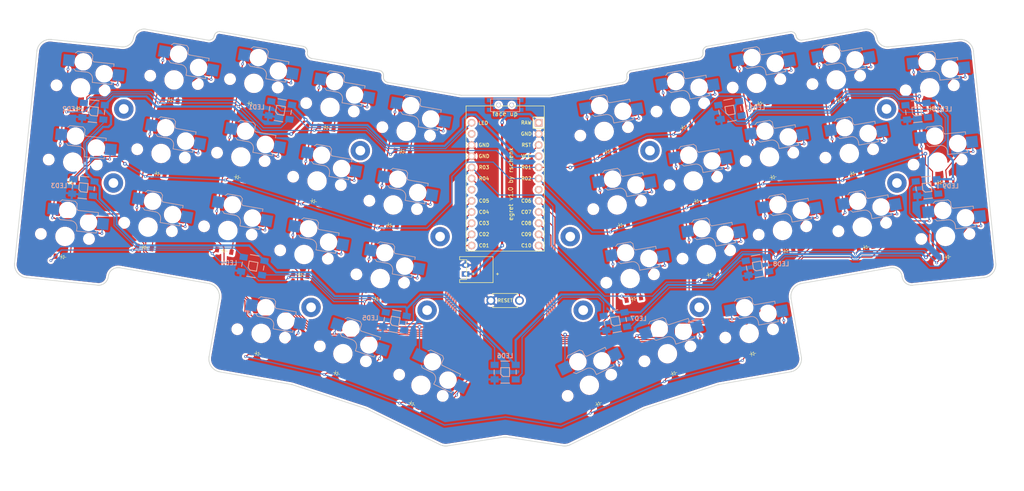
<source format=kicad_pcb>
(kicad_pcb (version 20211014) (generator pcbnew)
  (title_block (title "egret") (rev "v1.0.0") (company "Unknown"))
  (layers (0 "F.Cu" signal) (31 "B.Cu" signal) (34 "B.Paste" user) (35 "F.Paste" user) (36 "B.SilkS" user "B.Silkscreen") (37 "F.SilkS" user "F.Silkscreen") (38 "B.Mask" user) (39 "F.Mask" user) (44 "Edge.Cuts" user))
  (net 0 "")
  (net 1 "col1")
  (net 2 "pinky_bottom")
  (net 3 "row3")
  (net 4 "pinky_home")
  (net 5 "row2")
  (net 6 "pinky_top")
  (net 7 "row1")
  (net 8 "col2")
  (net 9 "ring_bottom")
  (net 10 "ring_home")
  (net 11 "ring_top")
  (net 12 "col3")
  (net 13 "middle_bottom")
  (net 14 "middle_home")
  (net 15 "middle_top")
  (net 16 "col4")
  (net 17 "index_bottom")
  (net 18 "index_home")
  (net 19 "index_top")
  (net 20 "col5")
  (net 21 "inner_bottom")
  (net 22 "inner_home")
  (net 23 "inner_top")
  (net 24 "tucky_thumb")
  (net 25 "row4")
  (net 26 "home_thumb")
  (net 27 "reachy_thumb")
  (net 28 "col10")
  (net 29 "mirror_pinky_bottom")
  (net 30 "mirror_pinky_home")
  (net 31 "mirror_pinky_top")
  (net 32 "col9")
  (net 33 "mirror_ring_bottom")
  (net 34 "mirror_ring_home")
  (net 35 "mirror_ring_top")
  (net 36 "col8")
  (net 37 "mirror_middle_bottom")
  (net 38 "mirror_middle_home")
  (net 39 "mirror_middle_top")
  (net 40 "col7")
  (net 41 "mirror_index_bottom")
  (net 42 "mirror_index_home")
  (net 43 "mirror_index_top")
  (net 44 "col6")
  (net 45 "mirror_inner_bottom")
  (net 46 "mirror_inner_home")
  (net 47 "mirror_inner_top")
  (net 48 "mirror_tucky_thumb")
  (net 49 "mirror_home_thumb")
  (net 50 "mirror_reachy_thumb")
  (net 51 "RAW")
  (net 52 "GND")
  (net 53 "RST")
  (net 54 "VCC")
  (net 55 "P19")
  (net 56 "led")
  (net 57 "P0")
  (net 58 "P4")
  (net 59 "BAT_POS")
  (net 60 "L2")
  (net 61 "L3")
  (net 62 "L4")
  (net 63 "L5")
  (net 64 "L6")
  (net 65 "L7")
  (net 66 "L8")
  (net 67 "L9")
  (net 68 "L10")
  (net 69 "L11")
  (footprint "E73:SPDT_C128955" (layer "F.Cu") (at 206.455131 81.516544)
    (fp_text reference "T1" hide)
    (fp_text value "" hide)
  )
  (footprint "ComboDiode" (layer "F.Cu") (at 162.872841 103.422286 -10)
    (fp_text reference "D11" hide)
    (fp_text value "" hide)
  )
  (footprint "ComboDiode" (layer "F.Cu") (at 183.138984 92.145141 -10)
    (fp_text reference "D15" hide)
    (fp_text value "" hide)
  )
  (footprint "PG1350" (layer "F.Cu") (at 228.955131 87.516546 10)
    (fp_text reference "S33" hide)
    (fp_text value "" hide)
  )
  (footprint "ProMicro" (layer "F.Cu") (at 206.455131 99.516547 -90)
    (fp_text reference "MCU1" hide)
    (fp_text value "" hide)
  )
  (footprint "PG1350" (layer "F.Cu") (at 281.722335 75.800627 10)
    (fp_text reference "S24" hide)
    (fp_text value "" hide)
  )
  (footprint "PG1350" (layer "F.Cu") (at 143.422843 110.070837 -10)
    (fp_text reference "S7" hide)
    (fp_text value "" hide)
  )
  (footprint "ComboDiode" (layer "F.Cu") (at 150.174833 138.119429 -10)
    (fp_text reference "D16" hide)
    (fp_text value "" hide)
  )
  (footprint "ComboDiode" (layer "F.Cu") (at 185.252214 149.516761 -26)
    (fp_text reference "D18" hide)
    (fp_text value "" hide)
  )
  (footprint "PG1350" (layer "F.Cu") (at 246.269258 82.051958 10)
    (fp_text reference "S30" hide)
    (fp_text value "" hide)
  )
  (footprint "ComboDiode" (layer "F.Cu") (at 282.538481 80.429221 10)
    (fp_text reference "D24" hide)
    (fp_text value "" hide)
  )
  (footprint "ComboDiode" (layer "F.Cu") (at 285.490502 97.170953 10)
    (fp_text reference "D23" hide)
    (fp_text value "" hide)
  )
  (footprint "PG1350" (layer "F.Cu") (at 269.487419 110.070835 10)
    (fp_text reference "S25" hide)
    (fp_text value "" hide)
  )
  (footprint "PG1350" (layer "F.Cu") (at 225.597703 145.292428 26)
    (fp_text reference "S36" hide)
    (fp_text value "" hide)
  )
  (footprint "ComboDiode" (layer "F.Cu") (at 270.303564 114.699432 10)
    (fp_text reference "D25" hide)
    (fp_text value "" hide)
  )
  (footprint "MountingHole_2.2mm_M2_Pad" (layer "F.Cu") (at 117.404224 99.263565 -10)
    (fp_text reference "PAD7" hide)
    (fp_text value "" hide)
  )
  (footprint "ComboDiode" (layer "F.Cu") (at 288.442519 113.912684 10)
    (fp_text reference "D22" hide)
    (fp_text value "" hide)
  )
  (footprint "PG1350" (layer "F.Cu") (at 249.221276 98.79369 10)
    (fp_text reference "S29" hide)
    (fp_text value "" hide)
  )
  (footprint "PG1350" (layer "F.Cu") (at 169.564393 138.121704 -18)
    (fp_text reference "S17" hide)
    (fp_text value "" hide)
  )
  (footprint "ComboDiode" (layer "F.Cu") (at 105.894612 116.096158 -6)
    (fp_text reference "D1" hide)
    (fp_text value "" hide)
  )
  (footprint "PG1350" (layer "F.Cu") (at 187.31256 145.292428 -26)
    (fp_text reference "S18" hide)
    (fp_text value "" hide)
  )
  (footprint "PG1350" (layer "F.Cu") (at 108.162878 94.515034 -6)
    (fp_text reference "S2" hide)
    (fp_text value "" hide)
  )
  (footprint "PG1350" (layer "F.Cu") (at 284.674354 92.542356 10)
    (fp_text reference "S23" hide)
    (fp_text value "" hide)
  )
  (footprint "ComboDiode" (layer "F.Cu") (at 267.351547 97.957701 10)
    (fp_text reference "D26" hide)
    (fp_text value "" hide)
  )
  (footprint "PG1350" (layer "F.Cu") (at 287.626375 109.284087 10)
    (fp_text reference "S22" hide)
    (fp_text value "" hide)
  )
  (footprint "PG1350" (layer "F.Cu") (at 106.385894 111.421906 -6)
    (fp_text reference "S1" hide)
    (fp_text value "" hide)
  )
  (footprint "JST_PH_S2B-PH-K_02x2.00mm_Angled" (layer "F.Cu") (at 197.455133 118.966543 90)
    (fp_text reference "JST1" hide)
    (fp_text value "" hide)
  )
  (footprint "ComboDiode" (layer "F.Cu") (at 247.085402 86.680555 10)
    (fp_text reference "D30" hide)
    (fp_text value "" hide)
  )
  (footprint "MountingHole_2.2mm_M2_Pad" (layer "F.Cu") (at 188.710933 128.210614 -10)
    (fp_text reference "PAD2" hide)
    (fp_text value "" hide)
  )
  (footprint "PG1350" (layer "F.Cu") (at 261.919282 133.490833 10)
    (fp_text reference "S34" hide)
    (fp_text value "" hide)
  )
  (footprint "PG1350" (layer "F.Cu") (at 183.955132 87.516545 -10)
    (fp_text reference "S15" hide)
    (fp_text value "" hide)
  )
  (footprint "MountingHole_2.2mm_M2_Pad" (layer "F.Cu") (at 295.506037 99.263563 10)
    (fp_text reference "PAD11" hide)
    (fp_text value "" hide)
  )
  (footprint "ComboDiode" (layer "F.Cu") (at 145.558717 97.957703 -10)
    (fp_text reference "D8" hide)
    (fp_text value "" hide)
  )
  (footprint "ComboDiode" (layer "F.Cu") (at 142.606696 114.699432 -10)
    (fp_text reference "D7" hide)
    (fp_text value "" hide)
  )
  (footprint "PG1350" (layer "F.Cu") (at 178.051095 121.000007 -10)
    (fp_text reference "S13" hide)
    (fp_text value "" hide)
  )
  (footprint "ComboDiode" (layer "F.Cu") (at 264.399526 81.21597 10)
    (fp_text reference "D27" hide)
    (fp_text value "" hide)
  )
  (footprint "ComboDiode" (layer "F.Cu") (at 177.234946 125.628603 -10)
    (fp_text reference "D13" hide)
    (fp_text value "" hide)
  )
  (footprint "PG1350" (layer "F.Cu") (at 163.688986 98.793691 -10)
    (fp_text reference "S11" hide)
    (fp_text value "" hide)
  )
  (footprint "ComboDiode" (layer "F.Cu") (at 107.671595 99.189289 -6)
    (fp_text reference "D2" hide)
    (fp_text value "" hide)
  )
  (footprint "ComboDiode" (layer "F.Cu") (at 127.419762 97.170953 -10)
    (fp_text reference "D5" hide)
    (fp_text value "" hide)
  )
  (footprint "PG1350" (layer "F.Cu") (at 304.747384 94.515034 6)
    (fp_text reference "S20" hide)
    (fp_text value "" hide)
  )
  (footprint "ComboDiode" (layer "F.Cu") (at 244.798246 142.591669 18)
    (fp_text reference "D35" hide)
    (fp_text value "" hide)
  )
  (footprint "ComboDiode" (layer "F.Cu") (at 250.037422 103.422285 10)
    (fp_text reference "D29" hide)
    (fp_text value "" hide)
  )
  (footprint "PG1350" (layer "F.Cu") (at 234.859168 121.000007 10)
    (fp_text reference "S31" hide)
    (fp_text value "" hide)
  )
  (footprint "PG1350" (layer "F.Cu") (at 125.28389 109.284087 -10)
    (fp_text reference "S4" hide)
    (fp_text value "" hide)
  )
  (footprint "PG1350" (layer "F.Cu") (at 266.535401 93.329104 10)
    (fp_text reference "S26" hide)
    (fp_text value "" hide)
  )
  (footprint "ComboDiode" (layer "F.Cu") (at 307.01565 116.096159 6)
    (fp_text reference "D19" hide)
    (fp_text value "" hide)
  )
  (footprint "ComboDiode" (layer "F.Cu") (at 180.186964 108.886872 -10)
    (fp_text reference "D14" hide)
    (fp_text value "" hide)
  )
  (footprint "ComboDiode" (layer "F.Cu") (at 165.824859 86.680554 -10)
    (fp_text reference "D12" hide)
    (fp_text value "" hide)
  )
  (footprint "PG1350" (layer "F.Cu") (at 243.345869 138.121704 18)
    (fp_text reference "S35" hide)
    (fp_text value "" hide)
  )
  (footprint "PG1350" (layer "F.Cu") (at 263.583382 76.587373 10)
    (fp_text reference "S27" hide)
    (fp_text value "" hide)
  )
  (footprint "ComboDiode" (layer "F.Cu") (at 262.73543 138.11943 10)
    (fp_text reference "D34" hide)
    (fp_text value "" hide)
  )
  (footprint "ComboDiode" (layer "F.Cu") (at 148.510736 81.21597 -10)
    (fp_text reference "D9" hide)
    (fp_text value "" hide)
  )
  (footprint "PG1350" (layer "F.Cu") (at 109.939862 77.608164 -6)
    (fp_text reference "S3" hide)
    (fp_text value "" hide)
  )
  (footprint "PG1350" (layer "F.Cu") (at 231.907151 104.258276 10)
    (fp_text reference "S32" hide)
    (fp_text value "" hide)
  )
  (footprint "MountingHole_2.2mm_M2_Pad" (layer "F.Cu") (at 162.334023 127.558753 -14)
    (fp_text reference "PAD9" hide)
    (fp_text value "" hide)
  )
  (footprint "MountingHole_2.2mm_M2_Pad" (layer "F.Cu") (at 239.374398 91.898836 10)
    (fp_text reference "PAD12" hide)
    (fp_text value "" hide)
  )
  (footprint "PG1350" (layer "F.Cu") (at 181.003113 104.258275 -10)
    (fp_text reference "S14" hide)
    (fp_text value "" hide)
  )
  (footprint "MountingHole_2.2mm_M2_Pad" (layer "F.Cu") (at 224.19933 128.210613 10)
    (fp_text reference "PAD3" hide)
    (fp_text value "" hide)
  )
  (footprint "ComboDiode" (layer "F.Cu") (at 252.989442 120.164018 10)
    (fp_text reference "D28" hide)
    (fp_text value "" hide)
  )
  (footprint "MountingHole_2.2mm_M2_Pad" (layer "F.Cu") (at 250.576238 127.558754 14)
    (fp_text reference "PAD13" hide)
    (fp_text value "" hide)
  )
  (footprint "PG1350" (layer "F.Cu") (at 306.524368 111.421906 6)
    (fp_text reference "S19" hide)
    (fp_text value "" hide)
  )
  (footprint "ComboDiode" (layer "F.Cu") (at 227.65805 149.516762 26)
    (fp_text reference "D36" hide)
    (fp_text value "" hide)
  )
  (footprint "ComboDiode" (layer "F.Cu") (at 303.461686 82.282414 6)
    (fp_text reference "D21" hide)
    (fp_text value "" hide)
  )
  (footprint "ProMicroPadCutouts" (layer "F.Cu") (at 206.455131 99.516547 -90)
    (fp_text reference "PAD1" hide)
    (fp_text value "")
  )
  (footprint "ComboDiode" (layer "F.Cu") (at 159.920821 120.164018 -10)
    (fp_text reference "D10" hide)
    (fp_text value "" hide)
  )
  (footprint "PG1350" (layer "F.Cu") (at 302.970398 77.608162 6)
    (fp_text reference "S21" hide)
    (fp_text value "" hide)
  )
  (footprint "ComboDiode" (layer "F.Cu") (at 109.448578 82.282416 -6)
    (fp_text reference "D3" hide)
    (fp_text value "" hide)
  )
  (footprint "PG1350" (layer "F.Cu") (at 131.187929 75.800624 -10)
    (fp_text reference "S6" hide)
    (fp_text value "" hide)
  )
  (footprint "ResetSW_1side" (layer "F.Cu") (at 206.45513 126.000007)
    (fp_text reference "B1" hide)
    (fp_text value "")
  )
  (footprint "PG1350" (layer "F.Cu") (at 252.173296 115.535421 10)
    (fp_text reference "S28" hide)
    (fp_text value "" hide)
  )
  (footprint "PG1350" (layer "F.Cu") (at 146.37486 93.329104 -10)
    (fp_text reference "S8" hide)
    (fp_text value "" hide)
  )
  (footprint "ComboDiode" (layer "F.Cu") (at 235.675316 125.628603 10)
    (fp_text reference "D31" hide)
    (fp_text value "" hide)
  )
  (footprint "ComboDiode" (layer "F.Cu") (at 305.238669 99.189287 6)
    (fp_text reference "D20" hide)
    (fp_text value "" hide)
  )
  (footprint "MountingHole_2.2mm_M2_Pad" (layer "F.Cu") (at 173.53586 91.898835 -10)
    (fp_text reference "PAD8" hide)
    (fp_text value "" hide)
  )
  (footprint "MountingHole_2.2mm_M2_Pad" (layer "F.Cu") (at 221.247311 111.468882 10)
    (fp_text reference "PAD5" hide)
    (fp_text value "" hide)
  )
  (footprint "MountingHole_2.2mm_M2_Pad" (layer "F.Cu") (at 293.144902 82.417644 10)
    (fp_text reference "PAD10" hide)
    (fp_text value "" hide)
  )
  (footprint "ComboDiode" (layer "F.Cu") (at 124.467743 113.912685 -10)
    (fp_text reference "D4" hide)
    (fp_text value "" hide)
  )
  (footprint "PG1350" (layer "F.Cu") (at 128.235909 92.542356 -10)
    (fp_text reference "S5" hide)
    (fp_text value "" hide)
  )
  (footprint "PG1350" (layer "F.Cu") (at 160.736967 115.535424 -10)
    (fp_text reference "S10" hide)
    (fp_text value "" hide)
  )
  (footprint "PG1350" (layer "F.Cu") (at 150.990981 133.490833 -10)
    (fp_text reference "S16" hide)
    (fp_text value "" hide)
  )
  (footprint "ComboDiode" (layer "F.Cu") (at 232.723297 108.886873 10)
    (fp_text reference "D32" hide)
    (fp_text value "" hide)
  )
  (footprint "MountingHole_2.2mm_M2_Pad" (layer "F.Cu") (at 191.662947 111.468881 -10)
    (fp_text reference "PAD4" hide)
    (fp_text value "" hide)
  )
  (footprint "ComboDiode" (layer "F.Cu") (at 130.371781 80.429219 -10)
    (fp_text reference "D6" hide)
    (fp_text value "" hide)
  )
  (footprint "PG1350" (layer "F.Cu") (at 149.32688 76.587372 -10)
    (fp_text reference "S9" hide)
    (fp_text value "" hide)
  )
  (footprint "MountingHole_2.2mm_M2_Pad" (layer "F.Cu") (at 119.765361 82.417643 -10)
    (fp_text reference "PAD6" hide)
    (fp_text value "" hide)
  )
  (footprint "ComboDiode" (layer "F.Cu") (at 168.112012 142.591668 -18)
    (fp_text reference "D17" hide)
    (fp_text value "" hide)
  )
  (footprint "PG1350" (layer "F.Cu") (at 166.641005 82.051959 -10)
    (fp_text reference "S12" hide)
    (fp_text value "" hide)
  )
  (footprint "ComboDiode" (layer "F.Cu") (at 229.771279 92.14514 10)
    (fp_text reference "D33" hide)
    (fp_text value "" hide)
  )
  (footprint "WS2812B" (layer "B.Cu") (at 257.55797 82.726949 10)
    (fp_text reference "LED11")
    (fp_text value "VAL**" hide)
  )
  (footprint "WS2812B" (layer "B.Cu") (at 112.898047 82.94662 -6)
    (fp_text reference "LED2")
    (fp_text value "VAL**" hide)
  )
  (footprint "WS2812B" (layer "B.Cu") (at 149.100959 118.180029 -10)
    (fp_text reference "LED4")
    (fp_text value "VAL**" hide)
  )
  (footprint "WS2812B" (layer "B.Cu") (at 206.455131 142.292429)
    (fp_text reference "LED6")
    (fp_text value "VAL**" hide)
  )
  (footprint "WS2812B" (layer "B.Cu") (at 181.412299 130.731517 -10)
    (fp_text reference "LED5")
    (fp_text value "VAL**" hide)
  )
  (footprint "WS2812B" (layer "B.Cu") (at 110.571538 100.298491 -6)
    (fp_text reference "LED3")
    (fp_text value "VAL**" hide)
  )
  (footprint "WS2812B" (layer "B.Cu") (at 155.352293 82.726951 -10)
    (fp_text reference "LED1")
    (fp_text value "VAL**" hide)
  )
  (footprint "WS2812B" (layer "B.Cu") (at 231.497965 130.73152 10)
    (fp_text reference "LED7")
    (fp_text value "VAL**" hide)
  )
  (footprint "WS2812B" (layer "B.Cu") (at 302.338724 100.29849 6)
    (fp_text reference "LED9")
    (fp_text value "VAL**" hide)
  )
  (footprint "WS2812B" (layer "B.Cu") (at 263.809302 118.180027 10)
    (fp_text reference "LED8")
    (fp_text value "VAL**" hide)
  )
  (footprint "WS2812B" (layer "B.Cu") (at 300.012215 82.946622 6)
    (fp_text reference "LED10")
    (fp_text value "VAL**" hide)
  )
  (gr_line (start 123.1785 64.551531) (end 123.286375 64.49436) (layer "Edge.Cuts") (width 0.151694))
  (gr_line (start 296.540606 119.991342) (end 296.496986 119.884459) (layer "Edge.Cuts") (width 0.151694))
  (gr_line (start 117.522829 118.745013) (end 117.419206 118.79704) (layer "Edge.Cuts") (width 0.151694))
  (gr_line (start 295.965593 119.135816) (end 295.878045 119.058541) (layer "Edge.Cuts") (width 0.151694))
  (gr_line (start 196.19285 79.263382) (end 196.257776 79.271204) (layer "Edge.Cuts") (width 0.151694))
  (gr_line (start 251.288193 70.317416) (end 251.315602 70.265726) (layer "Edge.Cuts") (width 0.151694))
  (gr_line (start 293.378924 68.299338) (end 293.497176 68.2955) (layer "Edge.Cuts") (width 0.151694))
  (gr_line (start 124.824502 64.271267) (end 124.824502 64.271267) (layer "Edge.Cuts") (width 0.151694))
  (gr_line (start 315.606644 120.758757) (end 315.456337 120.786206) (layer "Edge.Cuts") (width 0.151694))
  (gr_line (start 288.085769 64.271267) (end 288.085769 64.271267) (layer "Edge.Cuts") (width 0.151694))
  (gr_line (start 273.802717 139.501237) (end 273.788645 139.64715) (layer "Edge.Cuts") (width 0.151694))
  (gr_line (start 161.478759 69.887499) (end 161.487555 69.945072) (layer "Edge.Cuts") (width 0.151694))
  (gr_line (start 178.784045 75.233142) (end 178.787138 75.292117) (layer "Edge.Cuts") (width 0.151694))
  (gr_line (start 289.731762 64.551531) (end 289.837072 64.614176) (layer "Edge.Cuts") (width 0.151694))
  (gr_line (start 161.472793 69.82923) (end 161.478759 69.887499) (layer "Edge.Cuts") (width 0.151694))
  (gr_line (start 219.725835 159.100956) (end 219.611898 159.089874) (layer "Edge.Cuts") (width 0.151694))
  (gr_line (start 234.093276 74.772205) (end 234.096046 74.713491) (layer "Edge.Cuts") (width 0.151694))
  (gr_line (start 316.439897 120.449667) (end 316.310025 120.517334) (layer "Edge.Cuts") (width 0.151694))
  (gr_line (start 290.671515 65.485015) (end 290.728933 65.591599) (layer "Edge.Cuts") (width 0.151694))
  (gr_line (start 139.642544 141.006942) (end 139.642544 141.006942) (layer "Edge.Cuts") (width 0.151694))
  (gr_line (start 141.053485 64.895888) (end 141.107414 64.876372) (layer "Edge.Cuts") (width 0.151694))
  (gr_line (start 179.279204 76.165661) (end 179.326955 76.198269) (layer "Edge.Cuts") (width 0.151694))
  (gr_line (start 292.586712 68.173473) (end 292.695019 68.207017) (layer "Edge.Cuts") (width 0.151694))
  (gr_line (start 178.790254 74.521598) (end 178.801795 74.578257) (layer "Edge.Cuts") (width 0.151694))
  (gr_line (start 251.52894 68.793005) (end 251.556196 68.74147) (layer "Edge.Cuts") (width 0.151694))
  (gr_line (start 100.50613 67.907147) (end 100.591215 67.787786) (layer "Edge.Cuts") (width 0.151694))
  (gr_line (start 139.520775 66.717259) (end 139.574716 66.697733) (layer "Edge.Cuts") (width 0.151694))
  (gr_line (start 178.759123 74.41096) (end 178.77601 74.465804) (layer "Edge.Cuts") (width 0.151694))
  (gr_line (start 178.801841 74.991805) (end 178.80184 74.992864) (layer "Edge.Cuts") (width 0.151694))
  (gr_line (start 291.417852 67.334313) (end 291.488071 67.422478) (layer "Edge.Cuts") (width 0.151694))
  (gr_line (start 272.623168 65.915483) (end 272.64093 65.972678) (layer "Edge.Cuts") (width 0.151694))
  (gr_line (start 216.326003 79.288982) (end 216.39147 79.288271) (layer "Edge.Cuts") (width 0.151694))
  (gr_line (start 233.806951 76.020012) (end 233.845642 75.97714) (layer "Edge.Cuts") (width 0.151694))
  (gr_line (start 193.412101 159.07441) (end 193.412101 159.07441) (layer "Edge.Cuts") (width 0.151694))
  (gr_line (start 141.468168 125.592709) (end 141.468168 125.592709) (layer "Edge.Cuts") (width 0.151694))
  (gr_line (start 174.788777 150.602817) (end 174.73976 150.584467) (layer "Edge.Cuts") (width 0.151694))
  (gr_line (start 141.505944 124.856858) (end 141.491868 124.710934) (layer "Edge.Cuts") (width 0.151694))
  (gr_line (start 234.194241 74.316827) (end 234.219245 74.263455) (layer "Edge.Cuts") (width 0.151694))
  (gr_line (start 296.67482 120.556113) (end 296.659535 120.439782) (layer "Edge.Cuts") (width 0.151694))
  (gr_line (start 273.739291 139.935647) (end 273.704135 140.077705) (layer "Edge.Cuts") (width 0.151694))
  (gr_line (start 235.08528 73.616682) (end 250.457505 70.906297) (layer "Edge.Cuts") (width 0.151694))
  (gr_line (start 95.418984 119.478435) (end 95.342267 119.356419) (layer "Edge.Cuts") (width 0.151694))
  (gr_line (start 161.351808 68.739118) (end 161.378723 68.789376) (layer "Edge.Cuts") (width 0.151694))
  (gr_line (start 289.401303 64.396647) (end 289.513662 64.442719) (layer "Edge.Cuts") (width 0.151694))
  (gr_line (start 238.269424 150.550262) (end 238.269424 150.550262) (layer "Edge.Cuts") (width 0.151694))
  (gr_line (start 291.721138 67.665408) (end 291.805794 67.738818) (layer "Edge.Cuts") (width 0.151694))
  (gr_line (start 251.225525 70.416994) (end 251.225525 70.416994) (layer "Edge.Cuts") (width 0.151694))
  (gr_line (start 271.220565 64.833594) (end 271.220565 64.833594) (layer "Edge.Cuts") (width 0.151694))
  (gr_line (start 271.331329 142.2406) (end 271.331329 142.2406) (layer "Edge.Cuts") (width 0.151694))
  (gr_line (start 272.545887 122.710614) (end 272.432757 122.803821) (layer "Edge.Cuts") (width 0.151694))
  (gr_line (start 100.682184 67.672529) (end 100.778909 67.561603) (layer "Edge.Cuts") (width 0.151694))
  (gr_line (start 178.886451 75.683039) (end 178.911011 75.734716) (layer "Edge.Cuts") (width 0.151694))
  (gr_line (start 288.4513 64.234404) (end 288.573019 64.234181) (layer "Edge.Cuts") (width 0.151694))
  (gr_line (start 251.858144 68.389445) (end 251.904519 68.354907) (layer "Edge.Cuts") (width 0.151694))
  (gr_line (start 95.049605 118.695014) (end 95.010431 118.553922) (layer "Edge.Cuts") (width 0.151694))
  (gr_line (start 117.846342 118.622112) (end 117.736618 118.657496) (layer "Edge.Cuts") (width 0.151694))
  (gr_line (start 161.499121 70.001864) (end 161.513399 70.057787) (layer "Edge.Cuts") (width 0.151694))
  (gr_line (start 161.143178 68.469655) (end 161.18326 68.51031) (layer "Edge.Cuts") (width 0.151694))
  (gr_line (start 271.331329 142.2406) (end 255.162856 145.091384) (layer "Edge.Cuts") (width 0.151694))
  (gr_line (start 221.275123 158.806641) (end 221.275123 158.806641) (layer "Edge.Cuts") (width 0.151694))
  (gr_line (start 196.518794 79.288272) (end 196.584258 79.288983) (layer "Edge.Cuts") (width 0.151694))
  (gr_line (start 141.260747 123.865959) (end 141.198306 123.732648) (layer "Edge.Cuts") (width 0.151694))
  (gr_line (start 121.620748 67.147884) (end 121.678551 67.049847) (layer "Edge.Cuts") (width 0.151694))
  (gr_line (start 271.405129 125.298162) (end 271.41993 125.445573) (layer "Edge.Cuts") (width 0.151694))
  (gr_line (start 116.074387 121.182199) (end 116.030261 121.279912) (layer "Edge.Cuts") (width 0.151694))
  (gr_line (start 273.557212 66.76006) (end 273.614798 66.768865) (layer "Edge.Cuts") (width 0.151694))
  (gr_line (start 234.219245 74.263455) (end 234.246925 74.21122) (layer "Edge.Cuts") (width 0.151694))
  (gr_line (start 95.342267 119.356419) (end 95.271389 119.230702) (layer "Edge.Cuts") (width 0.151694))
  (gr_line (start 312.404216 67.907145) (end 312.483308 68.030373) (layer "Edge.Cuts") (width 0.151694))
  (gr_line (start 100.086038 68.83793) (end 100.126359 68.696386) (layer "Edge.Cuts") (width 0.151694))
  (gr_line (start 310.911133 66.757228) (end 311.048127 66.808957) (layer "Edge.Cuts") (width 0.151694))
  (gr_line (start 272.737934 66.186482) (end 272.768243 66.235888) (layer "Edge.Cuts") (width 0.151694))
  (gr_line (start 251.42238 69.527643) (end 251.413646 69.469543) (layer "Edge.Cuts") (width 0.151694))
  (gr_line (start 120.735109 67.991577) (end 120.831779 67.934747) (layer "Edge.Cuts") (width 0.151694))
  (gr_line (start 271.220565 64.833594) (end 271.281017 64.824498) (layer "Edge.Cuts") (width 0.151694))
  (gr_line (start 251.315602 70.265726) (end 251.340364 70.212909) (layer "Edge.Cuts") (width 0.151694))
  (gr_line (start 273.494951 140.625267) (end 273.425808 140.755688) (layer "Edge.Cuts") (width 0.151694))
  (gr_line (start 192.279841 159.034181) (end 192.169468 159.006681) (layer "Edge.Cuts") (width 0.151694))
  (gr_line (start 295.281556 118.698482) (end 295.173642 118.657498) (layer "Edge.Cuts") (width 0.151694))
  (gr_line (start 272.281065 65.178046) (end 272.319838 65.220127) (layer "Edge.Cuts") (width 0.151694))
  (gr_line (start 193.412101 159.07441) (end 193.29838 159.089875) (layer "Edge.Cuts") (width 0.151694))
  (gr_line (start 122.368752 65.280982) (end 122.441103 65.183907) (layer "Edge.Cuts") (width 0.151694))
  (gr_line (start 221.275123 158.806641) (end 221.171013 158.854927) (layer "Edge.Cuts") (width 0.151694))
  (gr_line (start 178.998907 75.881597) (end 179.032747 75.92755) (layer "Edge.Cuts") (width 0.151694))
  (gr_line (start 298.656291 122.514268) (end 298.549515 122.501723) (layer "Edge.Cuts") (width 0.151694))
  (gr_line (start 234.111251 75.008738) (end 234.111251 75.008738) (layer "Edge.Cuts") (width 0.151694))
  (gr_line (start 122.441103 65.183907) (end 122.518195 65.090374) (layer "Edge.Cuts") (width 0.151694))
  (gr_line (start 298.763804 122.521582) (end 298.656291 122.514268) (layer "Edge.Cuts") (width 0.151694))
  (gr_line (start 161.487542 69.115176) (end 161.496338 69.172705) (layer "Edge.Cuts") (width 0.151694))
  (gr_line (start 100.287472 68.287504) (end 100.354132 68.157237) (layer "Edge.Cuts") (width 0.151694))
  (gr_line (start 297.563359 122.100679) (end 297.477034 122.034244) (layer "Edge.Cuts") (width 0.151694))
  (gr_line (start 116.113732 121.082337) (end 116.074387 121.182199) (layer "Edge.Cuts") (width 0.151694))
  (gr_line (start 116.33148 120.100517) (end 116.298861 120.211782) (layer "Edge.Cuts") (width 0.151694))
  (gr_line (start 114.038399 122.523605) (end 113.92998 122.520281) (layer "Edge.Cuts") (width 0.151694))
  (gr_line (start 162.112127 70.792047) (end 162.164843 70.817586) (layer "Edge.Cuts") (width 0.151694))
  (gr_line (start 117.219614 118.917362) (end 117.124088 118.985553) (layer "Edge.Cuts") (width 0.151694))
  (gr_line (start 233.586175 76.202093) (end 233.633683 76.170167) (layer "Edge.Cuts") (width 0.151694))
  (gr_line (start 296.708133 120.771577) (end 296.688852 120.66484) (layer "Edge.Cuts") (width 0.151694))
  (gr_line (start 95.884277 120.025813) (end 95.780883 119.925391) (layer "Edge.Cuts") (width 0.151694))
  (gr_line (start 312.903274 69.275057) (end 312.903274 69.275057) (layer "Edge.Cuts") (width 0.151694))
  (gr_line (start 178.458206 73.933779) (end 178.498195 73.974371) (layer "Edge.Cuts") (width 0.151694))
  (gr_line (start 315.753967 120.724085) (end 315.606644 120.758757) (layer "Edge.Cuts") (width 0.151694))
  (gr_line (start 139.10076 139.354556) (end 139.101012 139.207372) (layer "Edge.Cuts") (width 0.151694))
  (gr_line (start 157.850235 145.111226) (end 157.798911 145.100843) (layer "Edge.Cuts") (width 0.151694))
  (gr_line (start 251.482346 68.899343) (end 251.504315 68.845666) (layer "Edge.Cuts") (width 0.151694))
  (gr_line (start 272.02753 123.231097) (end 271.939161 123.350809) (layer "Edge.Cuts") (width 0.151694))
  (gr_line (start 310.771863 66.712263) (end 310.911133 66.757228) (layer "Edge.Cuts") (width 0.151694))
  (gr_line (start 252.105155 68.240529) (end 252.158654 68.218161) (layer "Edge.Cuts") (width 0.151694))
  (gr_line (start 161.403229 68.840937) (end 161.425268 68.893706) (layer "Edge.Cuts") (width 0.151694))
  (gr_line (start 254.806695 145.176815) (end 254.756806 145.192641) (layer "Edge.Cuts") (width 0.151694))
  (gr_line (start 254.856869 145.161885) (end 254.806695 145.176815) (layer "Edge.Cuts") (width 0.151694))
  (gr_line (start 251.42246 69.527969) (end 251.422439 69.527914) (layer "Edge.Cuts") (width 0.151694))
  (gr_line (start 272.596038 65.796675) (end 272.596038 65.796675) (layer "Edge.Cuts") (width 0.151694))
  (gr_line (start 178.819729 74.811802) (end 178.816849 74.871487) (layer "Edge.Cuts") (width 0.151694))
  (gr_line (start 120.429952 68.135043) (end 120.534046 68.091839) (layer "Edge.Cuts") (width 0.151694))
  (gr_line (start 140.690027 123.006856) (end 140.586134 122.902618) (layer "Edge.Cuts") (width 0.151694))
  (gr_line (start 233.435006 76.283513) (end 233.486748 76.258822) (layer "Edge.Cuts") (width 0.151694))
  (gr_line (start 272.596041 65.797028) (end 272.608175 65.856915) (layer "Edge.Cuts") (width 0.151694))
  (gr_line (start 139.142925 139.79204) (end 139.121773 139.64715) (layer "Edge.Cuts") (width 0.151694))
  (gr_line (start 178.279056 73.791259) (end 178.3266 73.823738) (layer "Edge.Cuts") (width 0.151694))
  (gr_line (start 140.287097 65.915485) (end 140.30209 65.856915) (layer "Edge.Cuts") (width 0.151694))
  (gr_line (start 96.871288 120.633907) (end 96.733935 120.578817) (layer "Edge.Cuts") (width 0.151694))
  (gr_line (start 271.961166 64.942439) (end 272.011455 64.96936) (layer "Edge.Cuts") (width 0.151694))
  (gr_line (start 139.484464 140.755687) (end 139.415339 140.625265) (layer "Edge.Cuts") (width 0.151694))
  (gr_line (start 220.067728 159.108114) (end 219.95387 159.110061) (layer "Edge.Cuts") (width 0.151694))
  (gr_line (start 121.270424 67.588139) (end 121.348159 67.507124) (layer "Edge.Cuts") (width 0.151694))
  (gr_line (start 140.613395 141.892116) (end 140.488107 141.816523) (layer "Edge.Cuts") (width 0.151694))
  (gr_line (start 251.398536 70.048694) (end 251.412478 69.992383) (layer "Edge.Cuts") (width 0.151694))
  (gr_line (start 158.002959 145.14786) (end 157.952278 145.134738) (layer "Edge.Cuts") (width 0.151694))
  (gr_line (start 122.004975 66.044123) (end 122.040831 65.927437) (layer "Edge.Cuts") (width 0.151694))
  (gr_line (start 141.316447 124.00185) (end 141.260747 123.865959) (layer "Edge.Cuts") (width 0.151694))
  (gr_line (start 161.487549 69.529406) (end 161.487548 69.530465) (layer "Edge.Cuts") (width 0.151694))
  (gr_line (start 238.024455 150.642044) (end 237.976484 150.662925) (layer "Edge.Cuts") (width 0.151694))
  (gr_line (start 174.981363 150.684658) (end 174.933777 150.662924) (layer "Edge.Cuts") (width 0.151694))
  (gr_line (start 317.567995 119.356418) (end 317.491279 119.478436) (layer "Edge.Cuts") (width 0.151694))
  (gr_line (start 139.923616 141.351057) (end 139.824677 141.241468) (layer "Edge.Cuts") (width 0.151694))
  (gr_line (start 315.303204 120.806229) (end 315.303204 120.806229) (layer "Edge.Cuts") (width 0.151694))
  (gr_line (start 317.814807 118.833445) (end 317.762449 118.969009) (layer "Edge.Cuts") (width 0.151694))
  (gr_line (start 220.95842 158.939117) (end 220.850184 158.974989) (layer "Edge.Cuts") (width 0.151694))
  (gr_line (start 272.107788 65.03018) (end 272.153662 65.063958) (layer "Edge.Cuts") (width 0.151694))
  (gr_line (start 233.679598 76.13594) (end 233.723843 76.099468) (layer "Edge.Cuts") (width 0.151694))
  (gr_line (start 251.432589 69.06546) (end 251.446461 69.009343) (layer "Edge.Cuts") (width 0.151694))
  (gr_line (start 250.984936 70.671031) (end 251.029799 70.63405) (layer "Edge.Cuts") (width 0.151694))
  (gr_line (start 233.27269 76.342215) (end 233.327888 76.325264) (layer "Edge.Cuts") (width 0.151694))
  (gr_line (start 140.849902 64.998625) (end 140.898806 64.969359) (layer "Edge.Cuts") (width 0.151694))
  (gr_line (start 234.096046 74.713491) (end 234.101679 74.655082) (layer "Edge.Cuts") (width 0.151694))
  (gr_line (start 272.768243 66.235888) (end 272.800803 66.283552) (layer "Edge.Cuts") (width 0.151694))
  (gr_line (start 114.146455 122.521583) (end 114.038399 122.523605) (layer "Edge.Cuts") (width 0.151694))
  (gr_line (start 272.423881 65.357667) (end 272.454177 65.407078) (layer "Edge.Cuts") (width 0.151694))
  (gr_line (start 141.162383 64.859446) (end 141.218307 64.84517) (layer "Edge.Cuts") (width 0.151694))
  (gr_line (start 121.950429 66.284212) (end 121.950429 66.284212) (layer "Edge.Cuts") (width 0.151694))
  (gr_line (start 140.486385 65.357666) (end 140.51893 65.309995) (layer "Edge.Cuts") (width 0.151694))
  (gr_line (start 139.248294 140.217957) (end 139.20624 140.077705) (layer "Edge.Cuts") (width 0.151694))
  (gr_line (start 123.856701 64.292347) (end 123.975455 64.269041) (layer "Edge.Cuts") (width 0.151694))
  (gr_line (start 250.457505 70.906297) (end 250.457505 70.906297) (layer "Edge.Cuts") (width 0.151694))
  (gr_line (start 220.181304 159.101864) (end 220.067728 159.108114) (layer "Edge.Cuts") (width 0.151694))
  (gr_line (start 273.875915 122.117501) (end 273.875915 122.117501) (layer "Edge.Cuts") (width 0.151694))
  (gr_line (start 317.985266 117.663096) (end 317.989672 117.8158) (layer "Edge.Cuts") (width 0.151694))
  (gr_line (start 295.786175 118.985552) (end 295.690652 118.917362) (layer "Edge.Cuts") (width 0.151694))
  (gr_line (start 237.976484 150.662925) (end 237.928902 150.684658) (layer "Edge.Cuts") (width 0.151694))
  (gr_line (start 161.502606 69.408891) (end 161.496641 69.469021) (layer "Edge.Cuts") (width 0.151694))
  (gr_line (start 115.071892 122.27204) (end 114.975501 122.319662) (layer "Edge.Cuts") (width 0.151694))
  (gr_line (start 178.937981 75.785094) (end 178.9673 75.834082) (layer "Edge.Cuts") (width 0.151694))
  (gr_line (start 234.12878 75.18149) (end 234.125816 75.12386) (layer "Edge.Cuts") (width 0.151694))
  (gr_line (start 119.765024 68.290076) (end 119.879895 68.277209) (layer "Edge.Cuts") (width 0.151694))
  (gr_line (start 116.030261 121.279912) (end 115.981444 121.375304) (layer "Edge.Cuts") (width 0.151694))
  (gr_line (start 140.712374 65.099902) (end 140.756601 65.063958) (layer "Edge.Cuts") (width 0.151694))
  (gr_line (start 140.379554 65.565163) (end 140.402586 65.510887) (layer "Edge.Cuts") (width 0.151694))
  (gr_line (start 140.428127 65.458171) (end 140.456089 65.407079) (layer "Edge.Cuts") (width 0.151694))
  (gr_line (start 272.482137 65.458171) (end 272.507678 65.510888) (layer "Edge.Cuts") (width 0.151694))
  (gr_line (start 161.257233 68.596987) (end 161.291003 68.642836) (layer "Edge.Cuts") (width 0.151694))
  (gr_line (start 233.882315 75.932251) (end 233.916869 75.885389) (layer "Edge.Cuts") (width 0.151694))
  (gr_line (start 174.73976 150.584467) (end 174.690438 150.566948) (layer "Edge.Cuts") (width 0.151694))
  (gr_line (start 97.30362 120.758755) (end 97.156298 120.724085) (layer "Edge.Cuts") (width 0.151694))
  (gr_line (start 311.442859 67.003986) (end 311.568173 67.082021) (layer "Edge.Cuts") (width 0.151694))
  (gr_line (start 309.6062 66.605239) (end 309.6062 66.605239) (layer "Edge.Cuts") (width 0.151694))
  (gr_line (start 193.29838 159.089875) (end 193.18444 159.100958) (layer "Edge.Cuts") (width 0.151694))
  (gr_line (start 272.951808 66.455598) (end 272.994319 66.493652) (layer "Edge.Cuts") (width 0.151694))
  (gr_line (start 291.805794 67.738818) (end 291.893684 67.808254) (layer "Edge.Cuts") (width 0.151694))
  (gr_line (start 139.871261 122.396542) (end 139.738951 122.333429) (layer "Edge.Cuts") (width 0.151694))
  (gr_line (start 316.176328 120.578817) (end 316.038975 120.633907) (layer "Edge.Cuts") (width 0.151694))
  (gr_line (start 251.422601 69.528215) (end 251.422557 69.528152) (layer "Edge.Cuts") (width 0.151694))
  (gr_line (start 121.950429 66.284212) (end 121.950429 66.283506) (layer "Edge.Cuts") (width 0.151694))
  (gr_line (start 140.898806 64.969359) (end 140.949095 64.942441) (layer "Edge.Cuts") (width 0.151694))
  (gr_line (start 119.648885 68.297492) (end 119.765024 68.290076) (layer "Edge.Cuts") (width 0.151694))
  (gr_line (start 179.326955 76.198269) (end 179.376449 76.228625) (layer "Edge.Cuts") (width 0.151694))
  (gr_line (start 178.81091 74.931516) (end 178.801841 74.991805) (layer "Edge.Cuts") (width 0.151694))
  (gr_line (start 299.088868 122.511558) (end 298.98028 122.520282) (layer "Edge.Cuts") (width 0.151694))
  (gr_line (start 297.652483 122.162495) (end 297.563359 122.100679) (layer "Edge.Cuts") (width 0.151694))
  (gr_line (start 140.55364 65.26413) (end 140.590426 65.220127) (layer "Edge.Cuts") (width 0.151694))
  (gr_line (start 178.78391 75.17364) (end 178.784045 75.233142) (layer "Edge.Cuts") (width 0.151694))
  (gr_line (start 273.731962 66.777922) (end 273.791373 66.778049) (layer "Edge.Cuts") (width 0.151694))
  (gr_line (start 115.346902 122.10068) (end 115.257781 122.162494) (layer "Edge.Cuts") (width 0.151694))
  (gr_line (start 140.30209 65.856915) (end 140.314231 65.797029) (layer "Edge.Cuts") (width 0.151694))
  (gr_line (start 233.159455 76.367987) (end 233.216518 76.356474) (layer "Edge.Cuts") (width 0.151694))
  (gr_line (start 233.723843 76.099468) (end 233.766322 76.060808) (layer "Edge.Cuts") (width 0.151694))
  (gr_line (start 139.824677 141.241468) (end 139.730912 141.126717) (layer "Edge.Cuts") (width 0.151694))
  (gr_line (start 273.350044 140.882999) (end 273.267717 141.006942) (layer "Edge.Cuts") (width 0.151694))
  (gr_line (start 316.565771 120.376022) (end 316.439897 120.449667) (layer "Edge.Cuts") (width 0.151694))
  (gr_line (start 179.106869 76.014428) (end 179.147032 76.055185) (layer "Edge.Cuts") (width 0.151694))
  (gr_line (start 271.41993 125.445573) (end 271.442094 125.592708) (layer "Edge.Cuts") (width 0.151694))
  (gr_line (start 101.342074 67.082021) (end 101.467389 67.003984) (layer "Edge.Cuts") (width 0.151694))
  (gr_line (start 139.409853 66.748484) (end 139.465792 66.734196) (layer "Edge.Cuts") (width 0.151694))
  (gr_line (start 124.095274 64.251548) (end 124.215944 64.239912) (layer "Edge.Cuts") (width 0.151694))
  (gr_line (start 95.780883 119.925391) (end 95.682488 119.820232) (layer "Edge.Cuts") (width 0.151694))
  (gr_line (start 160.524818 68.154987) (end 160.584703 68.167094) (layer "Edge.Cuts") (width 0.151694))
  (gr_line (start 291.012303 66.516) (end 291.046398 66.628212) (layer "Edge.Cuts") (width 0.151694))
  (gr_line (start 273.267717 141.006942) (end 273.179349 141.126716) (layer "Edge.Cuts") (width 0.151694))
  (gr_line (start 272.910081 122.46596) (end 272.784771 122.541541) (layer "Edge.Cuts") (width 0.151694))
  (gr_line (start 272.356626 65.264129) (end 272.391335 65.309997) (layer "Edge.Cuts") (width 0.151694))
  (gr_line (start 161.487549 69.529406) (end 161.487549 69.529406) (layer "Edge.Cuts") (width 0.151694))
  (gr_line (start 251.952497 68.322689) (end 252.001987 68.292848) (layer "Edge.Cuts") (width 0.151694))
  (gr_line (start 234.310211 74.110571) (end 234.345583 74.062668) (layer "Edge.Cuts") (width 0.151694))
  (gr_line (start 141.198306 123.732648) (end 141.12918 123.60218) (layer "Edge.Cuts") (width 0.151694))
  (gr_line (start 271.856776 64.895888) (end 271.909578 64.917931) (layer "Edge.Cuts") (width 0.151694))
  (gr_line (start 115.516217 121.963613) (end 115.43323 122.034245) (layer "Edge.Cuts") (width 0.151694))
  (gr_line (start 161.425268 68.893706) (end 161.44478 68.947603) (layer "Edge.Cuts") (width 0.151694))
  (gr_line (start 251.40479 69.294983) (end 251.407543 69.237049) (layer "Edge.Cuts") (width 0.151694))
  (gr_line (start 100.591215 67.787786) (end 100.682184 67.672529) (layer "Edge.Cuts") (width 0.151694))
  (gr_line (start 139.465792 66.734196) (end 139.520775 66.717259) (layer "Edge.Cuts") (width 0.151694))
  (gr_line (start 140.074738 66.329415) (end 140.109459 66.283553) (layer "Edge.Cuts") (width 0.151694))
  (gr_line (start 234.102349 74.949138) (end 234.096402 74.890135) (layer "Edge.Cuts") (width 0.151694))
  (gr_line (start 289.513662 64.442719) (end 289.623888 64.494361) (layer "Edge.Cuts") (width 0.151694))
  (gr_line (start 123.286375 64.49436) (end 123.396599 64.442718) (layer "Edge.Cuts") (width 0.151694))
  (gr_line (start 140.402586 65.510887) (end 140.428127 65.458171) (layer "Edge.Cuts") (width 0.151694))
  (gr_line (start 141.505134 125.298163) (end 141.512632 125.15073) (layer "Edge.Cuts") (width 0.151694))
  (gr_line (start 161.505498 69.349106) (end 161.502606 69.408891) (layer "Edge.Cuts") (width 0.151694))
  (gr_line (start 296.688852 120.66484) (end 296.674818 120.556815) (layer "Edge.Cuts") (width 0.151694))
  (gr_line (start 124.458966 64.234404) (end 124.58089 64.240629) (layer "Edge.Cuts") (width 0.151694))
  (gr_line (start 94.937245 117.509181) (end 100.007 69.275055) (layer "Edge.Cuts") (width 0.151694))
  (gr_line (start 141.000684 64.917929) (end 141.053485 64.895888) (layer "Edge.Cuts") (width 0.151694))
  (gr_line (start 140.47751 122.803821) (end 140.364379 122.710614) (layer "Edge.Cuts") (width 0.151694))
  (gr_line (start 123.073191 64.614174) (end 123.1785 64.551531) (layer "Edge.Cuts") (width 0.151694))
  (gr_line (start 121.926868 66.401295) (end 121.950429 66.284212) (layer "Edge.Cuts") (width 0.151694))
  (gr_line (start 179.5348 76.305322) (end 179.590669 76.325808) (layer "Edge.Cuts") (width 0.151694))
  (gr_line (start 103.304054 66.605242) (end 103.304054 66.605242) (layer "Edge.Cuts") (width 0.151694))
  (gr_line (start 122.181332 65.591599) (end 122.23875 65.485012) (layer "Edge.Cuts") (width 0.151694))
  (gr_line (start 179.427631 76.256645) (end 179.480434 76.282239) (layer "Edge.Cuts") (width 0.151694))
  (gr_line (start 113.82139 122.511559) (end 97.607061 120.806228) (layer "Edge.Cuts") (width 0.151694))
  (gr_line (start 254.756806 145.192641) (end 238.269424 150.550262) (layer "Edge.Cuts") (width 0.151694))
  (gr_line (start 234.121433 74.539588) (end 234.135507 74.482714) (layer "Edge.Cuts") (width 0.151694))
  (gr_line (start 251.072875 70.59485) (end 251.114074 70.553485) (layer "Edge.Cuts") (width 0.151694))
  (gr_line (start 289.623888 64.494361) (end 289.731762 64.551531) (layer "Edge.Cuts") (width 0.151694))
  (gr_line (start 271.404316 124.856857) (end 271.397378 125.003545) (layer "Edge.Cuts") (width 0.151694))
  (gr_line (start 117.957657 118.59238) (end 117.846342 118.622112) (layer "Edge.Cuts") (width 0.151694))
  (gr_line (start 271.909578 64.917931) (end 271.961166 64.942439) (layer "Edge.Cuts") (width 0.151694))
  (gr_line (start 95.095455 118.833445) (end 95.049605 118.695014) (layer "Edge.Cuts") (width 0.151694))
  (gr_line (start 296.67482 120.556113) (end 296.67482 120.556113) (layer "Edge.Cuts") (width 0.151694))
  (gr_line (start 288.329378 64.240629) (end 288.4513 64.234404) (layer "Edge.Cuts") (width 0.151694))
  (gr_line (start 272.800803 66.283552) (end 272.835524 66.329416) (layer "Edge.Cuts") (width 0.151694))
  (gr_line (start 160.756209 68.220193) (end 160.81046 68.243202) (layer "Edge.Cuts") (width 0.151694))
  (gr_line (start 140.802473 65.030178) (end 140.849902 64.998625) (layer "Edge.Cuts") (width 0.151694))
  (gr_line (start 292.917106 68.259001) (end 293.030579 68.277209) (layer "Edge.Cuts") (width 0.151694))
  (gr_line (start 295.690652 118.917362) (end 295.592203 118.854505) (layer "Edge.Cuts") (width 0.151694))
  (gr_line (start 309.6062 66.605239) (end 309.754533 66.59334) (layer "Edge.Cuts") (width 0.151694))
  (gr_line (start 160.96362 68.326928) (end 161.011274 68.359452) (layer "Edge.Cuts") (width 0.151694))
  (gr_line (start 272.011455 64.96936) (end 272.060358 64.998627) (layer "Edge.Cuts") (width 0.151694))
  (gr_line (start 116.639918 119.48382) (end 116.575656 119.579546) (layer "Edge.Cuts") (width 0.151694))
  (gr_line (start 234.110149 74.597078) (end 234.121433 74.539588) (layer "Edge.Cuts") (width 0.151694))
  (gr_line (start 272.784771 122.541541) (end 272.663301 122.62314) (layer "Edge.Cuts") (width 0.151694))
  (gr_line (start 139.034354 122.117501) (end 118.878798 118.564336) (layer "Edge.Cuts") (width 0.151694))
  (gr_line (start 140.136126 141.554165) (end 140.027507 141.455338) (layer "Edge.Cuts") (width 0.151694))
  (gr_line (start 122.23875 65.485012) (end 122.301263 65.381414) (layer "Edge.Cuts") (width 0.151694))
  (gr_line (start 139.915941 66.493654) (end 139.958452 66.455599) (layer "Edge.Cuts") (width 0.151694))
  (gr_line (start 161.87408 70.629747) (end 161.918082 70.666534) (layer "Edge.Cuts") (width 0.151694))
  (gr_line (start 139.295465 66.768864) (end 139.353049 66.760061) (layer "Edge.Cuts") (width 0.151694))
  (gr_line (start 251.770554 68.46525) (end 251.813457 68.426245) (layer "Edge.Cuts") (width 0.151694))
  (gr_line (start 139.465052 122.2267) (end 139.323908 122.183372) (layer "Edge.Cuts") (width 0.151694))
  (gr_line (start 116.369656 119.991343) (end 116.33148 120.100517) (layer "Edge.Cuts") (width 0.151694))
  (gr_line (start 219.498176 159.074411) (end 219.498176 159.074411) (layer "Edge.Cuts") (width 0.151694))
  (gr_line (start 139.20624 140.077705) (end 139.1711 139.935647) (layer "Edge.Cuts") (width 0.151694))
  (gr_line (start 123.739223 64.321412) (end 123.856701 64.292347) (layer "Edge.Cuts") (width 0.151694))
  (gr_line (start 216.846712 79.243472) (end 216.846712 79.243472) (layer "Edge.Cuts") (width 0.151694))
  (gr_line (start 317.12938 119.925391) (end 317.025987 120.025813) (layer "Edge.Cuts") (width 0.151694))
  (gr_line (start 315.303204 120.806229) (end 299.088868 122.511558) (layer "Edge.Cuts") (width 0.151694))
  (gr_line (start 141.569063 64.818534) (end 141.629253 64.824499) (layer "Edge.Cuts") (width 0.151694))
  (gr_line (start 115.43323 122.034245) (end 115.43323 122.034245) (layer "Edge.Cuts") (width 0.151694))
  (gr_line (start 290.828011 65.812996) (end 290.869438 65.927435) (layer "Edge.Cuts") (width 0.151694))
  (gr_line (start 97.156298 120.724085) (end 97.012133 120.6824) (layer "Edge.Cuts") (width 0.151694))
  (gr_line (start 121.348159 67.507124) (end 121.422209 67.422478) (layer "Edge.Cuts") (width 0.151694))
  (gr_line (start 255.111348 145.100845) (end 255.060021 145.111226) (layer "Edge.Cuts") (width 0.151694))
  (gr_line (start 251.556196 68.74147) (end 251.586062 68.69116) (layer "Edge.Cuts") (width 0.151694))
  (gr_line (start 96.733935 120.578817) (end 96.600238 120.517335) (layer "Edge.Cuts") (width 0.151694))
  (gr_line (start 250.683177 70.843139) (end 250.736904 70.820664) (layer "Edge.Cuts") (width 0.151694))
  (gr_line (start 158.053392 145.161889) (end 158.002959 145.14786) (layer "Edge.Cuts") (width 0.151694))
  (gr_line (start 139.297195 140.35614) (end 139.248294 140.217957) (layer "Edge.Cuts") (width 0.151694))
  (gr_line (start 101.220317 67.16644) (end 101.342074 67.082021) (layer "Edge.Cuts") (width 0.151694))
  (gr_line (start 100.354132 68.157237) (end 100.427064 68.030374) (layer "Edge.Cuts") (width 0.151694))
  (gr_line (start 273.767482 139.79204) (end 273.739291 139.935647) (layer "Edge.Cuts") (width 0.151694))
  (gr_line (start 273.586361 122.183371) (end 273.445219 122.226702) (layer "Edge.Cuts") (width 0.151694))
  (gr_line (start 273.730003 122.146923) (end 273.586361 122.183371) (layer "Edge.Cuts") (width 0.151694))
  (gr_line (start 234.128897 75.239026) (end 234.12878 75.18149) (layer "Edge.Cuts") (width 0.151694))
  (gr_line (start 115.166046 122.219633) (end 115.071892 122.27204) (layer "Edge.Cuts") (width 0.151694))
  (gr_line (start 294.495885 118.531029) (end 294.379947 118.53035) (layer "Edge.Cuts") (width 0.151694))
  (gr_line (start 117.032218 119.058539) (end 116.944668 119.135814) (layer "Edge.Cuts") (width 0.151694))
  (gr_line (start 272.64093 65.972678) (end 272.661376 66.028433) (layer "Edge.Cuts") (width 0.151694))
  (gr_line (start 298.549515 122.501723) (end 298.443657 122.483999) (layer "Edge.Cuts") (width 0.151694))
  (gr_line (start 272.596038 65.796675) (end 272.596041 65.797028) (layer "Edge.Cuts") (width 0.151694))
  (gr_line (start 251.114074 70.553485) (end 251.153308 70.510019) (layer "Edge.Cuts") (width 0.151694))
  (gr_line (start 297.315 121.889287) (end 297.239997 121.811433) (layer "Edge.Cuts") (width 0.151694))
  (gr_line (start 272.530714 65.565166) (end 272.551152 65.620943) (layer "Edge.Cuts") (width 0.151694))
  (gr_line (start 297.744214 122.219632) (end 297.652483 122.162495) (layer "Edge.Cuts") (width 0.151694))
  (gr_line (start 179.189184 76.094031) (end 179.233262 76.130883) (layer "Edge.Cuts") (width 0.151694))
  (gr_line (start 139.627533 66.67568) (end 139.679138 66.651157) (layer "Edge.Cuts") (width 0.151694))
  (gr_line (start 234.857562 73.680554) (end 234.912952 73.660486) (layer "Edge.Cuts") (width 0.151694))
  (gr_line (start 271.900237 142.081331) (end 271.761855 142.131402) (layer "Edge.Cuts") (width 0.151694))
  (gr_line (start 219.611898 159.089874) (end 219.498176 159.074411) (layer "Edge.Cuts") (width 0.151694))
  (gr_line (start 141.578933 142.240601) (end 141.578933 142.240601) (layer "Edge.Cuts") (width 0.151694))
  (gr_line (start 179.032747 75.92755) (end 179.068754 75.971858) (layer "Edge.Cuts") (width 0.151694))
  (gr_line (start 297.477034 122.034244) (end 297.394045 121.963614) (layer "Edge.Cuts") (width 0.151694))
  (gr_line (start 100.227203 68.42094) (end 100.287472 68.287504) (layer "Edge.Cuts") (width 0.151694))
  (gr_line (start 272.422151 141.81652) (end 272.296862 141.892119) (layer "Edge.Cuts") (width 0.151694))
  (gr_line (start 271.802849 64.876373) (end 271.856776 64.895888) (layer "Edge.Cuts") (width 0.151694))
  (gr_line (start 100.126359 68.696386) (end 100.173457 68.55731) (layer "Edge.Cuts") (width 0.151694))
  (gr_line (start 121.492424 67.334311) (end 121.558654 67.242743) (layer "Edge.Cuts") (width 0.151694))
  (gr_line (start 141.390946 64.818841) (end 141.449822 64.815767) (layer "Edge.Cuts") (width 0.151694))
  (gr_line (start 273.179349 141.126716) (end 273.085583 141.241466) (layer "Edge.Cuts") (width 0.151694))
  (gr_line (start 252.21331 68.198404) (end 252.269035 68.181309) (layer "Edge.Cuts") (width 0.151694))
  (gr_line (start 312.483308 68.030373) (end 312.556258 68.157239) (layer "Edge.Cuts") (width 0.151694))
  (gr_line (start 272.77413 141.554166) (end 272.661011 141.647404) (layer "Edge.Cuts") (width 0.151694))
  (gr_line (start 290.609 65.381414) (end 290.671515 65.485015) (layer "Edge.Cuts") (width 0.151694))
  (gr_line (start 234.112407 75.410086) (end 234.120687 75.353428) (layer "Edge.Cuts") (width 0.151694))
  (gr_line (start 234.698809 73.756359) (end 234.750401 73.72855) (layer "Edge.Cuts") (width 0.151694))
  (gr_line (start 293.26164 68.297493) (end 293.378924 68.299338) (layer "Edge.Cuts") (width 0.151694))
  (gr_line (start 116.709065 119.391382) (end 116.639918 119.48382) (layer "Edge.Cuts") (width 0.151694))
  (gr_line (start 251.618514 68.642175) (end 251.65341 68.594924) (layer "Edge.Cuts") (width 0.151694))
  (gr_line (start 251.422713 69.528348) (end 251.422654 69.528281) (layer "Edge.Cuts") (width 0.151694))
  (gr_line (start 251.432058 69.878013) (end 251.437651 69.820162) (layer "Edge.Cuts") (width 0.151694))
  (gr_line (start 272.661376 66.028433) (end 272.684413 66.082698) (layer "Edge.Cuts") (width 0.151694))
  (gr_line (start 315.898131 120.682399) (end 315.753967 120.724085) (layer "Edge.Cuts") (width 0.151694))
  (gr_line (start 271.401042 64.815646) (end 271.460445 64.815767) (layer "Edge.Cuts") (width 0.151694))
  (gr_line (start 140.874578 142.024665) (end 140.742293 141.961546) (layer "Edge.Cuts") (width 0.151694))
  (gr_line (start 220.740815 159.006683) (end 220.630441 159.03418) (layer "Edge.Cuts") (width 0.151694))
  (gr_line (start 206.802042 157.098052) (end 206.686611 157.086891) (layer "Edge.Cuts") (width 0.151694))
  (gr_line (start 161.5023 69.230929) (end 161.505375 69.289758) (layer "Edge.Cuts") (width 0.151694))
  (gr_line (start 254.756806 145.192641) (end 254.756806 145.192641) (layer "Edge.Cuts") (width 0.151694))
  (gr_line (start 312.824359 68.837931) (end 312.85775 68.981713) (layer "Edge.Cuts") (width 0.151694))
  (gr_line (start 97.45393 120.786206) (end 97.30362 120.758755) (layer "Edge.Cuts") (width 0.151694))
  (gr_line (start 178.637166 74.154017) (end 178.666362 74.202814) (layer "Edge.Cuts") (width 0.151694))
  (gr_line (start 290.038637 64.755321) (end 290.133517 64.832853) (layer "Edge.Cuts") (width 0.151694))
  (gr_line (start 272.454177 65.407078) (end 272.482137 65.458171) (layer "Edge.Cuts") (width 0.151694))
  (gr_line (start 250.457505 70.906297) (end 250.51536 70.894632) (layer "Edge.Cuts") (width 0.151694))
  (gr_line (start 296.880002 121.279911) (end 296.835877 121.182199) (layer "Edge.Cuts") (width 0.151694))
  (gr_line (start 175.028541 150.707255) (end 174.981363 150.684658) (layer "Edge.Cuts") (width 0.151694))
  (gr_line (start 219.95387 159.110061) (end 219.839868 159.10768) (layer "Edge.Cuts") (width 0.151694))
  (gr_line (start 251.413646 69.469543) (end 251.407821 69.41133) (layer "Edge.Cuts") (width 0.151694))
  (gr_line (start 292.175227 67.991577) (end 292.274534 68.04398) (layer "Edge.Cuts") (width 0.151694))
  (gr_line (start 140.248891 66.028436) (end 140.269335 65.972679) (layer "Edge.Cuts") (width 0.151694))
  (gr_line (start 179.147032 76.055185) (end 179.189184 76.094031) (layer "Edge.Cuts") (width 0.151694))
  (gr_line (start 272.709962 66.135399) (end 272.737934 66.186482) (layer "Edge.Cuts") (width 0.151694))
  (gr_line (start 272.167964 141.961547) (end 272.035681 142.024667) (layer "Edge.Cuts") (width 0.151694))
  (gr_line (start 311.314244 66.932413) (end 311.442859 67.003986) (layer "Edge.Cuts") (width 0.151694))
  (gr_line (start 251.504315 68.845666) (end 251.52894 68.793005) (layer "Edge.Cuts") (width 0.151694))
  (gr_line (start 121.863868 66.628213) (end 121.897965 66.516003) (layer "Edge.Cuts") (width 0.151694))
  (gr_line (start 271.418392 124.710936) (end 271.404316 124.856857) (layer "Edge.Cuts") (width 0.151694))
  (gr_line (start 250.890196 70.738109) (end 250.938371 70.705735) (layer "Edge.Cuts") (width 0.151694))
  (gr_line (start 178.072109 73.684661) (end 178.126239 73.70764) (layer "Edge.Cuts") (width 0.151694))
  (gr_line (start 251.423662 69.935454) (end 251.432058 69.878013) (layer "Edge.Cuts") (width 0.151694))
  (gr_line (start 139.123315 138.91253) (end 139.145481 138.765396) (layer "Edge.Cuts") (width 0.151694))
  (gr_line (start 234.071145 75.576665) (end 234.087611 75.521807) (layer "Edge.Cuts") (width 0.151694))
  (gr_line (start 116.516385 119.678358) (end 116.46222 119.780064) (layer "Edge.Cuts") (width 0.151694))
  (gr_line (start 141.442544 124.422416) (end 141.407402 124.280337) (layer "Edge.Cuts") (width 0.151694))
  (gr_line (start 295.878045 119.058541) (end 295.786175 118.985552) (layer "Edge.Cuts") (width 0.151694))
  (gr_line (start 116.148196 120.980496) (end 116.113732 121.082337) (layer "Edge.Cuts") (width 0.151694))
  (gr_line (start 178.844813 75.576127) (end 178.864368 75.630147) (layer "Edge.Cuts") (width 0.151694))
  (gr_line (start 193.18444 159.100958) (end 193.07041 159.107679) (layer "Edge.Cuts") (width 0.151694))
  (gr_line (start 113.92998 122.520281) (end 113.82139 122.511559) (layer "Edge.Cuts") (width 0.151694))
  (gr_line (start 294.031462 118.564335) (end 294.031462 118.564335) (layer "Edge.Cuts") (width 0.151694))
  (gr_line (start 237.928902 150.684658) (end 237.881729 150.707252) (layer "Edge.Cuts") (width 0.151694))
  (gr_line (start 140.037937 66.373418) (end 140.074738 66.329415) (layer "Edge.Cuts") (width 0.151694))
  (gr_line (start 233.766322 76.060808) (end 233.806951 76.020012) (layer "Edge.Cuts") (width 0.151694))
  (gr_line (start 251.422388 69.527734) (end 251.422384 69.527703) (layer "Edge.Cuts") (width 0.151694))
  (gr_line (start 288.814987 64.251547) (end 288.934805 64.269042) (layer "Edge.Cuts") (width 0.151694))
  (gr_line (start 271.460445 64.815767) (end 271.51932 64.818842) (layer "Edge.Cuts") (width 0.151694))
  (gr_line (start 192.728974 159.101865) (end 192.615791 159.091328) (layer "Edge.Cuts") (width 0.151694))
  (gr_line (start 234.383118 74.016769) (end 234.422718 73.972928) (layer "Edge.Cuts") (width 0.151694))
  (gr_line (start 251.422713 69.528348) (end 251.422713 69.528348) (layer "Edge.Cuts") (width 0.151694))
  (gr_line (start 316.687484 120.296605) (end 316.565771 120.376022) (layer "Edge.Cuts") (width 0.151694))
  (gr_line (start 254.907301 145.14786) (end 254.856869 145.161885) (layer "Edge.Cuts") (width 0.151694))
  (gr_line (start 272.296862 141.892119) (end 272.167964 141.961547) (layer "Edge.Cuts") (width 0.151694))
  (gr_line (start 115.43323 122.034245) (end 115.346902 122.10068) (layer "Edge.Cuts") (width 0.151694))
  (gr_line (start 271.577591 64.824808) (end 271.635163 64.833604) (layer "Edge.Cuts") (width 0.151694))
  (gr_line (start 290.959839 66.283509) (end 290.959839 66.283509) (layer "Edge.Cuts") (width 0.151694))
  (gr_line (start 161.472487 69.651107) (end 161.469598 69.710946) (layer "Edge.Cuts") (width 0.151694))
  (gr_line (start 177.959416 73.646555) (end 178.01648 73.664272) (layer "Edge.Cuts") (width 0.151694))
  (gr_line (start 250.736904 70.820664) (end 250.789374 70.795631) (layer "Edge.Cuts") (width 0.151694))
  (gr_line (start 178.813541 75.465044) (end 178.827849 75.521061) (layer "Edge.Cuts") (width 0.151694))
  (gr_line (start 116.202131 120.771579) (end 116.177694 120.876854) (layer "Edge.Cuts") (width 0.151694))
  (gr_line (start 271.781083 123.60218) (end 271.711956 123.732651) (layer "Edge.Cuts") (width 0.151694))
  (gr_line (start 161.530325 70.112758) (end 161.549837 70.166687) (layer "Edge.Cuts") (width 0.151694))
  (gr_line (start 162.011621 70.733787) (end 162.06103 70.764086) (layer "Edge.Cuts") (width 0.151694))
  (gr_line (start 121.950429 66.283506) (end 121.950429 66.283506) (layer "Edge.Cuts") (width 0.151694))
  (gr_line (start 121.558654 67.242743) (end 121.620748 67.147884) (layer "Edge.Cuts") (width 0.151694))
  (gr_line (start 205.993178 157.113679) (end 205.993178 157.113679) (layer "Edge.Cuts") (width 0.151694))
  (gr_line (start 121.824725 66.737816) (end 121.863868 66.628213) (layer "Edge.Cuts") (width 0.151694))
  (gr_line (start 290.905295 66.044124) (end 290.935468 66.162875) (layer "Edge.Cuts") (width 0.151694))
  (gr_line (start 101.727672 66.867379) (end 101.862125 66.808958) (layer "Edge.Cuts") (width 0.151694))
  (gr_line (start 309.902623 66.588816) (end 310.050223 66.591588) (layer "Edge.Cuts") (width 0.151694))
  (gr_line (start 191.739271 158.854927) (end 191.635161 158.806641) (layer "Edge.Cuts") (width 0.151694))
  (gr_line (start 121.78069 66.8447) (end 121.824725 66.737816) (layer "Edge.Cuts") (width 0.151694))
  (gr_line (start 178.911011 75.734716) (end 178.937981 75.785094) (layer "Edge.Cuts") (width 0.151694))
  (gr_line (start 138.998853 66.769204) (end 139.059046 66.775164) (layer "Edge.Cuts") (width 0.151694))
  (gr_line (start 118.646513 118.535638) (end 118.530311 118.530349) (layer "Edge.Cuts") (width 0.151694))
  (gr_line (start 162.45063 70.905944) (end 162.45063 70.905944) (layer "Edge.Cuts") (width 0.151694))
  (gr_line (start 94.923854 117.967088) (end 94.920577 117.815802) (layer "Edge.Cuts") (width 0.151694))
  (gr_line (start 115.981444 121.375304) (end 115.928031 121.468206) (layer "Edge.Cuts") (width 0.151694))
  (gr_line (start 140.456089 65.407079) (end 140.486385 65.357666) (layer "Edge.Cuts") (width 0.151694))
  (gr_line (start 216.39147 79.288271) (end 216.45688 79.286139) (layer "Edge.Cuts") (width 0.151694))
  (gr_line (start 100.778909 67.561603) (end 100.881269 67.455249) (layer "Edge.Cuts") (width 0.151694))
  (gr_line (start 178.498195 73.974371) (end 178.536148 74.016778) (layer "Edge.Cuts") (width 0.151694))
  (gr_line (start 103.155724 66.593343) (end 103.304054 66.605242) (layer "Edge.Cuts") (width 0.151694))
  (gr_line (start 271.593813 124.001852) (end 271.544912 124.140063) (layer "Edge.Cuts") (width 0.151694))
  (gr_line (start 295.387434 118.745012) (end 295.281556 118.698482) (layer "Edge.Cuts") (width 0.151694))
  (gr_line (start 290.869438 65.927435) (end 290.905295 66.044124) (layer "Edge.Cuts") (width 0.151694))
  (gr_line (start 124.824502 64.271267) (end 138.9384 66.760111) (layer "Edge.Cuts") (width 0.151694))
  (gr_line (start 94.924987 117.663097) (end 94.937245 117.509181) (layer "Edge.Cuts") (width 0.151694))
  (gr_line (start 174.933777 150.662924) (end 174.885807 150.642043) (layer "Edge.Cuts") (width 0.151694))
  (gr_line (start 122.686135 64.914661) (end 122.776745 64.832852) (layer "Edge.Cuts") (width 0.151694))
  (gr_line (start 139.108512 139.059942) (end 139.123315 138.91253) (layer "Edge.Cuts") (width 0.151694))
  (gr_line (start 174.640833 150.550261) (end 158.15345 145.192643) (layer "Edge.Cuts") (width 0.151694))
  (gr_line (start 161.44478 68.947603) (end 161.461701 69.002536) (layer "Edge.Cuts") (width 0.151694))
  (gr_line (start 157.747402 145.091386) (end 141.578933 142.240601) (layer "Edge.Cuts") (width 0.151694))
  (gr_line (start 294.839923 118.568351) (end 294.726093 118.550085) (layer "Edge.Cuts") (width 0.151694))
  (gr_line (start 192.391102 159.057469) (end 192.279841 159.034181) (layer "Edge.Cuts") (width 0.151694))
  (gr_line (start 216.717431 79.263381) (end 216.782171 79.254138) (layer "Edge.Cuts") (width 0.151694))
  (gr_line (start 178.787138 75.292117) (end 178.793124 75.350485) (layer "Edge.Cuts") (width 0.151694))
  (gr_line (start 272.240385 65.137952) (end 272.281065 65.178046) (layer "Edge.Cuts") (width 0.151694))
  (gr_line (start 234.648663 73.786631) (end 234.698809 73.756359) (layer "Edge.Cuts") (width 0.151694))
  (gr_line (start 95.992501 120.121295) (end 95.884277 120.025813) (layer "Edge.Cuts") (width 0.151694))
  (gr_line (start 221.065405 158.899091) (end 220.95842 158.939117) (layer "Edge.Cuts") (width 0.151694))
  (gr_line (start 272.319838 65.220127) (end 272.356626 65.264129) (layer "Edge.Cuts") (width 0.151694))
  (gr_line (start 161.596391 70.271078) (end 161.623312 70.321366) (layer "Edge.Cuts") (width 0.151694))
  (gr_line (start 291.046398 66.628212) (end 291.085539 66.737816) (layer "Edge.Cuts") (width 0.151694))
  (gr_line (start 116.78298 119.302437) (end 116.709065 119.391382) (layer "Edge.Cuts") (width 0.151694))
  (gr_line (start 296.578783 120.100517) (end 296.540606 119.991342) (layer "Edge.Cuts") (width 0.151694))
  (gr_line (start 251.42238 69.527643) (end 251.42238 69.527643) (layer "Edge.Cuts") (width 0.151694))
  (gr_line (start 94.937245 117.509181) (end 94.937245 117.509181) (layer "Edge.Cuts") (width 0.151694))
  (gr_line (start 121.422209 67.422478) (end 121.492424 67.334311) (layer "Edge.Cuts") (width 0.151694))
  (gr_line (start 297.838371 122.27204) (end 297.744214 122.219632) (layer "Edge.Cuts") (width 0.151694))
  (gr_line (start 234.969426 73.643113) (end 235.0269 73.62849) (layer "Edge.Cuts") (width 0.151694))
  (gr_line (start 141.148405 142.131401) (end 141.010021 142.081332) (layer "Edge.Cuts") (width 0.151694))
  (gr_line (start 251.225525 70.416994) (end 251.25816 70.367871) (layer "Edge.Cuts") (width 0.151694))
  (gr_line (start 179.068754 75.971858) (end 179.106869 76.014428) (layer "Edge.Cuts") (width 0.151694))
  (gr_line (start 114.674804 122.433238) (end 114.571349 122.461152) (layer "Edge.Cuts") (width 0.151694))
  (gr_line (start 178.9673 75.834082) (end 178.998907 75.881597) (layer "Edge.Cuts") (width 0.151694))
  (gr_line (start 139.101012 139.207372) (end 139.108512 139.059942) (layer "Edge.Cuts") (width 0.151694))
  (gr_line (start 312.884101 69.127499) (end 312.903274 69.275057) (layer "Edge.Cuts") (width 0.151694))
  (gr_line (start 316.917761 120.121296) (end 316.804872 120.211626) (layer "Edge.Cuts") (width 0.151694))
  (gr_line (start 141.275098 64.833601) (end 141.332675 64.824807) (layer "Edge.Cuts") (width 0.151694))
  (gr_line (start 271.47718 142.211179) (end 271.331329 142.2406) (layer "Edge.Cuts") (width 0.151694))
  (gr_line (start 216.846712 79.243472) (end 233.159455 76.367987) (layer "Edge.Cuts") (width 0.151694))
  (gr_line (start 139.574716 66.697733) (end 139.627533 66.67568) (layer "Edge.Cuts") (width 0.151694))
  (gr_line (start 251.422396 69.527772) (end 251.422388 69.527734) (layer "Edge.Cuts") (width 0.151694))
  (gr_line (start 139.059046 66.775164) (end 139.118888 66.77805) (layer "Edge.Cuts") (width 0.151694))
  (gr_line (start 272.324131 122.902618) (end 272.220239 123.006857) (layer "Edge.Cuts") (width 0.151694))
  (gr_line (start 113.82139 122.511559) (end 113.82139 122.511559) (layer "Edge.Cuts") (width 0.151694))
  (gr_line (start 178.801946 75.408155) (end 178.813541 75.465044) (layer "Edge.Cuts") (width 0.151694))
  (gr_line (start 292.274534 68.04398) (end 292.376318 68.091841) (layer "Edge.Cuts") (width 0.151694))
  (gr_line (start 139.323908 122.183372) (end 139.180267 122.146924) (layer "Edge.Cuts") (width 0.151694))
  (gr_line (start 252.052907 68.265441) (end 252.105155 68.240529) (layer "Edge.Cuts") (width 0.151694))
  (gr_line (start 139.121773 139.64715) (end 139.1077 139.501236) (layer "Edge.Cuts") (width 0.151694))
  (gr_line (start 298.871862 122.523606) (end 298.763804 122.521582) (layer "Edge.Cuts") (width 0.151694))
  (gr_line (start 102.422757 66.642937) (end 102.567341 66.618725) (layer "Edge.Cuts") (width 0.151694))
  (gr_line (start 271.649515 123.86596) (end 271.593813 124.001852) (layer "Edge.Cuts") (width 0.151694))
  (gr_line (start 140.314231 65.796674) (end 140.326368 65.736759) (layer "Edge.Cuts") (width 0.151694))
  (gr_line (start 238.121481 150.602816) (end 238.072797 150.62201) (layer "Edge.Cuts") (width 0.151694))
  (gr_line (start 219.498176 159.074411) (end 206.917099 157.113679) (layer "Edge.Cuts") (width 0.151694))
  (gr_line (start 206.917099 157.113679) (end 206.917099 157.113679) (layer "Edge.Cuts") (width 0.151694))
  (gr_line (start 118.530311 118.530349) (end 118.414374 118.531028) (layer "Edge.Cuts") (width 0.151694))
  (gr_line (start 312.85775 68.981713) (end 312.884101 69.127499) (layer "Edge.Cuts") (width 0.151694))
  (gr_line (start 255.162856 145.091384) (end 255.162856 145.091384) (layer "Edge.Cuts") (width 0.151694))
  (gr_line (start 157.747402 145.091386) (end 157.747402 145.091386) (layer "Edge.Cuts") (width 0.151694))
  (gr_line (start 289.287024 64.356197) (end 289.401303 64.396647) (layer "Edge.Cuts") (width 0.151694))
  (gr_line (start 288.69432 64.239914) (end 288.814987 64.251547) (layer "Edge.Cuts") (width 0.151694))
  (gr_line (start 251.440415 69.762003) (end 251.440325 69.70364) (layer "Edge.Cuts") (width 0.151694))
  (gr_line (start 206.223659 157.086891) (end 206.10823 157.098052) (layer "Edge.Cuts") (width 0.151694))
  (gr_line (start 271.281017 64.824498) (end 271.341204 64.818535) (layer "Edge.Cuts") (width 0.151694))
  (gr_line (start 273.704135 140.077705) (end 273.662063 140.217955) (layer "Edge.Cuts") (width 0.151694))
  (gr_line (start 192.842552 159.108115) (end 192.728974 159.101865) (layer "Edge.Cuts") (width 0.151694))
  (gr_line (start 295.786175 118.985552) (end 295.786175 118.985552) (layer "Edge.Cuts") (width 0.151694))
  (gr_line (start 296.12728 119.302438) (end 296.048709 119.217181) (layer "Edge.Cuts") (width 0.151694))
  (gr_line (start 273.306797 122.276771) (end 273.171315 122.33343) (layer "Edge.Cuts") (width 0.151694))
  (gr_line (start 273.809376 139.20737) (end 273.809649 139.354554) (layer "Edge.Cuts") (width 0.151694))
  (gr_line (start 122.776745 64.832852) (end 122.871627 64.755321) (layer "Edge.Cuts") (width 0.151694))
  (gr_line (start 271.856837 123.474816) (end 271.781083 123.60218) (layer "Edge.Cuts") (width 0.151694))
  (gr_line (start 116.235442 120.556114) (end 116.235442 120.556816) (layer "Edge.Cuts") (width 0.151694))
  (gr_line (start 161.322549 68.690238) (end 161.351808 68.739118) (layer "Edge.Cuts") (width 0.151694))
  (gr_line (start 220.850184 158.974989) (end 220.740815 159.006683) (layer "Edge.Cuts") (width 0.151694))
  (gr_line (start 273.971861 66.760109) (end 288.085769 64.271267) (layer "Edge.Cuts") (width 0.151694))
  (gr_line (start 272.596041 65.797028) (end 272.596041 65.797028) (layer "Edge.Cuts") (width 0.151694))
  (gr_line (start 251.446461 69.009343) (end 251.463052 68.953938) (layer "Edge.Cuts") (width 0.151694))
  (gr_line (start 273.444471 66.734197) (end 273.50041 66.748485) (layer "Edge.Cuts") (width 0.151694))
  (gr_line (start 272.432757 122.803821) (end 272.324131 122.902618) (layer "Edge.Cuts") (width 0.151694))
  (gr_line (start 118.298917 118.537626) (end 118.184166 118.550082) (layer "Edge.Cuts") (width 0.151694))
  (gr_line (start 100.989132 67.353692) (end 101.102372 67.257171) (layer "Edge.Cuts") (width 0.151694))
  (gr_line (start 178.229773 73.761027) (end 178.279056 73.791259) (layer "Edge.Cuts") (width 0.151694))
  (gr_line (start 114.776771 122.400315) (end 114.674804 122.433238) (layer "Edge.Cuts") (width 0.151694))
  (gr_line (start 161.378723 68.789376) (end 161.403229 68.840937) (layer "Edge.Cuts") (width 0.151694))
  (gr_line (start 290.983397 66.401296) (end 291.012303 66.516) (layer "Edge.Cuts") (width 0.151694))
  (gr_line (start 161.461701 69.002536) (end 161.475976 69.058422) (layer "Edge.Cuts") (width 0.151694))
  (gr_line (start 290.728933 65.591599) (end 290.781139 65.700989) (layer "Edge.Cuts") (width 0.151694))
  (gr_line (start 250.840503 70.768092) (end 250.890196 70.738109) (layer "Edge.Cuts") (width 0.151694))
  (gr_line (start 178.01648 73.664272) (end 178.072109 73.684661) (layer "Edge.Cuts") (width 0.151694))
  (gr_line (start 140.200301 66.135401) (end 140.22585 66.082698) (layer "Edge.Cuts") (width 0.151694))
  (gr_line (start 290.781139 65.700989) (end 290.828011 65.812996) (layer "Edge.Cuts") (width 0.151694))
  (gr_line (start 123.623238 64.356196) (end 123.739223 64.321412) (layer "Edge.Cuts") (width 0.151694))
  (gr_line (start 255.008893 145.122526) (end 254.957982 145.134738) (layer "Edge.Cuts") (width 0.151694))
  (gr_line (start 251.422439 69.527914) (end 251.422419 69.527861) (layer "Edge.Cuts") (width 0.151694))
  (gr_line (start 140.314231 65.797029) (end 140.314231 65.797029) (layer "Edge.Cuts") (width 0.151694))
  (gr_line (start 234.246925 74.21122) (end 234.277253 74.160223) (layer "Edge.Cuts") (width 0.151694))
  (gr_line (start 196.063567 79.24347) (end 196.063567 79.24347) (layer "Edge.Cuts") (width 0.151694))
  (gr_line (start 271.467719 124.422416) (end 271.439547 124.566032) (layer "Edge.Cuts") (width 0.151694))
  (gr_line (start 178.3266 73.823738) (end 178.372344 73.858374) (layer "Edge.Cuts") (width 0.151694))
  (gr_line (start 178.416236 73.895084) (end 178.458206 73.933779) (layer "Edge.Cuts") (width 0.151694))
  (gr_line (start 234.096402 74.890135) (end 234.093384 74.83112) (layer "Edge.Cuts") (width 0.151694))
  (gr_line (start 294.952607 118.592378) (end 294.839923 118.568351) (layer "Edge.Cuts") (width 0.151694))
  (gr_line (start 317.703749 119.101495) (end 317.638874 119.230702) (layer "Edge.Cuts") (width 0.151694))
  (gr_line (start 141.578933 142.240601) (end 141.433083 142.211179) (layer "Edge.Cuts") (width 0.151694))
  (gr_line (start 94.952785 118.264581) (end 94.934644 118.116752) (layer "Edge.Cuts") (width 0.151694))
  (gr_line (start 161.469718 69.77035) (end 161.472793 69.82923) (layer "Edge.Cuts") (width 0.151694))
  (gr_line (start 160.64327 68.182053) (end 160.700457 68.199783) (layer "Edge.Cuts") (width 0.151694))
  (gr_line (start 252.325736 68.166935) (end 252.383331 68.155342) (layer "Edge.Cuts") (width 0.151694))
  (gr_line (start 234.912952 73.660486) (end 234.969426 73.643113) (layer "Edge.Cuts") (width 0.151694))
  (gr_line (start 119.294369 68.285872) (end 119.413406 68.295502) (layer "Edge.Cuts") (width 0.151694))
  (gr_line (start 120.925666 67.873604) (end 121.016629 67.808254) (layer "Edge.Cuts") (width 0.151694))
  (gr_line (start 161.496338 69.172705) (end 161.5023 69.230929) (layer "Edge.Cuts") (width 0.151694))
  (gr_line (start 272.507678 65.510888) (end 272.530714 65.565166) (layer "Edge.Cuts") (width 0.151694))
  (gr_line (start 273.039003 122.39654) (end 272.910081 122.46596) (layer "Edge.Cuts") (width 0.151694))
  (gr_line (start 251.65341 68.594924) (end 251.690441 68.549648) (layer "Edge.Cuts") (width 0.151694))
  (gr_line (start 141.289497 142.174732) (end 141.148405 142.131401) (layer "Edge.Cuts") (width 0.151694))
  (gr_line (start 157.901367 145.122525) (end 157.850235 145.111226) (layer "Edge.Cuts") (width 0.151694))
  (gr_line (start 100.026232 69.127499) (end 100.052621 68.981713) (layer "Edge.Cuts") (width 0.151694))
  (gr_line (start 96.105391 120.211627) (end 95.992501 120.121295) (layer "Edge.Cuts") (width 0.151694))
  (gr_line (start 114.253965 122.514269) (end 114.146455 122.521583) (layer "Edge.Cuts") (width 0.151694))
  (gr_line (start 310.197072 66.601583) (end 310.342916 66.618727) (layer "Edge.Cuts") (width 0.151694))
  (gr_line (start 272.684413 66.082698) (end 272.709962 66.135399) (layer "Edge.Cuts") (width 0.151694))
  (gr_line (start 158.15345 145.192643) (end 158.103561 145.176816) (layer "Edge.Cuts") (width 0.151694))
  (gr_line (start 296.674818 120.556815) (end 296.67482 120.556113) (layer "Edge.Cuts") (width 0.151694))
  (gr_line (start 290.959838 66.284211) (end 290.983397 66.401296) (layer "Edge.Cuts") (width 0.151694))
  (gr_line (start 140.971103 123.35081) (end 140.882737 123.231096) (layer "Edge.Cuts") (width 0.151694))
  (gr_line (start 140.366649 141.734903) (end 140.249246 141.647403) (layer "Edge.Cuts") (width 0.151694))
  (gr_line (start 196.257776 79.271204) (end 196.322855 79.277605) (layer "Edge.Cuts") (width 0.151694))
  (gr_line (start 123.508956 64.396646) (end 123.623238 64.356196) (layer "Edge.Cuts") (width 0.151694))
  (gr_line (start 95.206513 119.101497) (end 95.147812 118.96901) (layer "Edge.Cuts") (width 0.151694))
  (gr_line (start 120.831779 67.934747) (end 120.925666 67.873604) (layer "Edge.Cuts") (width 0.151694))
  (gr_line (start 310.342916 66.618727) (end 310.487499 66.642935) (layer "Edge.Cuts") (width 0.151694))
  (gr_line (start 140.142021 66.235885) (end 140.172329 66.186481) (layer "Edge.Cuts") (width 0.151694))
  (gr_line (start 140.314231 65.797029) (end 140.314231 65.796674) (layer "Edge.Cuts") (width 0.151694))
  (gr_line (start 251.340364 70.212909) (end 251.362454 70.15906) (layer "Edge.Cuts") (width 0.151694))
  (gr_line (start 297.477034 122.034244) (end 297.477034 122.034244) (layer "Edge.Cuts") (width 0.151694))
  (gr_line (start 117.419206 118.79704) (end 117.318061 118.854506) (layer "Edge.Cuts") (width 0.151694))
  (gr_line (start 233.159455 76.367987) (end 233.159455 76.367987) (layer "Edge.Cuts") (width 0.151694))
  (gr_line (start 294.031462 118.564335) (end 273.875915 122.117501) (layer "Edge.Cuts") (width 0.151694))
  (gr_line (start 206.455132 157.077962) (end 206.339332 157.080193) (layer "Edge.Cuts") (width 0.151694))
  (gr_line (start 273.50041 66.748485) (end 273.557212 66.76006) (layer "Edge.Cuts") (width 0.151694))
  (gr_line (start 95.010431 118.553922) (end 94.978099 118.410374) (layer "Edge.Cuts") (width 0.151694))
  (gr_line (start 272.197889 65.0999) (end 272.240385 65.137952) (layer "Edge.Cuts") (width 0.151694))
  (gr_line (start 221.171013 158.854927) (end 221.065405 158.899091) (layer "Edge.Cuts") (width 0.151694))
  (gr_line (start 312.028997 67.455248) (end 312.131375 67.561605) (layer "Edge.Cuts") (width 0.151694))
  (gr_line (start 251.404879 69.353106) (end 251.40479 69.294983) (layer "Edge.Cuts") (width 0.151694))
  (gr_line (start 317.957475 118.264582) (end 317.932159 118.410374) (layer "Edge.Cuts") (width 0.151694))
  (gr_line (start 139.145481 138.765396) (end 139.145481 138.765396) (layer "Edge.Cuts") (width 0.151694))
  (gr_line (start 233.949067 75.836875) (end 233.978703 75.787051) (layer "Edge.Cuts") (width 0.151694))
  (gr_line (start 273.085583 141.241466) (end 272.986642 141.351055) (layer "Edge.Cuts") (width 0.151694))
  (gr_line (start 191.844879 158.899093) (end 191.739271 158.854927) (layer "Edge.Cuts") (width 0.151694))
  (gr_line (start 273.267717 141.006942) (end 273.267717 141.006942) (layer "Edge.Cuts") (width 0.151694))
  (gr_line (start 101.467389 67.003984) (end 101.596007 66.932413) (layer "Edge.Cuts") (width 0.151694))
  (gr_line (start 102.279691 66.67414) (end 102.422757 66.642937) (layer "Edge.Cuts") (width 0.151694))
  (gr_line (start 272.568909 65.67816) (end 272.5839 65.736757) (layer "Edge.Cuts") (width 0.151694))
  (gr_line (start 234.507781 73.891654) (end 234.553056 73.854337) (layer "Edge.Cuts") (width 0.151694))
  (gr_line (start 254.957982 145.134738) (end 254.907301 145.14786) (layer "Edge.Cuts") (width 0.151694))
  (gr_line (start 251.407821 69.41133) (end 251.404879 69.353106) (layer "Edge.Cuts") (width 0.151694))
  (gr_line (start 290.392067 65.090374) (end 290.46916 65.183907) (layer "Edge.Cuts") (width 0.151694))
  (gr_line (start 273.801844 139.059944) (end 273.809376 139.20737) (layer "Edge.Cuts") (width 0.151694))
  (gr_line (start 312.131375 67.561605) (end 312.22812 67.672528) (layer "Edge.Cuts") (width 0.151694))
  (gr_line (start 290.31035 65.000561) (end 290.392067 65.090374) (layer "Edge.Cuts") (width 0.151694))
  (gr_line (start 271.635163 64.833604) (end 271.691956 64.84517) (layer "Edge.Cuts") (width 0.151694))
  (gr_line (start 238.072797 150.62201) (end 238.024455 150.642044) (layer "Edge.Cuts") (width 0.151694))
  (gr_line (start 116.413273 119.884457) (end 116.369656 119.991343) (layer "Edge.Cuts") (width 0.151694))
  (gr_line (start 139.1077 139.501236) (end 139.10076 139.354556) (layer "Edge.Cuts") (width 0.151694))
  (gr_line (start 271.691956 64.84517) (end 271.74788 64.859446) (layer "Edge.Cuts") (width 0.151694))
  (gr_line (start 160.81046 68.243202) (end 160.863155 68.268718) (layer "Edge.Cuts") (width 0.151694))
  (gr_line (start 116.271906 120.324936) (end 116.25073 120.439782) (layer "Edge.Cuts") (width 0.151694))
  (gr_line (start 317.762449 118.969009) (end 317.703749 119.101495) (layer "Edge.Cuts") (width 0.151694))
  (gr_line (start 291.351618 67.242743) (end 291.417852 67.334313) (layer "Edge.Cuts") (width 0.151694))
  (gr_line (start 122.599912 65.000564) (end 122.686135 64.914661) (layer "Edge.Cuts") (width 0.151694))
  (gr_line (start 273.131897 66.594954) (end 273.180817 66.624231) (layer "Edge.Cuts") (width 0.151694))
  (gr_line (start 271.341204 64.818535) (end 271.401042 64.815646) (layer "Edge.Cuts") (width 0.151694))
  (gr_line (start 251.407543 69.237049) (end 251.413109 69.179415) (layer "Edge.Cuts") (width 0.151694))
  (gr_line (start 238.219819 150.56695) (end 238.170497 150.584467) (layer "Edge.Cuts") (width 0.151694))
  (gr_line (start 317.973006 117.509181) (end 317.985266 117.663096) (layer "Edge.Cuts") (width 0.151694))
  (gr_line (start 161.291003 68.642836) (end 161.322549 68.690238) (layer "Edge.Cuts") (width 0.151694))
  (gr_line (start 317.638874 119.230702) (end 317.567995 119.356418) (layer "Edge.Cuts") (width 0.151694))
  (gr_line (start 101.102372 67.257171) (end 101.102372 67.257171) (layer "Edge.Cuts") (width 0.151694))
  (gr_line (start 272.551152 65.620943) (end 272.568909 65.67816) (layer "Edge.Cuts") (width 0.151694))
  (gr_line (start 317.227773 119.820235) (end 317.12938 119.925391) (layer "Edge.Cuts") (width 0.151694))
  (gr_line (start 291.984651 67.873603) (end 292.07855 67.934748) (layer "Edge.Cuts") (width 0.151694))
  (gr_line (start 140.314231 65.796674) (end 140.314231 65.796674) (layer "Edge.Cuts") (width 0.151694))
  (gr_line (start 234.310211 74.110571) (end 234.310211 74.110571) (layer "Edge.Cuts") (width 0.151694))
  (gr_line (start 177.841225 73.619501) (end 177.841225 73.619501) (layer "Edge.Cuts") (width 0.151694))
  (gr_line (start 179.766694 76.370808) (end 179.766694 76.370808) (layer "Edge.Cuts") (width 0.151694))
  (gr_line (start 291.129575 66.8447) (end 291.178351 66.948748) (layer "Edge.Cuts") (width 0.151694))
  (gr_line (start 251.813457 68.426245) (end 251.858144 68.389445) (layer "Edge.Cuts") (width 0.151694))
  (gr_line (start 120.635818 68.04398) (end 120.735109 67.991577) (layer "Edge.Cuts") (width 0.151694))
  (gr_line (start 178.666362 74.202814) (end 178.693213 74.252994) (layer "Edge.Cuts") (width 0.151694))
  (gr_line (start 291.231718 67.049846) (end 291.289521 67.147883) (layer "Edge.Cuts") (width 0.151694))
  (gr_line (start 315.456337 120.786206) (end 315.303204 120.806229) (layer "Edge.Cuts") (width 0.151694))
  (gr_line (start 271.939161 123.350809) (end 271.939161 123.350809) (layer "Edge.Cuts") (width 0.151694))
  (gr_line (start 311.182581 66.86738) (end 311.314244 66.932413) (layer "Edge.Cuts") (width 0.151694))
  (gr_line (start 178.572003 74.060913) (end 178.605693 74.106687) (layer "Edge.Cuts") (width 0.151694))
  (gr_line (start 139.353049 66.760061) (end 139.409853 66.748484) (layer "Edge.Cuts") (width 0.151694))
  (gr_line (start 139.180267 122.146924) (end 139.034354 122.117501) (layer "Edge.Cuts") (width 0.151694))
  (gr_line (start 115.741136 121.730224) (end 115.670264 121.811432) (layer "Edge.Cuts") (width 0.151694))
  (gr_line (start 251.463052 68.953938) (end 251.482346 68.899343) (layer "Edge.Cuts") (width 0.151694))
  (gr_line (start 116.177694 120.876854) (end 116.148196 120.980496) (layer "Edge.Cuts") (width 0.151694))
  (gr_line (start 124.702809 64.252899) (end 124.824502 64.271267) (layer "Edge.Cuts") (width 0.151694))
  (gr_line (start 233.382022 76.305676) (end 233.435006 76.283513) (layer "Edge.Cuts") (width 0.151694))
  (gr_line (start 251.618514 68.642175) (end 251.618514 68.642175) (layer "Edge.Cuts") (width 0.151694))
  (gr_line (start 273.809649 139.354554) (end 273.802717 139.501237) (layer "Edge.Cuts") (width 0.151694))
  (gr_line (start 216.652504 79.271204) (end 216.717431 79.263381) (layer "Edge.Cuts") (width 0.151694))
  (gr_line (start 103.007632 66.588816) (end 103.155724 66.593343) (layer "Edge.Cuts") (width 0.151694))
  (gr_line (start 234.125816 75.12386) (end 234.11998 75.066244) (layer "Edge.Cuts") (width 0.151694))
  (gr_line (start 251.413109 69.179415) (end 251.421466 69.122186) (layer "Edge.Cuts") (width 0.151694))
  (gr_line (start 316.310025 120.517334) (end 316.176328 120.578817) (layer "Edge.Cuts") (width 0.151694))
  (gr_line (start 160.524818 68.154987) (end 160.524818 68.154987) (layer "Edge.Cuts") (width 0.151694))
  (gr_line (start 290.133517 64.832853) (end 290.224127 64.91466) (layer "Edge.Cuts") (width 0.151694))
  (gr_line (start 273.389486 66.71726) (end 273.444471 66.734197) (layer "Edge.Cuts") (width 0.151694))
  (gr_line (start 317.89983 118.553921) (end 317.860657 118.695013) (layer "Edge.Cuts") (width 0.151694))
  (gr_line (start 237.881729 150.707252) (end 237.881729 150.707252) (layer "Edge.Cuts") (width 0.151694))
  (gr_line (start 272.060358 64.998627) (end 272.107788 65.03018) (layer "Edge.Cuts") (width 0.151694))
  (gr_line (start 296.98223 121.468205) (end 296.928819 121.375304) (layer "Edge.Cuts") (width 0.151694))
  (gr_line (start 103.304054 66.605242) (end 119.294369 68.285872) (layer "Edge.Cuts") (width 0.151694))
  (gr_line (start 158.15345 145.192643) (end 158.15345 145.192643) (layer "Edge.Cuts") (width 0.151694))
  (gr_line (start 102.713187 66.601586) (end 102.860033 66.591589) (layer "Edge.Cuts") (width 0.151694))
  (gr_line (start 272.88275 141.455335) (end 272.77413 141.554166) (layer "Edge.Cuts") (width 0.151694))
  (gr_line (start 272.663301 122.62314) (end 272.545887 122.710614) (layer "Edge.Cuts") (width 0.151694))
  (gr_line (start 161.549837 70.166687) (end 161.571882 70.21949) (layer "Edge.Cuts") (width 0.151694))
  (gr_line (start 118.414374 118.531028) (end 118.298917 118.537626) (layer "Edge.Cuts") (width 0.151694))
  (gr_line (start 174.837464 150.622009) (end 174.788777 150.602817) (layer "Edge.Cuts") (width 0.151694))
  (gr_line (start 251.422485 69.528027) (end 251.42246 69.527969) (layer "Edge.Cuts") (width 0.151694))
  (gr_line (start 122.871627 64.755321) (end 122.970659 64.682252) (layer "Edge.Cuts") (width 0.151694))
  (gr_line (start 117.736618 118.657496) (end 117.628708 118.698483) (layer "Edge.Cuts") (width 0.151694))
  (gr_line (start 291.178351 66.948748) (end 291.231718 67.049846) (layer "Edge.Cuts") (width 0.151694))
  (gr_line (start 271.51932 64.818842) (end 271.577591 64.824808) (layer "Edge.Cuts") (width 0.151694))
  (gr_line (start 251.440325 69.70364) (end 251.437361 69.645173) (layer "Edge.Cuts") (width 0.151694))
  (gr_line (start 273.613138 140.35614) (end 273.557415 140.491998) (layer "Edge.Cuts") (width 0.151694))
  (gr_line (start 234.750401 73.72855) (end 234.80335 73.703263) (layer "Edge.Cuts") (width 0.151694))
  (gr_line (start 157.798911 145.100843) (end 157.747402 145.091386) (layer "Edge.Cuts") (width 0.151694))
  (gr_line (start 250.938371 70.705735) (end 250.984936 70.671031) (layer "Edge.Cuts") (width 0.151694))
  (gr_line (start 297.934761 122.319661) (end 297.838371 122.27204) (layer "Edge.Cuts") (width 0.151694))
  (gr_line (start 296.393873 119.67836) (end 296.334604 119.579543) (layer "Edge.Cuts") (width 0.151694))
  (gr_line (start 121.950429 66.283506) (end 121.974797 66.162876) (layer "Edge.Cuts") (width 0.151694))
  (gr_line (start 123.396599 64.442718) (end 123.508956 64.396646) (layer "Edge.Cuts") (width 0.151694))
  (gr_line (start 271.711956 123.732651) (end 271.649515 123.86596) (layer "Edge.Cuts") (width 0.151694))
  (gr_line (start 291.085539 66.737816) (end 291.129575 66.8447) (layer "Edge.Cuts") (width 0.151694))
  (gr_line (start 292.376318 68.091841) (end 292.480427 68.135041) (layer "Edge.Cuts") (width 0.151694))
  (gr_line (start 235.08528 73.616682) (end 235.08528 73.616682) (layer "Edge.Cuts") (width 0.151694))
  (gr_line (start 178.78679 75.113703) (end 178.78391 75.17364) (layer "Edge.Cuts") (width 0.151694))
  (gr_line (start 95.501372 119.596548) (end 95.418984 119.478435) (layer "Edge.Cuts") (width 0.151694))
  (gr_line (start 191.635161 158.806641) (end 191.635161 158.806641) (layer "Edge.Cuts") (width 0.151694))
  (gr_line (start 296.674818 120.556815) (end 296.674818 120.556815) (layer "Edge.Cuts") (width 0.151694))
  (gr_line (start 292.695019 68.207017) (end 292.8052 68.235566) (layer "Edge.Cuts") (width 0.151694))
  (gr_line (start 311.921119 67.353694) (end 312.028997 67.455248) (layer "Edge.Cuts") (width 0.151694))
  (gr_line (start 178.801795 74.578257) (end 178.810575 74.635692) (layer "Edge.Cuts") (width 0.151694))
  (gr_line (start 178.816849 74.871487) (end 178.81091 74.931516) (layer "Edge.Cuts") (width 0.151694))
  (gr_line (start 234.101679 74.655082) (end 234.110149 74.597078) (layer "Edge.Cuts") (width 0.151694))
  (gr_line (start 206.686611 157.086891) (end 206.570933 157.080194) (layer "Edge.Cuts") (width 0.151694))
  (gr_line (start 296.201194 119.391383) (end 296.12728 119.302438) (layer "Edge.Cuts") (width 0.151694))
  (gr_line (start 290.224127 64.91466) (end 290.31035 65.000561) (layer "Edge.Cuts") (width 0.151694))
  (gr_line (start 139.999148 66.415499) (end 140.037937 66.373418) (layer "Edge.Cuts") (width 0.151694))
  (gr_line (start 178.693213 74.252994) (end 178.717666 74.304469) (layer "Edge.Cuts") (width 0.151694))
  (gr_line (start 251.422419 69.527861) (end 251.422406 69.527816) (layer "Edge.Cuts") (width 0.151694))
  (gr_line (start 192.956408 159.11006) (end 192.842552 159.108115) (layer "Edge.Cuts") (width 0.151694))
  (gr_line (start 291.562125 67.507124) (end 291.639863 67.58814) (layer "Edge.Cuts") (width 0.151694))
  (gr_line (start 311.048127 66.808957) (end 311.182581 66.86738) (layer "Edge.Cuts") (width 0.151694))
  (gr_line (start 101.596007 66.932413) (end 101.727672 66.867379) (layer "Edge.Cuts") (width 0.151694))
  (gr_line (start 121.974797 66.162876) (end 122.004975 66.044123) (layer "Edge.Cuts") (width 0.151694))
  (gr_line (start 251.690441 68.549648) (end 251.729517 68.506403) (layer "Edge.Cuts") (width 0.151694))
  (gr_line (start 272.872323 66.373419) (end 272.911113 66.415499) (layer "Edge.Cuts") (width 0.151694))
  (gr_line (start 273.971861 66.760109) (end 273.971861 66.760109) (layer "Edge.Cuts") (width 0.151694))
  (gr_line (start 273.875915 122.117501) (end 273.730003 122.146923) (layer "Edge.Cuts") (width 0.151694))
  (gr_line (start 140.125494 122.54154) (end 140.000185 122.46596) (layer "Edge.Cuts") (width 0.151694))
  (gr_line (start 271.544912 124.140063) (end 271.502862 124.280337) (layer "Edge.Cuts") (width 0.151694))
  (gr_line (start 124.58089 64.240629) (end 124.702809 64.252899) (layer "Edge.Cuts") (width 0.151694))
  (gr_line (start 161.487548 69.530465) (end 161.47845 69.590923) (layer "Edge.Cuts") (width 0.151694))
  (gr_line (start 220.294488 159.091329) (end 220.181304 159.101864) (layer "Edge.Cuts") (width 0.151694))
  (gr_line (start 179.647982 76.343604) (end 179.706678 76.358635) (layer "Edge.Cuts") (width 0.151694))
  (gr_line (start 193.07041 159.107679) (end 192.956408 159.11006) (layer "Edge.Cuts") (width 0.151694))
  (gr_line (start 220.630441 159.03418) (end 220.519181 159.05747) (layer "Edge.Cuts") (width 0.151694))
  (gr_line (start 140.882737 123.231096) (end 140.788969 123.116399) (layer "Edge.Cuts") (width 0.151694))
  (gr_line (start 161.832 70.590973) (end 161.87408 70.629747) (layer "Edge.Cuts") (width 0.151694))
  (gr_line (start 296.928819 121.375304) (end 296.880002 121.279911) (layer "Edge.Cuts") (width 0.151694))
  (gr_line (start 161.623312 70.321366) (end 161.652577 70.37027) (layer "Edge.Cuts") (width 0.151694))
  (gr_line (start 139.118888 66.77805) (end 139.178299 66.777922) (layer "Edge.Cuts") (width 0.151694))
  (gr_line (start 177.900979 73.631605) (end 177.959416 73.646555) (layer "Edge.Cuts") (width 0.151694))
  (gr_line (start 140.109459 66.283553) (end 140.142021 66.235885) (layer "Edge.Cuts") (width 0.151694))
  (gr_line (start 174.640833 150.550261) (end 174.640833 150.550261) (layer "Edge.Cuts") (width 0.151694))
  (gr_line (start 141.689703 64.833594) (end 141.689703 64.833594) (layer "Edge.Cuts") (width 0.151694))
  (gr_line (start 251.422654 69.528281) (end 251.422601 69.528215) (layer "Edge.Cuts") (width 0.151694))
  (gr_line (start 116.22141 120.664841) (end 116.202131 120.771579) (layer "Edge.Cuts") (width 0.151694))
  (gr_line (start 161.652577 70.37027) (end 161.68413 70.417699) (layer "Edge.Cuts") (width 0.151694))
  (gr_line (start 271.439547 124.566032) (end 271.418392 124.710936) (layer "Edge.Cuts") (width 0.151694))
  (gr_line (start 139.034354 122.117501) (end 139.034354 122.117501) (layer "Edge.Cuts") (width 0.151694))
  (gr_line (start 271.502862 124.280337) (end 271.467719 124.422416) (layer "Edge.Cuts") (width 0.151694))
  (gr_line (start 121.189157 67.665408) (end 121.270424 67.588139) (layer "Edge.Cuts") (width 0.151694))
  (gr_line (start 100.173457 68.55731) (end 100.227203 68.42094) (layer "Edge.Cuts") (width 0.151694))
  (gr_line (start 250.51536 70.894632) (end 250.572317 70.880178) (layer "Edge.Cuts") (width 0.151694))
  (gr_line (start 272.035681 142.024667) (end 271.900237 142.081331) (layer "Edge.Cuts") (width 0.151694))
  (gr_line (start 292.07855 67.934748) (end 292.175227 67.991577) (layer "Edge.Cuts") (width 0.151694))
  (gr_line (start 234.11998 75.066244) (end 234.111251 75.008738) (layer "Edge.Cuts") (width 0.151694))
  (gr_line (start 298.443657 122.483999) (end 298.338909 122.461151) (layer "Edge.Cuts") (width 0.151694))
  (gr_line (start 271.442094 125.592708) (end 273.76477 138.765397) (layer "Edge.Cuts") (width 0.151694))
  (gr_line (start 196.063567 79.24347) (end 196.128105 79.254136) (layer "Edge.Cuts") (width 0.151694))
  (gr_line (start 289.939604 64.682253) (end 290.038637 64.755321) (layer "Edge.Cuts") (width 0.151694))
  (gr_line (start 293.030579 68.277209) (end 293.145474 68.290078) (layer "Edge.Cuts") (width 0.151694))
  (gr_line (start 251.437361 69.645173) (end 251.431499 69.586708) (layer "Edge.Cuts") (width 0.151694))
  (gr_line (start 96.600238 120.517335) (end 96.470367 120.449665) (layer "Edge.Cuts") (width 0.151694))
  (gr_line (start 312.622937 68.287503) (end 312.683214 68.420937) (layer "Edge.Cuts") (width 0.151694))
  (gr_line (start 235.0269 73.62849) (end 235.08528 73.616682) (layer "Edge.Cuts") (width 0.151694))
  (gr_line (start 100.007 69.275055) (end 100.026232 69.127499) (layer "Edge.Cuts") (width 0.151694))
  (gr_line (start 141.010021 142.081332) (end 140.874578 142.024665) (layer "Edge.Cuts") (width 0.151694))
  (gr_line (start 296.611402 120.211781) (end 296.578783 120.100517) (layer "Edge.Cuts") (width 0.151694))
  (gr_line (start 116.575656 119.579546) (end 116.516385 119.678358) (layer "Edge.Cuts") (width 0.151694))
  (gr_line (start 289.171036 64.321413) (end 289.287024 64.356197) (layer "Edge.Cuts") (width 0.151694))
  (gr_line (start 290.959838 66.284211) (end 290.959838 66.284211) (layer "Edge.Cuts") (width 0.151694))
  (gr_line (start 178.536148 74.016778) (end 178.572003 74.060913) (layer "Edge.Cuts") (width 0.151694))
  (gr_line (start 238.170497 150.584467) (end 238.121481 150.602816) (layer "Edge.Cuts") (width 0.151694))
  (gr_line (start 100.427064 68.030374) (end 100.50613 67.907147) (layer "Edge.Cuts") (width 0.151694))
  (gr_line (start 234.005752 75.736014) (end 234.030191 75.683872) (layer "Edge.Cuts") (width 0.151694))
  (gr_line (start 272.391335 65.309997) (end 272.423881 65.357667) (layer "Edge.Cuts") (width 0.151694))
  (gr_line (start 161.47845 69.590923) (end 161.472487 69.651107) (layer "Edge.Cuts") (width 0.151694))
  (gr_line (start 291.639863 67.58814) (end 291.721138 67.665408) (layer "Edge.Cuts") (width 0.151694))
  (gr_line (start 97.012133 120.6824) (end 96.871288 120.633907) (layer "Edge.Cuts") (width 0.151694))
  (gr_line (start 233.216518 76.356474) (end 233.27269 76.342215) (layer "Edge.Cuts") (width 0.151694))
  (gr_line (start 234.120687 75.353428) (end 234.126193 75.296377) (layer "Edge.Cuts") (width 0.151694))
  (gr_line (start 139.415339 140.625265) (end 139.352898 140.491998) (layer "Edge.Cuts") (width 0.151694))
  (gr_line (start 161.496641 69.469021) (end 161.487549 69.529406) (layer "Edge.Cuts") (width 0.151694))
  (gr_line (start 312.784053 68.696386) (end 312.824359 68.837931) (layer "Edge.Cuts") (width 0.151694))
  (gr_line (start 94.934644 118.116752) (end 94.923854 117.967088) (layer "Edge.Cuts") (width 0.151694))
  (gr_line (start 312.556258 68.157239) (end 312.622937 68.287503) (layer "Edge.Cuts") (width 0.151694))
  (gr_line (start 114.466603 122.483998) (end 114.360745 122.501721) (layer "Edge.Cuts") (width 0.151694))
  (gr_line (start 123.975455 64.269041) (end 124.095274 64.251548) (layer "Edge.Cuts") (width 0.151694))
  (gr_line (start 161.18326 68.51031) (end 161.221299 68.552782) (layer "Edge.Cuts") (width 0.151694))
  (gr_line (start 140.364379 122.710614) (end 140.246966 122.623139) (layer "Edge.Cuts") (width 0.151694))
  (gr_line (start 116.46222 119.780064) (end 116.413273 119.884457) (layer "Edge.Cuts") (width 0.151694))
  (gr_line (start 292.480427 68.135041) (end 292.586712 68.173473) (layer "Edge.Cuts") (width 0.151694))
  (gr_line (start 101.862125 66.808958) (end 101.999117 66.757225) (layer "Edge.Cuts") (width 0.151694))
  (gr_line (start 161.475976 69.058422) (end 161.487542 69.115176) (layer "Edge.Cuts") (width 0.151694))
  (gr_line (start 114.571349 122.461152) (end 114.466603 122.483998) (layer "Edge.Cuts") (width 0.151694))
  (gr_line (start 292.8052 68.235566) (end 292.917106 68.259001) (layer "Edge.Cuts") (width 0.151694))
  (gr_line (start 119.413406 68.295502) (end 119.531627 68.299338) (layer "Edge.Cuts") (width 0.151694))
  (gr_line (start 161.221299 68.552782) (end 161.257233 68.596987) (layer "Edge.Cuts") (width 0.151694))
  (gr_line (start 220.407156 159.076523) (end 220.294488 159.091329) (layer "Edge.Cuts") (width 0.151694))
  (gr_line (start 196.388068 79.282582) (end 196.453389 79.286136) (layer "Edge.Cuts") (width 0.151694))
  (gr_line (start 161.71791 70.463572) (end 161.753854 70.507799) (layer "Edge.Cuts") (width 0.151694))
  (gr_line (start 120.534046 68.091839) (end 120.635818 68.04398) (layer "Edge.Cuts") (width 0.151694))
  (gr_line (start 117.124088 118.985553) (end 117.124088 118.985553) (layer "Edge.Cuts") (width 0.151694))
  (gr_line (start 273.180817 66.624231) (end 273.231124 66.651157) (layer "Edge.Cuts") (width 0.151694))
  (gr_line (start 161.011274 68.359452) (end 161.057122 68.394138) (layer "Edge.Cuts") (width 0.151694))
  (gr_line (start 140.22585 66.082698) (end 140.248891 66.028436) (layer "Edge.Cuts") (width 0.151694))
  (gr_line (start 122.082255 65.812997) (end 122.129126 65.700989) (layer "Edge.Cuts") (width 0.151694))
  (gr_line (start 178.792748 75.053414) (end 178.78679 75.113703) (layer "Edge.Cuts") (width 0.151694))
  (gr_line (start 178.827849 75.521061) (end 178.844813 75.576127) (layer "Edge.Cuts") (width 0.151694))
  (gr_line (start 161.487548 69.530465) (end 161.487548 69.530465) (layer "Edge.Cuts") (width 0.151694))
  (gr_line (start 116.235442 120.556114) (end 116.235442 120.556114) (layer "Edge.Cuts") (width 0.151694))
  (gr_line (start 157.952278 145.134738) (end 157.901367 145.122525) (layer "Edge.Cuts") (width 0.151694))
  (gr_line (start 101.102372 67.257171) (end 101.220317 67.16644) (layer "Edge.Cuts") (width 0.151694))
  (gr_line (start 234.60005 73.81931) (end 234.648663 73.786631) (layer "Edge.Cuts") (width 0.151694))
  (gr_line (start 234.15235 74.426562) (end 234.171935 74.371228) (layer "Edge.Cuts") (width 0.151694))
  (gr_line (start 252.383331 68.155342) (end 252.383331 68.155342) (layer "Edge.Cuts") (width 0.151694))
  (gr_line (start 115.870112 121.558439) (end 115.807785 121.645838) (layer "Edge.Cuts") (width 0.151694))
  (gr_line (start 191.951862 158.939117) (end 191.844879 158.899093) (layer "Edge.Cuts") (width 0.151694))
  (gr_line (start 140.027507 141.455338) (end 139.923616 141.351057) (layer "Edge.Cuts") (width 0.151694))
  (gr_line (start 234.345583 74.062668) (end 234.383118 74.016769) (layer "Edge.Cuts") (width 0.151694))
  (gr_line (start 234.093384 74.83112) (end 234.093276 74.772205) (layer "Edge.Cuts") (width 0.151694))
  (gr_line (start 141.491868 124.710934) (end 141.470717 124.566034) (layer "Edge.Cuts") (width 0.151694))
  (gr_line (start 290.959839 66.283509) (end 290.959838 66.284211) (layer "Edge.Cuts") (width 0.151694))
  (gr_line (start 234.101372 75.466246) (end 234.112407 75.410086) (layer "Edge.Cuts") (width 0.151694))
  (gr_line (start 296.638359 120.324937) (end 296.611402 120.211781) (layer "Edge.Cuts") (width 0.151694))
  (gr_line (start 178.80184 74.992864) (end 178.792748 75.053414) (layer "Edge.Cuts") (width 0.151694))
  (gr_line (start 311.807878 67.257171) (end 311.807878 67.257171) (layer "Edge.Cuts") (width 0.151694))
  (gr_line (start 114.877066 122.362436) (end 114.776771 122.400315) (layer "Edge.Cuts") (width 0.151694))
  (gr_line (start 297.169126 121.730223) (end 297.102477 121.645837) (layer "Edge.Cuts") (width 0.151694))
  (gr_line (start 139.825808 66.563389) (end 139.871697 66.529604) (layer "Edge.Cuts") (width 0.151694))
  (gr_line (start 291.893684 67.808254) (end 291.984651 67.873603) (layer "Edge.Cuts") (width 0.151694))
  (gr_line (start 233.916869 75.885389) (end 233.916869 75.885389) (layer "Edge.Cuts") (width 0.151694))
  (gr_line (start 295.592203 118.854505) (end 295.491057 118.797038) (layer "Edge.Cuts") (width 0.151694))
  (gr_line (start 273.038563 66.529605) (end 273.084452 66.56339) (layer "Edge.Cuts") (width 0.151694))
  (gr_line (start 118.070337 118.568353) (end 117.957657 118.59238) (layer "Edge.Cuts") (width 0.151694))
  (gr_line (start 178.80184 74.992864) (end 178.80184 74.992864) (layer "Edge.Cuts") (width 0.151694))
  (gr_line (start 273.76477 138.765397) (end 273.786994 138.912531) (layer "Edge.Cuts") (width 0.151694))
  (gr_line (start 297.394045 121.963614) (end 297.315 121.889287) (layer "Edge.Cuts") (width 0.151694))
  (gr_line (start 115.59526 121.889284) (end 115.516217 121.963613) (layer "Edge.Cuts") (width 0.151694))
  (gr_line (start 161.505375 69.289758) (end 161.505498 69.349106) (layer "Edge.Cuts") (width 0.151694))
  (gr_line (start 297.102477 121.645837) (end 297.040151 121.558437) (layer "Edge.Cuts") (width 0.151694))
  (gr_line (start 251.586062 68.69116) (end 251.618514 68.642175) (layer "Edge.Cuts") (width 0.151694))
  (gr_line (start 178.77601 74.465804) (end 178.790254 74.521598) (layer "Edge.Cuts") (width 0.151694))
  (gr_line (start 139.679138 66.651157) (end 139.729444 66.62423) (layer "Edge.Cuts") (width 0.151694))
  (gr_line (start 251.029799 70.63405) (end 251.072875 70.59485) (layer "Edge.Cuts") (width 0.151694))
  (gr_line (start 178.819601 74.752552) (end 178.819729 74.811802) (layer "Edge.Cuts") (width 0.151694))
  (gr_line (start 272.986642 141.351055) (end 272.88275 141.455335) (layer "Edge.Cuts") (width 0.151694))
  (gr_line (start 115.807785 121.645838) (end 115.741136 121.730224) (layer "Edge.Cuts") (width 0.151694))
  (gr_line (start 139.352898 140.491998) (end 139.297195 140.35614) (layer "Edge.Cuts") (width 0.151694))
  (gr_line (start 118.878798 118.564336) (end 118.762747 118.54695) (layer "Edge.Cuts") (width 0.151694))
  (gr_line (start 141.470717 124.566034) (end 141.442544 124.422416) (layer "Edge.Cuts") (width 0.151694))
  (gr_line (start 234.422718 73.972928) (end 234.464305 73.931202) (layer "Edge.Cuts") (width 0.151694))
  (gr_line (start 273.282726 66.675679) (end 273.335545 66.697732) (layer "Edge.Cuts") (width 0.151694))
  (gr_line (start 216.45688 79.286139) (end 216.522205 79.282581) (layer "Edge.Cuts") (width 0.151694))
  (gr_line (start 251.431499 69.586708) (end 251.422713 69.528348) (layer "Edge.Cuts") (width 0.151694))
  (gr_line (start 178.372344 73.858374) (end 178.416236 73.895084) (layer "Edge.Cuts") (width 0.151694))
  (gr_line (start 206.339332 157.080193) (end 206.223659 157.086891) (layer "Edge.Cuts") (width 0.151694))
  (gr_line (start 216.326003 79.288982) (end 216.326003 79.288982) (layer "Edge.Cuts") (width 0.151694))
  (gr_line (start 271.39763 125.15073) (end 271.405129 125.298162) (layer "Edge.Cuts") (width 0.151694))
  (gr_line (start 140.359117 65.620942) (end 140.379554 65.565163) (layer "Edge.Cuts") (width 0.151694))
  (gr_line (start 234.171935 74.371228) (end 234.194241 74.316827) (layer "Edge.Cuts") (width 0.151694))
  (gr_line (start 96.222779 120.296605) (end 96.105391 120.211627) (layer "Edge.Cuts") (width 0.151694))
  (gr_line (start 192.060099 158.974988) (end 191.951862 158.939117) (layer "Edge.Cuts") (width 0.151694))
  (gr_line (start 117.124088 118.985553) (end 117.032218 119.058539) (layer "Edge.Cuts") (width 0.151694))
  (gr_line (start 175.028541 150.707255) (end 175.028541 150.707255) (layer "Edge.Cuts") (width 0.151694))
  (gr_line (start 273.614798 66.768865) (end 273.673076 66.774839) (layer "Edge.Cuts") (width 0.151694))
  (gr_line (start 141.053428 123.474813) (end 140.971103 123.35081) (layer "Edge.Cuts") (width 0.151694))
  (gr_line (start 141.12918 123.60218) (end 141.053428 123.474813) (layer "Edge.Cuts") (width 0.151694))
  (gr_line (start 139.642544 141.006942) (end 139.560218 140.883) (layer "Edge.Cuts") (width 0.151694))
  (gr_line (start 206.570933 157.080194) (end 206.455132 157.077962) (layer "Edge.Cuts") (width 0.151694))
  (gr_line (start 100.052621 68.981713) (end 100.086038 68.83793) (layer "Edge.Cuts") (width 0.151694))
  (gr_line (start 237.881729 150.707252) (end 221.275123 158.806641) (layer "Edge.Cuts") (width 0.151694))
  (gr_line (start 140.590426 65.220127) (end 140.6292 65.178048) (layer "Edge.Cuts") (width 0.151694))
  (gr_line (start 139.603473 122.276769) (end 139.465052 122.2267) (layer "Edge.Cuts") (width 0.151694))
  (gr_line (start 141.468168 125.592709) (end 141.490328 125.445573) (layer "Edge.Cuts") (width 0.151694))
  (gr_line (start 317.025987 120.025813) (end 316.917761 120.121296) (layer "Edge.Cuts") (width 0.151694))
  (gr_line (start 141.365352 124.140063) (end 141.316447 124.00185) (layer "Edge.Cuts") (width 0.151694))
  (gr_line (start 273.171315 122.33343) (end 273.039003 122.39654) (layer "Edge.Cuts") (width 0.151694))
  (gr_line (start 178.816531 74.693819) (end 178.819601 74.752552) (layer "Edge.Cuts") (width 0.151694))
  (gr_line (start 100.007 69.275055) (end 100.007 69.275055) (layer "Edge.Cuts") (width 0.151694))
  (gr_line (start 234.051997 75.63072) (end 234.071145 75.576665) (layer "Edge.Cuts") (width 0.151694))
  (gr_line (start 234.135507 74.482714) (end 234.15235 74.426562) (layer "Edge.Cuts") (width 0.151694))
  (gr_line (start 179.766694 76.370808) (end 196.063567 79.24347) (layer "Edge.Cuts") (width 0.151694))
  (gr_line (start 289.939604 64.682253) (end 289.939604 64.682253) (layer "Edge.Cuts") (width 0.151694))
  (gr_line (start 233.327888 76.325264) (end 233.382022 76.305676) (layer "Edge.Cuts") (width 0.151694))
  (gr_line (start 234.111251 75.008738) (end 234.111251 75.008033) (layer "Edge.Cuts") (width 0.151694))
  (gr_line (start 94.920577 117.815802) (end 94.924987 117.663097) (layer "Edge.Cuts") (width 0.151694))
  (gr_line (start 316.038975 120.633907) (end 315.898131 120.682399) (layer "Edge.Cuts") (width 0.151694))
  (gr_line (start 288.934805 64.269042) (end 289.05356 64.292347) (layer "Edge.Cuts") (width 0.151694))
  (gr_line (start 216.587421 79.277606) (end 216.652504 79.271204) (layer "Edge.Cuts") (width 0.151694))
  (gr_line (start 115.928031 121.468206) (end 115.870112 121.558439) (layer "Edge.Cuts") (width 0.151694))
  (gr_line (start 141.433083 142.211179) (end 141.289497 142.174732) (layer "Edge.Cuts") (width 0.151694))
  (gr_line (start 271.397378 125.003545) (end 271.39763 125.15073) (layer "Edge.Cuts") (width 0.151694))
  (gr_line (start 119.879895 68.277209) (end 119.993348 68.259001) (layer "Edge.Cuts") (width 0.151694))
  (gr_line (start 289.837072 64.614176) (end 289.939604 64.682253) (layer "Edge.Cuts") (width 0.151694))
  (gr_line (start 298.98028 122.520282) (end 298.871862 122.523606) (layer "Edge.Cuts") (width 0.151694))
  (gr_line (start 317.320997 119.71055) (end 317.227773 119.820235) (layer "Edge.Cuts") (width 0.151694))
  (gr_line (start 250.628286 70.862997) (end 250.683177 70.843139) (layer "Edge.Cuts") (width 0.151694))
  (gr_line (start 290.541508 65.280984) (end 290.609 65.381414) (layer "Edge.Cuts") (width 0.151694))
  (gr_line (start 178.793124 75.350485) (end 178.801946 75.408155) (layer "Edge.Cuts") (width 0.151694))
  (gr_line (start 121.897965 66.516003) (end 121.926868 66.401295) (layer "Edge.Cuts") (width 0.151694))
  (gr_line (start 178.178816 73.733126) (end 178.229773 73.761027) (layer "Edge.Cuts") (width 0.151694))
  (gr_line (start 140.949095 64.942441) (end 141.000684 64.917929) (layer "Edge.Cuts") (width 0.151694))
  (gr_line (start 271.620761 142.174731) (end 271.47718 142.211179) (layer "Edge.Cuts") (width 0.151694))
  (gr_line (start 252.001987 68.292848) (end 252.052907 68.265441) (layer "Edge.Cuts") (width 0.151694))
  (gr_line (start 273.791373 66.778049) (end 273.851216 66.775162) (layer "Edge.Cuts") (width 0.151694))
  (gr_line (start 251.362454 70.15906) (end 251.381855 70.10429) (layer "Edge.Cuts") (width 0.151694))
  (gr_line (start 297.040151 121.558437) (end 296.98223 121.468205) (layer "Edge.Cuts") (width 0.151694))
  (gr_line (start 288.207458 64.252899) (end 288.329378 64.240629) (layer "Edge.Cuts") (width 0.151694))
  (gr_line (start 298.338909 122.461151) (end 298.235457 122.433239) (layer "Edge.Cuts") (width 0.151694))
  (gr_line (start 290.46916 65.183907) (end 290.541508 65.280984) (layer "Edge.Cuts") (width 0.151694))
  (gr_line (start 161.057122 68.394138) (end 161.101109 68.430901) (layer "Edge.Cuts") (width 0.151694))
  (gr_line (start 140.742293 141.961546) (end 140.613395 141.892116) (layer "Edge.Cuts") (width 0.151694))
  (gr_line (start 296.835877 121.182199) (end 296.796534 121.082336) (layer "Edge.Cuts") (width 0.151694))
  (gr_line (start 160.863155 68.268718) (end 160.914228 68.296655) (layer "Edge.Cuts") (width 0.151694))
  (gr_line (start 122.301263 65.381414) (end 122.368752 65.280982) (layer "Edge.Cuts") (width 0.151694))
  (gr_line (start 139.778362 66.594953) (end 139.825808 66.563389) (layer "Edge.Cuts") (width 0.151694))
  (gr_line (start 178.810575 74.635692) (end 178.816531 74.693819) (layer "Edge.Cuts") (width 0.151694))
  (gr_line (start 234.030191 75.683872) (end 234.051997 75.63072) (layer "Edge.Cuts") (width 0.151694))
  (gr_line (start 293.616242 68.285872) (end 309.6062 66.605239) (layer "Edge.Cuts") (width 0.151694))
  (gr_line (start 255.162856 145.091384) (end 255.111348 145.100845) (layer "Edge.Cuts") (width 0.151694))
  (gr_line (start 294.263748 118.535638) (end 294.147514 118.546949) (layer "Edge.Cuts") (width 0.151694))
  (gr_line (start 177.841225 73.619501) (end 177.900979 73.631605) (layer "Edge.Cuts") (width 0.151694))
  (gr_line (start 140.586134 122.902618) (end 140.47751 122.803821) (layer "Edge.Cuts") (width 0.151694))
  (gr_line (start 178.739655 74.357153) (end 178.759123 74.41096) (layer "Edge.Cuts") (width 0.151694))
  (gr_line (start 294.61134 118.537623) (end 294.495885 118.531029) (layer "Edge.Cuts") (width 0.151694))
  (gr_line (start 95.147812 118.96901) (end 95.095455 118.833445) (layer "Edge.Cuts") (width 0.151694))
  (gr_line (start 295.491057 118.797038) (end 295.387434 118.745012) (layer "Edge.Cuts") (width 0.151694))
  (gr_line (start 192.615791 159.091328) (end 192.503128 159.076524) (layer "Edge.Cuts") (width 0.151694))
  (gr_line (start 102.860033 66.591589) (end 103.007632 66.588816) (layer "Edge.Cuts") (width 0.151694))
  (gr_line (start 294.147514 118.546949) (end 294.031462 118.564335) (layer "Edge.Cuts") (width 0.151694))
  (gr_line (start 220.519181 159.05747) (end 220.407156 159.076523) (layer "Edge.Cuts") (width 0.151694))
  (gr_line (start 251.422557 69.528152) (end 251.422519 69.52809) (layer "Edge.Cuts") (width 0.151694))
  (gr_line (start 317.975611 118.116751) (end 317.957475 118.264582) (layer "Edge.Cuts") (width 0.151694))
  (gr_line (start 205.993178 157.113679) (end 193.412101 159.07441) (layer "Edge.Cuts") (width 0.151694))
  (gr_line (start 294.726093 118.550085) (end 294.61134 118.537623) (layer "Edge.Cuts") (width 0.151694))
  (gr_line (start 192.503128 159.076524) (end 192.391102 159.057469) (layer "Edge.Cuts") (width 0.151694))
  (gr_line (start 272.994319 66.493652) (end 273.038563 66.529605) (layer "Edge.Cuts") (width 0.151694))
  (gr_line (start 161.963951 70.701242) (end 162.011621 70.733787) (layer "Edge.Cuts") (width 0.151694))
  (gr_line (start 162.21912 70.840617) (end 162.274896 70.861056) (layer "Edge.Cuts") (width 0.151694))
  (gr_line (start 272.911113 66.415499) (end 272.951808 66.455598) (layer "Edge.Cuts") (width 0.151694))
  (gr_line (start 273.76477 138.765397) (end 273.76477 138.765397) (layer "Edge.Cuts") (width 0.151694))
  (gr_line (start 311.689933 67.16644) (end 311.807878 67.257171) (layer "Edge.Cuts") (width 0.151694))
  (gr_line (start 119.531627 68.299338) (end 119.648885 68.297492) (layer "Edge.Cuts") (width 0.151694))
  (gr_line (start 161.469598 69.710946) (end 161.469718 69.77035) (layer "Edge.Cuts") (width 0.151694))
  (gr_line (start 115.670264 121.811432) (end 115.59526 121.889284) (layer "Edge.Cuts") (width 0.151694))
  (gr_line (start 317.408889 119.596549) (end 317.320997 119.71055) (layer "Edge.Cuts") (width 0.151694))
  (gr_line (start 122.129126 65.700989) (end 122.181332 65.591599) (layer "Edge.Cuts") (width 0.151694))
  (gr_line (start 312.22812 67.672528) (end 312.319113 67.787784) (layer "Edge.Cuts") (width 0.151694))
  (gr_line (start 296.796534 121.082336) (end 296.762069 120.980496) (layer "Edge.Cuts") (width 0.151694))
  (gr_line (start 116.944668 119.135814) (end 116.861551 119.217183) (layer "Edge.Cuts") (width 0.151694))
  (gr_line (start 234.087611 75.521807) (end 234.101372 75.466246) (layer "Edge.Cuts") (width 0.151694))
  (gr_line (start 196.063567 79.24347) (end 196.063567 79.24347) (layer "Edge.Cuts") (width 0.151694))
  (gr_line (start 139.560218 140.883) (end 139.484464 140.755687) (layer "Edge.Cuts") (width 0.151694))
  (gr_line (start 296.732571 120.876855) (end 296.708133 120.771577) (layer "Edge.Cuts") (width 0.151694))
  (gr_line (start 272.835524 66.329416) (end 272.872323 66.373419) (layer "Edge.Cuts") (width 0.151694))
  (gr_line (start 120.323684 68.173473) (end 120.429952 68.135043) (layer "Edge.Cuts") (width 0.151694))
  (gr_line (start 219.839868 159.10768) (end 219.725835 159.100956) (layer "Edge.Cuts") (width 0.151694))
  (gr_line (start 293.497176 68.2955) (end 293.616242 68.285872) (layer "Edge.Cuts") (width 0.151694))
  (gr_line (start 102.13839 66.712264) (end 102.279691 66.67414) (layer "Edge.Cuts") (width 0.151694))
  (gr_line (start 162.06103 70.764086) (end 162.112127 70.792047) (layer "Edge.Cuts") (width 0.151694))
  (gr_line (start 140.488107 141.816523) (end 140.366649 141.734903) (layer "Edge.Cuts") (width 0.151694))
  (gr_line (start 317.986402 117.967089) (end 317.975611 118.116751) (layer "Edge.Cuts") (width 0.151694))
  (gr_line (start 273.911407 66.769202) (end 273.971861 66.760109) (layer "Edge.Cuts") (width 0.151694))
  (gr_line (start 139.871697 66.529604) (end 139.915941 66.493654) (layer "Edge.Cuts") (width 0.151694))
  (gr_line (start 295.063919 118.622112) (end 294.952607 118.592378) (layer "Edge.Cuts") (width 0.151694))
  (gr_line (start 250.572317 70.880178) (end 250.628286 70.862997) (layer "Edge.Cuts") (width 0.151694))
  (gr_line (start 273.231124 66.651157) (end 273.282726 66.675679) (layer "Edge.Cuts") (width 0.151694))
  (gr_line (start 174.690438 150.566948) (end 174.640833 150.550261) (layer "Edge.Cuts") (width 0.151694))
  (gr_line (start 178.717666 74.304469) (end 178.739655 74.357153) (layer "Edge.Cuts") (width 0.151694))
  (gr_line (start 317.860657 118.695013) (end 317.814807 118.833445) (layer "Edge.Cuts") (width 0.151694))
  (gr_line (start 196.322855 79.277605) (end 196.388068 79.282582) (layer "Edge.Cuts") (width 0.151694))
  (gr_line (start 160.914228 68.296655) (end 160.96362 68.326928) (layer "Edge.Cuts") (width 0.151694))
  (gr_line (start 116.235442 120.556816) (end 116.22141 120.664841) (layer "Edge.Cuts") (width 0.151694))
  (gr_line (start 273.851216 66.775162) (end 273.911407 66.769202) (layer "Edge.Cuts") (width 0.151694))
  (gr_line (start 119.294369 68.285872) (end 119.294369 68.285872) (layer "Edge.Cuts") (width 0.151694))
  (gr_line (start 138.9384 66.760111) (end 138.9384 66.760111) (layer "Edge.Cuts") (width 0.151694))
  (gr_line (start 251.422384 69.527703) (end 251.422379 69.527659) (layer "Edge.Cuts") (width 0.151694))
  (gr_line (start 161.68413 70.417699) (end 161.71791 70.463572) (layer "Edge.Cuts") (width 0.151694))
  (gr_line (start 161.101109 68.430901) (end 161.143178 68.469655) (layer "Edge.Cuts") (width 0.151694))
  (gr_line (start 294.379947 118.53035) (end 294.263748 118.535638) (layer "Edge.Cuts") (width 0.151694))
  (gr_line (start 116.235442 120.556816) (end 116.235442 120.556816) (layer "Edge.Cuts") (width 0.151694))
  (gr_line (start 96.344491 120.376021) (end 96.222779 120.296605) (layer "Edge.Cuts") (width 0.151694))
  (gr_line (start 138.9384 66.760111) (end 138.998853 66.769204) (layer "Edge.Cuts") (width 0.151694))
  (gr_line (start 251.422519 69.52809) (end 251.422485 69.528027) (layer "Edge.Cuts") (width 0.151694))
  (gr_line (start 139.145481 138.765396) (end 141.468168 125.592709) (layer "Edge.Cuts") (width 0.151694))
  (gr_line (start 273.335545 66.697732) (end 273.389486 66.71726) (layer "Edge.Cuts") (width 0.151694))
  (gr_line (start 310.050223 66.591588) (end 310.197072 66.601583) (layer "Edge.Cuts") (width 0.151694))
  (gr_line (start 122.040831 65.927437) (end 122.082255 65.812997) (layer "Edge.Cuts") (width 0.151694))
  (gr_line (start 251.412478 69.992383) (end 251.423662 69.935454) (layer "Edge.Cuts") (width 0.151694))
  (gr_line (start 179.480434 76.282239) (end 179.5348 76.305322) (layer "Edge.Cuts") (width 0.151694))
  (gr_line (start 101.999117 66.757225) (end 102.13839 66.712264) (layer "Edge.Cuts") (width 0.151694))
  (gr_line (start 234.111251 75.008033) (end 234.102349 74.949138) (layer "Edge.Cuts") (width 0.151694))
  (gr_line (start 95.682488 119.820232) (end 95.589264 119.710551) (layer "Edge.Cuts") (width 0.151694))
  (gr_line (start 191.635161 158.806641) (end 175.028541 150.707255) (layer "Edge.Cuts") (width 0.151694))
  (gr_line (start 296.334604 119.579543) (end 296.27034 119.483818) (layer "Edge.Cuts") (width 0.151694))
  (gr_line (start 196.584258 79.288983) (end 216.326003 79.288982) (layer "Edge.Cuts") (width 0.151694))
  (gr_line (start 206.917099 157.113679) (end 206.802042 157.098052) (layer "Edge.Cuts") (width 0.151694))
  (gr_line (start 233.916869 75.885389) (end 233.949067 75.836875) (layer "Edge.Cuts") (width 0.151694))
  (gr_line (start 140.669877 65.137951) (end 140.712374 65.099902) (layer "Edge.Cuts") (width 0.151694))
  (gr_line (start 298.13349 122.400316) (end 298.033192 122.362436) (layer "Edge.Cuts") (width 0.151694))
  (gr_line (start 273.662063 140.217955) (end 273.613138 140.35614) (layer "Edge.Cuts") (width 0.151694))
  (gr_line (start 196.453389 79.286136) (end 196.518794 79.288272) (layer "Edge.Cuts") (width 0.151694))
  (gr_line (start 233.537168 76.231665) (end 233.586175 76.202093) (layer "Edge.Cuts") (width 0.151694))
  (gr_line (start 162.390714 70.893805) (end 162.45063 70.905944) (layer "Edge.Cuts") (width 0.151694))
  (gr_line (start 178.126239 73.70764) (end 178.178816 73.733126) (layer "Edge.Cuts") (width 0.151694))
  (gr_line (start 317.973006 117.509181) (end 317.973006 117.509181) (layer "Edge.Cuts") (width 0.151694))
  (gr_line (start 141.512883 125.003544) (end 141.505944 124.856858) (layer "Edge.Cuts") (width 0.151694))
  (gr_line (start 251.153308 70.510019) (end 251.190487 70.464501) (layer "Edge.Cuts") (width 0.151694))
  (gr_line (start 289.05356 64.292347) (end 289.171036 64.321413) (layer "Edge.Cuts") (width 0.151694))
  (gr_line (start 273.445219 122.226702) (end 273.306797 122.276771) (layer "Edge.Cuts") (width 0.151694))
  (gr_line (start 141.407402 124.280337) (end 141.365352 124.140063) (layer "Edge.Cuts") (width 0.151694))
  (gr_line (start 252.269035 68.181309) (end 252.325736 68.166935) (layer "Edge.Cuts") (width 0.151694))
  (gr_line (start 234.277253 74.160223) (end 234.310211 74.110571) (layer "Edge.Cuts") (width 0.151694))
  (gr_line (start 161.791906 70.550295) (end 161.832 70.590973) (layer "Edge.Cuts") (width 0.151694))
  (gr_line (start 95.271389 119.230702) (end 95.206513 119.101497) (layer "Edge.Cuts") (width 0.151694))
  (gr_line (start 160.700457 68.199783) (end 160.756209 68.220193) (layer "Edge.Cuts") (width 0.151694))
  (gr_line (start 140.249246 141.647403) (end 140.136126 141.554165) (layer "Edge.Cuts") (width 0.151694))
  (gr_line (start 312.319113 67.787784) (end 312.404216 67.907145) (layer "Edge.Cuts") (width 0.151694))
  (gr_line (start 233.845642 75.97714) (end 233.882315 75.932251) (layer "Edge.Cuts") (width 0.151694))
  (gr_line (start 234.111251 75.008033) (end 234.111251 75.008033) (layer "Edge.Cuts") (width 0.151694))
  (gr_line (start 96.470367 120.449665) (end 96.344491 120.376021) (layer "Edge.Cuts") (width 0.151694))
  (gr_line (start 178.864368 75.630147) (end 178.886451 75.683039) (layer "Edge.Cuts") (width 0.151694))
  (gr_line (start 251.25816 70.367871) (end 251.288193 70.317416) (layer "Edge.Cuts") (width 0.151694))
  (gr_line (start 272.220239 123.006857) (end 272.121295 123.1164) (layer "Edge.Cuts") (width 0.151694))
  (gr_line (start 179.590669 76.325808) (end 179.647982 76.343604) (layer "Edge.Cuts") (width 0.151694))
  (gr_line (start 141.512632 125.15073) (end 141.512883 125.003544) (layer "Edge.Cuts") (width 0.151694))
  (gr_line (start 140.326368 65.736759) (end 140.34136 65.678161) (layer "Edge.Cuts") (width 0.151694))
  (gr_line (start 121.104507 67.738819) (end 121.189157 67.665408) (layer "Edge.Cuts") (width 0.151694))
  (gr_line (start 141.332675 64.824807) (end 141.390946 64.818841) (layer "Edge.Cuts") (width 0.151694))
  (gr_line (start 310.630568 66.674141) (end 310.771863 66.712263) (layer "Edge.Cuts") (width 0.151694))
  (gr_line (start 119.993348 68.259001) (end 120.10523 68.235565) (layer "Edge.Cuts") (width 0.151694))
  (gr_line (start 271.74788 64.859446) (end 271.802849 64.876373) (layer "Edge.Cuts") (width 0.151694))
  (gr_line (start 161.513399 70.057787) (end 161.530325 70.112758) (layer "Edge.Cuts") (width 0.151694))
  (gr_line (start 122.518195 65.090374) (end 122.599912 65.000564) (layer "Edge.Cuts") (width 0.151694))
  (gr_line (start 139.729444 66.62423) (end 139.778362 66.594953) (layer "Edge.Cuts") (width 0.151694))
  (gr_line (start 139.730912 141.126717) (end 139.642544 141.006942) (layer "Edge.Cuts") (width 0.151694))
  (gr_line (start 234.126193 75.296377) (end 234.128897 75.239026) (layer "Edge.Cuts") (width 0.151694))
  (gr_line (start 140.000185 122.46596) (end 139.871261 122.396542) (layer "Edge.Cuts") (width 0.151694))
  (gr_line (start 233.978703 75.787051) (end 234.005752 75.736014) (layer "Edge.Cuts") (width 0.151694))
  (gr_line (start 272.543608 141.734903) (end 272.422151 141.81652) (layer "Edge.Cuts") (width 0.151694))
  (gr_line (start 273.786994 138.912531) (end 273.801844 139.059944) (layer "Edge.Cuts") (width 0.151694))
  (gr_line (start 120.10523 68.235565) (end 120.215393 68.207021) (layer "Edge.Cuts") (width 0.151694))
  (gr_line (start 234.553056 73.854337) (end 234.60005 73.81931) (layer "Edge.Cuts") (width 0.151694))
  (gr_line (start 250.789374 70.795631) (end 250.840503 70.768092) (layer "Edge.Cuts") (width 0.151694))
  (gr_line (start 271.939161 123.350809) (end 271.856837 123.474816) (layer "Edge.Cuts") (width 0.151694))
  (gr_line (start 140.51893 65.309995) (end 140.55364 65.26413) (layer "Edge.Cuts") (width 0.151694))
  (gr_line (start 192.169468 159.006681) (end 192.060099 158.974988) (layer "Edge.Cuts") (width 0.151694))
  (gr_line (start 162.164843 70.817586) (end 162.21912 70.840617) (layer "Edge.Cuts") (width 0.151694))
  (gr_line (start 216.522205 79.282581) (end 216.587421 79.277606) (layer "Edge.Cuts") (width 0.151694))
  (gr_line (start 140.34136 65.678161) (end 140.359117 65.620942) (layer "Edge.Cuts") (width 0.151694))
  (gr_line (start 140.756601 65.063958) (end 140.802473 65.030178) (layer "Edge.Cuts") (width 0.151694))
  (gr_line (start 296.27034 119.483818) (end 296.201194 119.391383) (layer "Edge.Cuts") (width 0.151694))
  (gr_line (start 97.607061 120.806228) (end 97.45393 120.786206) (layer "Edge.Cuts") (width 0.151694))
  (gr_line (start 122.970659 64.682252) (end 122.970659 64.682252) (layer "Edge.Cuts") (width 0.151694))
  (gr_line (start 206.10823 157.098052) (end 205.993178 157.113679) (layer "Edge.Cuts") (width 0.151694))
  (gr_line (start 179.706678 76.358635) (end 179.766694 76.370808) (layer "Edge.Cuts") (width 0.151694))
  (gr_line (start 102.567341 66.618725) (end 102.713187 66.601586) (layer "Edge.Cuts") (width 0.151694))
  (gr_line (start 196.584258 79.288983) (end 196.584258 79.288983) (layer "Edge.Cuts") (width 0.151694))
  (gr_line (start 174.885807 150.642043) (end 174.837464 150.622009) (layer "Edge.Cuts") (width 0.151694))
  (gr_line (start 118.184166 118.550082) (end 118.070337 118.568353) (layer "Edge.Cuts") (width 0.151694))
  (gr_line (start 120.215393 68.207021) (end 120.323684 68.173473) (layer "Edge.Cuts") (width 0.151694))
  (gr_line (start 121.678551 67.049847) (end 121.731918 66.948747) (layer "Edge.Cuts") (width 0.151694))
  (gr_line (start 273.425808 140.755688) (end 273.350044 140.882999) (layer "Edge.Cuts") (width 0.151694))
  (gr_line (start 162.332115 70.878812) (end 162.390714 70.893805) (layer "Edge.Cuts") (width 0.151694))
  (gr_line (start 178.801841 74.991805) (end 178.801841 74.991805) (layer "Edge.Cuts") (width 0.151694))
  (gr_line (start 291.488071 67.422478) (end 291.562125 67.507124) (layer "Edge.Cuts") (width 0.151694))
  (gr_line (start 139.1711 139.935647) (end 139.142925 139.79204) (layer "Edge.Cuts") (width 0.151694))
  (gr_line (start 122.970659 64.682252) (end 123.073191 64.614174) (layer "Edge.Cuts") (width 0.151694))
  (gr_line (start 100.881269 67.455249) (end 100.989132 67.353692) (layer "Edge.Cuts") (width 0.151694))
  (gr_line (start 238.269424 150.550262) (end 238.219819 150.56695) (layer "Edge.Cuts") (width 0.151694))
  (gr_line (start 309.754533 66.59334) (end 309.902623 66.588816) (layer "Edge.Cuts") (width 0.151694))
  (gr_line (start 310.487499 66.642935) (end 310.630568 66.674141) (layer "Edge.Cuts") (width 0.151694))
  (gr_line (start 297.239997 121.811433) (end 297.169126 121.730223) (layer "Edge.Cuts") (width 0.151694))
  (gr_line (start 296.762069 120.980496) (end 296.732571 120.876855) (layer "Edge.Cuts") (width 0.151694))
  (gr_line (start 296.659535 120.439782) (end 296.638359 120.324937) (layer "Edge.Cuts") (width 0.151694))
  (gr_line (start 312.683214 68.420937) (end 312.736963 68.557311) (layer "Edge.Cuts") (width 0.151694))
  (gr_line (start 196.128105 79.254136) (end 196.19285 79.263382) (layer "Edge.Cuts") (width 0.151694))
  (gr_line (start 162.274896 70.861056) (end 162.332115 70.878812) (layer "Edge.Cuts") (width 0.151694))
  (gr_line (start 116.861551 119.217183) (end 116.78298 119.302437) (layer "Edge.Cuts") (width 0.151694))
  (gr_line (start 288.573019 64.234181) (end 288.69432 64.239914) (layer "Edge.Cuts") (width 0.151694))
  (gr_line (start 179.233262 76.130883) (end 179.279204 76.165661) (layer "Edge.Cuts") (width 0.151694))
  (gr_line (start 161.753854 70.507799) (end 161.791906 70.550295) (layer "Edge.Cuts") (width 0.151694))
  (gr_line (start 160.584703 68.167094) (end 160.64327 68.182053) (layer "Edge.Cuts") (width 0.151694))
  (gr_line (start 252.383331 68.155342) (end 271.220565 64.833594) (layer "Edge.Cuts") (width 0.151694))
  (gr_line (start 251.729517 68.506403) (end 251.770554 68.46525) (layer "Edge.Cuts") (width 0.151694))
  (gr_line (start 140.246966 122.623139) (end 140.125494 122.54154) (layer "Edge.Cuts") (width 0.151694))
  (gr_line (start 161.487555 69.945072) (end 161.499121 70.001864) (layer "Edge.Cuts") (width 0.151694))
  (gr_line (start 290.935468 66.162875) (end 290.959839 66.283509) (layer "Edge.Cuts") (width 0.151694))
  (gr_line (start 118.762747 118.54695) (end 118.646513 118.535638) (layer "Edge.Cuts") (width 0.151694))
  (gr_line (start 296.496986 119.884459) (end 296.448038 119.780065) (layer "Edge.Cuts") (width 0.151694))
  (gr_line (start 139.237186 66.77484) (end 139.295465 66.768864) (layer "Edge.Cuts") (width 0.151694))
  (gr_line (start 251.437651 69.820162) (end 251.440415 69.762003) (layer "Edge.Cuts") (width 0.151694))
  (gr_line (start 273.673076 66.774839) (end 273.731962 66.777922) (layer "Edge.Cuts") (width 0.151694))
  (gr_line (start 97.607061 120.806228) (end 97.607061 120.806228) (layer "Edge.Cuts") (width 0.151694))
  (gr_line (start 273.788645 139.64715) (end 273.767482 139.79204) (layer "Edge.Cuts") (width 0.151694))
  (gr_line (start 117.318061 118.854506) (end 117.219614 118.917362) (layer "Edge.Cuts") (width 0.151694))
  (gr_line (start 141.629253 64.824499) (end 141.689703 64.833594) (layer "Edge.Cuts") (width 0.151694))
  (gr_line (start 141.509226 64.815647) (end 141.569063 64.818534) (layer "Edge.Cuts") (width 0.151694))
  (gr_line (start 295.173642 118.657498) (end 295.063919 118.622112) (layer "Edge.Cuts") (width 0.151694))
  (gr_line (start 251.421466 69.122186) (end 251.432589 69.06546) (layer "Edge.Cuts") (width 0.151694))
  (gr_line (start 179.376449 76.228625) (end 179.427631 76.256645) (layer "Edge.Cuts") (width 0.151694))
  (gr_line (start 296.048709 119.217181) (end 295.965593 119.135816) (layer "Edge.Cuts") (width 0.151694))
  (gr_line (start 141.490328 125.445573) (end 141.505134 125.298163) (layer "Edge.Cuts") (width 0.151694))
  (gr_line (start 252.158654 68.218161) (end 252.21331 68.198404) (layer "Edge.Cuts") (width 0.151694))
  (gr_line (start 311.568173 67.082021) (end 311.689933 67.16644) (layer "Edge.Cuts") (width 0.151694))
  (gr_line (start 271.761855 142.131402) (end 271.620761 142.174731) (layer "Edge.Cuts") (width 0.151694))
  (gr_line (start 272.121295 123.1164) (end 272.02753 123.231097) (layer "Edge.Cuts") (width 0.151694))
  (gr_line (start 114.975501 122.319662) (end 114.877066 122.362436) (layer "Edge.Cuts") (width 0.151694))
  (gr_line (start 95.589264 119.710551) (end 95.501372 119.596548) (layer "Edge.Cuts") (width 0.151694))
  (gr_line (start 139.738951 122.333429) (end 139.603473 122.276769) (layer "Edge.Cuts") (width 0.151694))
  (gr_line (start 161.918082 70.666534) (end 161.963951 70.701242) (layer "Edge.Cuts") (width 0.151694))
  (gr_line (start 140.971103 123.35081) (end 140.971103 123.35081) (layer "Edge.Cuts") (width 0.151694))
  (gr_line (start 118.878798 118.564336) (end 118.878798 118.564336) (layer "Edge.Cuts") (width 0.151694))
  (gr_line (start 272.5839 65.736757) (end 272.596038 65.796675) (layer "Edge.Cuts") (width 0.151694))
  (gr_line (start 298.033192 122.362436) (end 297.934761 122.319661) (layer "Edge.Cuts") (width 0.151694))
  (gr_line (start 114.360745 122.501721) (end 114.253965 122.514269) (layer "Edge.Cuts") (width 0.151694))
  (gr_line (start 139.958452 66.455599) (end 139.999148 66.415499) (layer "Edge.Cuts") (width 0.151694))
  (gr_line (start 141.449822 64.815767) (end 141.509226 64.815647) (layer "Edge.Cuts") (width 0.151694))
  (gr_line (start 116.298861 120.211782) (end 116.271906 120.324936) (layer "Edge.Cuts") (width 0.151694))
  (gr_line (start 94.978099 118.410374) (end 94.952785 118.264581) (layer "Edge.Cuts") (width 0.151694))
  (gr_line (start 140.6292 65.178048) (end 140.669877 65.137951) (layer "Edge.Cuts") (width 0.151694))
  (gr_line (start 312.903274 69.275057) (end 317.973006 117.509181) (layer "Edge.Cuts") (width 0.151694))
  (gr_line (start 299.088868 122.511558) (end 299.088868 122.511558) (layer "Edge.Cuts") (width 0.151694))
  (gr_line (start 121.016629 67.808254) (end 121.104507 67.738819) (layer "Edge.Cuts") (width 0.151694))
  (gr_line (start 141.689703 64.833594) (end 160.524818 68.154987) (layer "Edge.Cuts") (width 0.151694))
  (gr_line (start 293.616242 68.285872) (end 293.616242 68.285872) (layer "Edge.Cuts") (width 0.151694))
  (gr_line (start 251.381855 70.10429) (end 251.398536 70.048694) (layer "Edge.Cuts") (width 0.151694))
  (gr_line (start 317.491279 119.478436) (end 317.408889 119.596549) (layer "Edge.Cuts") (width 0.151694))
  (gr_line (start 140.269335 65.972679) (end 140.287097 65.915485) (layer "Edge.Cuts") (width 0.151694))
  (gr_line (start 124.337245 64.234182) (end 124.458966 64.234404) (layer "Edge.Cuts") (width 0.151694))
  (gr_line (start 216.782171 79.254138) (end 216.846712 79.243472) (layer "Edge.Cuts") (width 0.151694))
  (gr_line (start 124.215944 64.239912) (end 124.337245 64.234182) (layer "Edge.Cuts") (width 0.151694))
  (gr_line (start 141.218307 64.84517) (end 141.275098 64.833601) (layer "Edge.Cuts") (width 0.151694))
  (gr_line (start 272.153662 65.063958) (end 272.197889 65.0999) (layer "Edge.Cuts") (width 0.151694))
  (gr_line (start 140.788969 123.116399) (end 140.690027 123.006856) (layer "Edge.Cuts") (width 0.151694))
  (gr_line (start 316.804872 120.211626) (end 316.687484 120.296605) (layer "Edge.Cuts") (width 0.151694))
  (gr_line (start 293.145474 68.290078) (end 293.26164 68.297493) (layer "Edge.Cuts") (width 0.151694))
  (gr_line (start 251.904519 68.354907) (end 251.952497 68.322689) (layer "Edge.Cuts") (width 0.151694))
  (gr_line (start 255.060021 145.111226) (end 255.008893 145.122526) (layer "Edge.Cuts") (width 0.151694))
  (gr_line (start 233.633683 76.170167) (end 233.679598 76.13594) (layer "Edge.Cuts") (width 0.151694))
  (gr_line (start 251.422406 69.527816) (end 251.422396 69.527772) (layer "Edge.Cuts") (width 0.151694))
  (gr_line (start 233.486748 76.258822) (end 233.537168 76.231665) (layer "Edge.Cuts") (width 0.151694))
  (gr_line (start 317.989672 117.8158) (end 317.986402 117.967089) (layer "Edge.Cuts") (width 0.151694))
  (gr_line (start 273.557415 140.491998) (end 273.494951 140.625267) (layer "Edge.Cuts") (width 0.151694))
  (gr_line (start 161.571882 70.21949) (end 161.596391 70.271078) (layer "Edge.Cuts") (width 0.151694))
  (gr_line (start 271.442094 125.592708) (end 271.442094 125.592708) (layer "Edge.Cuts") (width 0.151694))
  (gr_line (start 317.932159 118.410374) (end 317.89983 118.553921) (layer "Edge.Cuts") (width 0.151694))
  (gr_line (start 296.448038 119.780065) (end 296.393873 119.67836) (layer "Edge.Cuts") (width 0.151694))
  (gr_line (start 116.25073 120.439782) (end 116.235442 120.556114) (layer "Edge.Cuts") (width 0.151694))
  (gr_line (start 311.807878 67.257171) (end 311.921119 67.353694) (layer "Edge.Cuts") (width 0.151694))
  (gr_line (start 251.190487 70.464501) (end 251.225525 70.416994) (layer "Edge.Cuts") (width 0.151694))
  (gr_line (start 272.661011 141.647404) (end 272.543608 141.734903) (layer "Edge.Cuts") (width 0.151694))
  (gr_line (start 121.731918 66.948747) (end 121.78069 66.8447) (layer "Edge.Cuts") (width 0.151694))
  (gr_line (start 140.172329 66.186481) (end 140.200301 66.135401) (layer "Edge.Cuts") (width 0.151694))
  (gr_line (start 298.235457 122.433239) (end 298.13349 122.400316) (layer "Edge.Cuts") (width 0.151694))
  (gr_line (start 158.103561 145.176816) (end 158.053392 145.161889) (layer "Edge.Cuts") (width 0.151694))
  (gr_line (start 272.608175 65.856915) (end 272.623168 65.915483) (layer "Edge.Cuts") (width 0.151694))
  (gr_line (start 273.084452 66.56339) (end 273.131897 66.594954) (layer "Edge.Cuts") (width 0.151694))
  (gr_line (start 115.257781 122.162494) (end 115.166046 122.219633) (layer "Edge.Cuts") (width 0.151694))
  (gr_line (start 117.628708 118.698483) (end 117.522829 118.745013) (layer "Edge.Cuts") (width 0.151694))
  (gr_line (start 291.289521 67.147883) (end 291.351618 67.242743) (layer "Edge.Cuts") (width 0.151694))
  (gr_line (start 251.422379 69.527659) (end 251.42238 69.527643) (layer "Edge.Cuts") (width 0.151694))
  (gr_line (start 288.085769 64.271267) (end 288.207458 64.252899) (layer "Edge.Cuts") (width 0.151694))
  (gr_line (start 178.605693 74.106687) (end 178.637166 74.154017) (layer "Edge.Cuts") (width 0.151694))
  (gr_line (start 139.178299 66.777922) (end 139.237186 66.77484) (layer "Edge.Cuts") (width 0.151694))
  (gr_line (start 234.464305 73.931202) (end 234.507781 73.891654) (layer "Edge.Cuts") (width 0.151694))
  (gr_line (start 312.736963 68.557311) (end 312.784053 68.696386) (layer "Edge.Cuts") (width 0.151694))
  (gr_line (start 234.80335 73.703263) (end 234.857562 73.680554) (layer "Edge.Cuts") (width 0.151694))
  (gr_line (start 162.45063 70.905944) (end 177.841225 73.619501) (layer "Edge.Cuts") (width 0.151694))
  (gr_line (start 141.107414 64.876372) (end 141.162383 64.859446) (layer "Edge.Cuts") (width 0.151694))
  (gr_text "egret v1.0 by rschenk" (at 207.725 99.5 90) (layer "F.SilkS") (effects (font (size 1 1))))
  (gr_text "face up" (at 206.425 83.5) (layer "F.SilkS") (effects (font (size 1 1))))
  (segment (start 141.65 120.447792) (end 147.3 126.097792) (width 0.25) (layer "F.Cu") (net 1))
  (segment (start 137.813604 116.6) (end 141.65 120.436396) (width 0.25) (layer "F.Cu") (net 1))
  (segment (start 169.934302 135.716) (end 172.943188 135.716) (width 0.25) (layer "F.Cu") (net 1))
  (segment (start 155.55 128.6) (end 157.45 128.6) (width 0.25) (layer "F.Cu") (net 1))
  (segment (start 124.3 113) (end 124.3 114.936396) (width 0.25) (layer "F.Cu") (net 1))
  (segment (start 103.536496 107.20094) (end 103.96076 107.20094) (width 0.25) (layer "F.Cu") (net 1))
  (segment (start 109.8 106.3) (end 120.246879 106.3) (width 0.25) (layer "F.Cu") (net 1))
  (segment (start 153.7 130.45) (end 155.55 128.6) (width 0.25) (layer "F.Cu") (net 1))
  (segment (start 103.96076 107.20094) (end 104.139322 107.379502) (width 0.25) (layer "F.Cu") (net 1))
  (segment (start 124.3 114.936396) (end 125.963604 116.6) (width 0.25) (layer "F.Cu") (net 1))
  (segment (start 141.65 120.436396) (end 141.65 120.447792) (width 0.25) (layer "F.Cu") (net 1))
  (segment (start 104.139322 107.379502) (end 108.720498 107.379502) (width 0.25) (layer "F.Cu") (net 1))
  (segment (start 122.285873 108.338994) (end 122.285873 110.985873) (width 0.25) (layer "F.Cu") (net 1))
  (segment (start 122.285873 110.985873) (end 124.3 113) (width 0.25) (layer "F.Cu") (net 1))
  (segment (start 163.84 134.99) (end 169.208302 134.99) (width 0.25) (layer "F.Cu") (net 1))
  (segment (start 195.25 130.40698) (end 195.25 115.936396) (width 0.25) (layer "F.Cu") (net 1))
  (segment (start 172.943188 135.716) (end 174.559188 134.1) (width 0.25) (layer "F.Cu") (net 1))
  (segment (start 197.699849 113.486547) (end 198.835131 113.486547) (width 0.25) (layer "F.Cu") (net 1))
  (segment (start 105.313477 90.294069) (end 103.536496 107.20094) (width 0.25) (layer "F.Cu") (net 1))
  (segment (start 107.090464 73.387197) (end 105.313477 90.294069) (width 0.25) (layer "F.Cu") (net 1))
  (segment (start 147.3 129.486396) (end 148.263604 130.45) (width 0.25) (layer "F.Cu") (net 1))
  (segment (start 191.55698 134.1) (end 195.25 130.40698) (width 0.25) (layer "F.Cu") (net 1))
  (segment (start 147.3 126.097792) (end 147.3 129.486396) (width 0.25) (layer "F.Cu") (net 1))
  (segment (start 195.25 115.936396) (end 197.699849 113.486547) (width 0.25) (layer "F.Cu") (net 1))
  (segment (start 148.263604 130.45) (end 153.7 130.45) (width 0.25) (layer "F.Cu") (net 1))
  (segment (start 174.559188 134.1) (end 191.55698 134.1) (width 0.25) (layer "F.Cu") (net 1))
  (segment (start 157.45 128.6) (end 163.84 134.99) (width 0.25) (layer "F.Cu") (net 1))
  (segment (start 125.963604 116.6) (end 137.813604 116.6) (width 0.25) (layer "F.Cu") (net 1))
  (segment (start 108.720498 107.379502) (end 109.8 106.3) (width 0.25) (layer "F.Cu") (net 1))
  (segment (start 169.208302 134.99) (end 169.934302 135.716) (width 0.25) (layer "F.Cu") (net 1))
  (segment (start 120.246879 106.3) (end 122.285873 108.338994) (width 0.25) (layer "F.Cu") (net 1))
  (segment (start 111.430083 110.393533) (end 114.777581 110.74537) (width 0.25) (layer "F.Cu") (net 2))
  (segment (start 107.535572 116.268631) (end 107.84821 113.294076) (width 0.25) (layer "F.Cu") (net 2))
  (segment (start 107.84821 113.294076) (end 111.430083 110.393533) (width 0.25) (layer "F.Cu") (net 2))
  (segment (start 193 115.004416) (end 195.15 112.854416) (width 0.25) (layer "F.Cu") (net 3))
  (segment (start 193 129.475) (end 193 115.004416) (width 0.25) (layer "F.Cu") (net 3))
  (segment (start 195.15 112.854416) (end 195.15 99.391678) (width 0.25) (layer "F.Cu") (net 3))
  (segment (start 177.436396 131.3) (end 191.175 131.3) (width 0.25) (layer "F.Cu") (net 3))
  (segment (start 191.175 131.3) (end 193 129.475) (width 0.25) (layer "F.Cu") (net 3))
  (segment (start 174.483433 126.260406) (end 174.483433 128.347037) (width 0.25) (layer "F.Cu") (net 3))
  (segment (start 174.483433 128.347037) (end 177.436396 131.3) (width 0.25) (layer "F.Cu") (net 3))
  (segment (start 195.15 99.391678) (end 198.835131 95.706547) (width 0.25) (layer "F.Cu") (net 3))
  (segment (start 229.017082 124.9968) (end 217.275 113.254718) (width 0.25) (layer "B.Cu") (net 3))
  (segment (start 105.587232 114.525) (end 121.696742 114.525) (width 0.25) (layer "B.Cu") (net 3))
  (segment (start 121.696742 114.525) (end 121.71623 114.544488) (width 0.25) (layer "B.Cu") (net 3))
  (segment (start 205.128584 102) (end 198.835131 95.706547) (width 0.25) (layer "B.Cu") (net 3))
  (segment (start 121.735718 114.525) (end 139.048948 114.525) (width 0.25) (layer "B.Cu") (net 3))
  (segment (start 266.718024 114.9) (end 260.240561 114.9) (width 0.25) (layer "B.Cu") (net 3))
  (segment (start 260.240561 114.9) (end 259.126363 116.014199) (width 0.25) (layer "B.Cu") (net 3))
  (segment (start 146.388279 117.325) (end 147.783782 118.720503) (width 0.25) (layer "B.Cu") (net 3))
  (segment (start 250.493747 121.825) (end 243.1 121.825) (width 0.25) (layer "B.Cu") (net 3))
  (segment (start 239.9282 124.9968) (end 232.923803 124.9968) (width 0.25) (layer "B.Cu") (net 3))
  (segment (start 103.193874 116.918358) (end 105.587232 114.525) (width 0.25) (layer "B.Cu") (net 3))
  (segment (start 269.293283 114.875) (end 267.934077 116.234206) (width 0.25) (layer "B.Cu") (net 3))
  (segment (start 147.783782 118.828105) (end 150.430677 121.475) (width 0.25) (layer "B.Cu") (net 3))
  (segment (start 147.783782 118.720503) (end 147.783782 118.828105) (width 0.25) (layer "B.Cu") (net 3))
  (segment (start 141.848948 117.325) (end 146.388279 117.325) (width 0.25) (layer "B.Cu") (net 3))
  (segment (start 139.855183 115.331235) (end 141.848948 117.325) (width 0.25) (layer "B.Cu") (net 3))
  (segment (start 139.048948 114.525) (end 139.855183 115.331235) (width 0.25) (layer "B.Cu") (net 3))
  (segment (start 121.71623 114.544488) (end 121.735718 114.525) (width 0.25) (layer "B.Cu") (net 3))
  (segment (start 162.025 120.775) (end 167.510406 126.260406) (width 0.25) (layer "B.Cu") (net 3))
  (segment (start 150.430677 121.475) (end 156.490129 121.475) (width 0.25) (layer "B.Cu") (net 3))
  (segment (start 232.923803 124.9968) (end 229.017082 124.9968) (width 0.25) (layer "B.Cu") (net 3))
  (segment (start 304.544874 117.461907) (end 301.757967 114.675) (width 0.25) (layer "B.Cu") (net 3))
  (segment (start 243.1 121.825) (end 239.9282 124.9968) (width 0.25) (layer "B.Cu") (net 3))
  (segment (start 285.500574 114.875) (end 269.293283 114.875) (width 0.25) (layer "B.Cu") (net 3))
  (segment (start 156.490129 121.475) (end 157.169308 120.795821) (width 0.25) (layer "B.Cu") (net 3))
  (segment (start 301.757967 114.675) (end 286.84549 114.675) (width 0.25) (layer "B.Cu") (net 3))
  (segment (start 267.934077 116.234206) (end 267.934077 116.116053) (width 0.25) (layer "B.Cu") (net 3))
  (segment (start 259.126363 116.014199) (end 259.126363 116.035465) (width 0.25) (layer "B.Cu") (net 3))
  (segment (start 250.619955 121.698792) (end 250.493747 121.825) (width 0.25) (layer "B.Cu") (net 3))
  (segment (start 157.190129 120.775) (end 162.025 120.775) (width 0.25) (layer "B.Cu") (net 3))
  (segment (start 259.126363 116.035465) (end 253.463036 121.698792) (width 0.25) (layer "B.Cu") (net 3))
  (segment (start 253.463036 121.698792) (end 250.619955 121.698792) (width 0.25) (layer "B.Cu") (net 3))
  (segment (start 286.84549 114.675) (end 286.073032 115.447458) (width 0.25) (layer "B.Cu") (net 3))
  (segment (start 167.510406 126.260406) (end 174.483433 126.260406) (width 0.25) (layer "B.Cu") (net 3))
  (segment (start 217.275 113.254718) (end 217.275 104.608768) (width 0.25) (layer "B.Cu") (net 3))
  (segment (start 286.073032 115.447458) (end 285.500574 114.875) (width 0.25) (layer "B.Cu") (net 3))
  (segment (start 267.934077 116.116053) (end 266.718024 114.9) (width 0.25) (layer "B.Cu") (net 3))
  (segment (start 217.275 104.608768) (end 214.666232 102) (width 0.25) (layer "B.Cu") (net 3))
  (segment (start 214.666232 102) (end 205.128584 102) (width 0.25) (layer "B.Cu") (net 3))
  (segment (start 157.169308 120.795821) (end 157.190129 120.775) (width 0.25) (layer "B.Cu") (net 3))
  (segment (start 109.312556 99.36176) (end 109.312556 97.662444) (width 0.25) (layer "F.Cu") (net 4))
  (segment (start 113.136501 93.838499) (end 116.554566 93.838499) (width 0.25) (layer "F.Cu") (net 4))
  (segment (start 109.312556 97.662444) (end 113.136501 93.838499) (width 0.25) (layer "F.Cu") (net 4))
  (segment (start 118.338498 93.213498) (end 113.086502 93.213498) (width 0.25) (layer "F.Cu") (net 5))
  (segment (start 107.283183 99.016817) (end 106.030634 99.016817) (width 0.25) (layer "F.Cu") (net 5))
  (segment (start 303.597708 96.604535) (end 303.597708 99.361759) (width 0.25) (layer "F.Cu") (net 5))
  (segment (start 301.980667 94.987494) (end 303.597708 96.604535) (width 0.25) (layer "F.Cu") (net 5))
  (segment (start 120.025 94.9) (end 118.338498 93.213498) (width 0.25) (layer "F.Cu") (net 5))
  (segment (start 301.980667 92.591522) (end 301.980667 94.987494) (width 0.25) (layer "F.Cu") (net 5))
  (segment (start 113.086502 93.213498) (end 107.283183 99.016817) (width 0.25) (layer "F.Cu") (net 5))
  (via (at 120.025 94.9) (size 0.8) (drill 0.4) (layers "F.Cu" "B.Cu") (net 5))
  (via (at 301.980667 92.591522) (size 0.8) (drill 0.4) (layers "F.Cu" "B.Cu") (net 5))
  (segment (start 226.196647 110.421647) (end 214.075131 98.300131) (width 0.25) (layer "B.Cu") (net 5))
  (segment (start 124.668249 97.802756) (end 142.807204 98.589506) (width 0.25) (layer "B.Cu") (net 5))
  (segment (start 247.667935 104.957059) (end 264.98206 99.492475) (width 0.25) (layer "B.Cu") (net 5))
  (segment (start 160.121328 104.054089) (end 177.435451 109.518675) (width 0.25) (layer "B.Cu") (net 5))
  (segment (start 177.435451 109.518675) (end 188.656325 109.518675) (width 0.25) (layer "B.Cu") (net 5))
  (segment (start 230.35381 110.421647) (end 247.667935 104.957059) (width 0.25) (layer "B.Cu") (net 5))
  (segment (start 283.121015 98.705727) (end 301.980667 92.591522) (width 0.25) (layer "B.Cu") (net 5))
  (segment (start 264.98206 99.492475) (end 283.121015 98.705727) (width 0.25) (layer "B.Cu") (net 5))
  (segment (start 194.35 103.825) (end 194.35 97.775) (width 0.25) (layer "B.Cu") (net 5))
  (segment (start 197.619753 94.505247) (end 203.730247 94.505247) (width 0.25) (layer "B.Cu") (net 5))
  (segment (start 230.35381 110.421647) (end 226.196647 110.421647) (width 0.25) (layer "B.Cu") (net 5))
  (segment (start 142.807204 98.589506) (end 160.121328 104.054089) (width 0.25) (layer "B.Cu") (net 5))
  (segment (start 203.730247 94.505247) (end 207.471547 98.246547) (width 0.25) (layer "B.Cu") (net 5))
  (segment (start 188.656325 109.518675) (end 194.35 103.825) (width 0.25) (layer "B.Cu") (net 5))
  (segment (start 214.075131 98.300131) (end 214.075131 98.246547) (width 0.25) (layer "B.Cu") (net 5))
  (segment (start 194.35 97.775) (end 197.619753 94.505247) (width 0.25) (layer "B.Cu") (net 5))
  (segment (start 120.025 94.9) (end 124.668249 97.802756) (width 0.25) (layer "B.Cu") (net 5))
  (segment (start 207.471547 98.246547) (end 214.075131 98.246547) (width 0.25) (layer "B.Cu") (net 5))
  (segment (start 111.08954 82.454888) (end 111.378135 79.709085) (width 0.25) (layer "F.Cu") (net 6))
  (segment (start 115.212801 76.603835) (end 118.331549 76.931629) (width 0.25) (layer "F.Cu") (net 6))
  (segment (start 111.378135 79.709085) (end 115.212801 76.603835) (width 0.25) (layer "F.Cu") (net 6))
  (segment (start 300.575 81.209161) (end 301.820725 82.454886) (width 0.25) (layer "F.Cu") (net 7))
  (segment (start 221.25 95.725) (end 221.231547 95.706547) (width 0.25) (layer "F.Cu") (net 7))
  (segment (start 300.575 79.556478) (end 300.575 81.209161) (width 0.25) (layer "F.Cu") (net 7))
  (segment (start 221.231547 95.706547) (end 214.075131 95.706547) (width 0.25) (layer "F.Cu") (net 7))
  (segment (start 300.607239 79.524239) (end 300.575 79.556478) (width 0.25) (layer "F.Cu") (net 7))
  (via (at 221.25 95.725) (size 0.8) (drill 0.4) (layers "F.Cu" "B.Cu") (net 7))
  (via (at 300.607239 79.524239) (size 0.8) (drill 0.4) (layers "F.Cu" "B.Cu") (net 7))
  (segment (start 246.309671 88.215329) (end 244.715915 88.215329) (width 0.25) (layer "B.Cu") (net 7))
  (segment (start 110.710218 83.1) (end 113.635218 80.175) (width 0.25) (layer "B.Cu") (net 7))
  (segment (start 180.387471 92.776944) (end 181.289415 91.875) (width 0.25) (layer "B.Cu") (net 7))
  (segment (start 208.292943 95.706547) (end 214.075131 95.706547) (width 0.25) (layer "B.Cu") (net 7))
  (segment (start 283.782989 78.35) (end 280.168994 81.963995) (width 0.25) (layer "B.Cu") (net 7))
  (segment (start 260.51977 79.5) (end 254.925 79.5) (width 0.25) (layer "B.Cu") (net 7))
  (segment (start 115.961396 80.175) (end 117.161396 78.975) (width 0.25) (layer "B.Cu") (net 7))
  (segment (start 113.635218 80.175) (end 115.961396 80.175) (width 0.25) (layer "B.Cu") (net 7))
  (segment (start 294.951344 78.35) (end 283.782989 78.35) (width 0.25) (layer "B.Cu") (net 7))
  (segment (start 262.816788 81.963995) (end 262.030039 82.750744) (width 0.25) (layer "B.Cu") (net 7))
  (segment (start 221.25 95.725) (end 227.401792 93.679914) (width 0.25) (layer "B.Cu") (net 7))
  (segment (start 300.606478 79.525) (end 296.126344 79.525) (width 0.25) (layer "B.Cu") (net 7))
  (segment (start 127.620268 81.061022) (end 144.972472 81.061022) (width 0.25) (layer "B.Cu") (net 7))
  (segment (start 181.289415 91.875) (end 204.461396 91.875) (width 0.25) (layer "B.Cu") (net 7))
  (segment (start 144.972472 81.061022) (end 145.759223 81.847773) (width 0.25) (layer "B.Cu") (net 7))
  (segment (start 163.073346 87.312357) (end 174.922884 87.312357) (width 0.25) (layer "B.Cu") (net 7))
  (segment (start 296.126344 79.525) (end 294.951344 78.35) (width 0.25) (layer "B.Cu") (net 7))
  (segment (start 174.922884 87.312357) (end 180.387471 92.776944) (width 0.25) (layer "B.Cu") (net 7))
  (segment (start 145.759223 81.847773) (end 151.223807 87.312357) (width 0.25) (layer "B.Cu") (net 7))
  (segment (start 106.74784 83.104616) (end 106.752456 83.1) (width 0.25) (layer "B.Cu") (net 7))
  (segment (start 262.030039 81.010269) (end 260.51977 79.5) (width 0.25) (layer "B.Cu") (net 7))
  (segment (start 227.401792 93.679914) (end 238.675 88.55) (width 0.25) (layer "B.Cu") (net 7))
  (segment (start 204.461396 91.875) (end 208.292943 95.706547) (width 0.25) (layer "B.Cu") (net 7))
  (segment (start 280.168994 81.963995) (end 262.816788 81.963995) (width 0.25) (layer "B.Cu") (net 7))
  (segment (start 262.030039 82.750744) (end 262.030039 81.010269) (width 0.25) (layer "B.Cu") (net 7))
  (segment (start 253.172182 81.352818) (end 246.309671 88.215329) (width 0.25) (layer "B.Cu") (net 7))
  (segment (start 254.925 79.5) (end 253.172182 81.252818) (width 0.25) (layer "B.Cu") (net 7))
  (segment (start 300.607239 79.524239) (end 300.606478 79.525) (width 0.25) (layer "B.Cu") (net 7))
  (segment (start 125.534246 78.975) (end 127.620268 81.061022) (width 0.25) (layer "B.Cu") (net 7))
  (segment (start 151.223807 87.312357) (end 163.073346 87.312357) (width 0.25) (layer "B.Cu") (net 7))
  (segment (start 238.675 88.55) (end 244.715915 88.215329) (width 0.25) (layer "B.Cu") (net 7))
  (segment (start 106.752456 83.1) (end 110.710218 83.1) (width 0.25) (layer "B.Cu") (net 7))
  (segment (start 253.172182 81.252818) (end 253.172182 81.352818) (width 0.25) (layer "B.Cu") (net 7))
  (segment (start 117.161396 78.975) (end 125.534246 78.975) (width 0.25) (layer "B.Cu") (net 7))
  (segment (start 169.394698 134.54) (end 170.120698 135.266) (width 0.25) (layer "F.Cu") (net 8))
  (segment (start 147.75 125.911396) (end 147.75 129.3) (width 0.25) (layer "F.Cu") (net 8))
  (segment (start 124.75 114.75) (end 126.15 116.15) (width 0.25) (layer "F.Cu") (net 8))
  (segment (start 194.8 115.75) (end 196.95 113.6) (width 0.25) (layer "F.Cu") (net 8))
  (segment (start 138 116.15) (end 142.1 120.25) (width 0.25) (layer "F.Cu") (net 8))
  (segment (start 142.1 120.261396) (end 147.75 125.911396) (width 0.25) (layer "F.Cu") (net 8))
  (segment (start 191.370584 133.65) (end 194.8 130.220584) (width 0.25) (layer "F.Cu") (net 8))
  (segment (start 194.8 130.220584) (end 194.8 115.75) (width 0.25) (layer "F.Cu") (net 8))
  (segment (start 196.95 113.6) (end 196.95 112.8) (width 0.25) (layer "F.Cu") (net 8))
  (segment (start 170.120698 135.266) (end 172.756792 135.266) (width 0.25) (layer "F.Cu") (net 8))
  (segment (start 174.372792 133.65) (end 191.370584 133.65) (width 0.25) (layer "F.Cu") (net 8))
  (segment (start 126.15 116.15) (end 138 116.15) (width 0.25) (layer "F.Cu") (net 8))
  (segment (start 124.75 112.813604) (end 124.75 114.75) (width 0.25) (layer "F.Cu") (net 8))
  (segment (start 196.95 112.8) (end 198.803453 110.946547) (width 0.25) (layer "F.Cu") (net 8))
  (segment (start 122.735873 104.874639) (end 122.735873 110.799477) (width 0.25) (layer "F.Cu") (net 8))
  (segment (start 128.639908 71.391177) (end 125.68789 88.132908) (width 0.25) (layer "F.Cu") (net 8))
  (segment (start 155.363604 128.15) (end 157.636396 128.15) (width 0.25) (layer "F.Cu") (net 8))
  (segment (start 172.756792 135.266) (end 174.372792 133.65) (width 0.25) (layer "F.Cu") (net 8))
  (segment (start 142.1 120.25) (end 142.1 120.261396) (width 0.25) (layer "F.Cu") (net 8))
  (segment (start 164.026396 134.54) (end 169.394698 134.54) (width 0.25) (layer "F.Cu") (net 8))
  (segment (start 157.636396 128.15) (end 164.026396 134.54) (width 0.25) (layer "F.Cu") (net 8))
  (segment (start 125.68789 88.132908) (end 122.735872 104.874641) (width 0.25) (layer "F.Cu") (net 8))
  (segment (start 148.45 130) (end 153.513604 130) (width 0.25) (layer "F.Cu") (net 8))
  (segment (start 153.513604 130) (end 155.363604 128.15) (width 0.25) (layer "F.Cu") (net 8))
  (segment (start 198.803453 110.946547) (end 198.835131 110.946547) (width 0.25) (layer "F.Cu") (net 8))
  (segment (start 122.735873 110.799477) (end 124.75 112.813604) (width 0.25) (layer "F.Cu") (net 8))
  (segment (start 147.75 129.3) (end 148.45 130) (width 0.25) (layer "F.Cu") (net 8))
  (segment (start 126.092676 114.199205) (end 126.580253 111.434016) (width 0.25) (layer "F.Cu") (net 9))
  (segment (start 130.567838 108.64188) (end 133.702328 109.194575) (width 0.25) (layer "F.Cu") (net 9))
  (segment (start 126.580253 111.434016) (end 130.567838 108.64188) (width 0.25) (layer "F.Cu") (net 9))
  (segment (start 133.251989 91.852915) (end 136.654348 92.452842) (width 0.25) (layer "F.Cu") (net 10))
  (segment (start 129.044695 97.457472) (end 129.579504 94.424417) (width 0.25) (layer "F.Cu") (net 10))
  (segment (start 129.579504 94.424417) (end 133.251989 91.852915) (width 0.25) (layer "F.Cu") (net 10))
  (segment (start 132.446435 78.16524) (end 131.996714 80.715739) (width 0.25) (layer "F.Cu") (net 11))
  (segment (start 136.686564 75.196271) (end 132.446435 78.16524) (width 0.25) (layer "F.Cu") (net 11))
  (segment (start 139.606366 75.711111) (end 136.686564 75.196271) (width 0.25) (layer "F.Cu") (net 11))
  (segment (start 153.327208 129.55) (end 155.177208 127.7) (width 0.25) (layer "F.Cu") (net 12))
  (segment (start 148.2 125.725) (end 148.2 128.838421) (width 0.25) (layer "F.Cu") (net 12))
  (segment (start 148.911579 129.55) (end 153.327208 129.55) (width 0.25) (layer "F.Cu") (net 12))
  (segment (start 174.186396 133.2) (end 191.184188 133.2) (width 0.25) (layer "F.Cu") (net 12))
  (segment (start 140.874826 112.274826) (end 142.55 113.95) (width 0.25) (layer "F.Cu") (net 12))
  (segment (start 143.826843 88.919657) (end 140.874825 105.661388) (width 0.25) (layer "F.Cu") (net 12))
  (segment (start 148.442964 129.081385) (end 148.911579 129.55) (width 0.25) (layer "F.Cu") (net 12))
  (segment (start 142.55 113.95) (end 142.55 120.075) (width 0.25) (layer "F.Cu") (net 12))
  (segment (start 148.2 128.838421) (end 148.442964 129.081385) (width 0.25) (layer "F.Cu") (net 12))
  (segment (start 196.5 110.741678) (end 198.835131 108.406547) (width 0.25) (layer "F.Cu") (net 12))
  (segment (start 142.55 120.075) (end 148.2 125.725) (width 0.25) (layer "F.Cu") (net 12))
  (segment (start 194.35 115.563604) (end 196.5 113.413604) (width 0.25) (layer "F.Cu") (net 12))
  (segment (start 146.778861 72.177924) (end 143.826843 88.919657) (width 0.25) (layer "F.Cu") (net 12))
  (segment (start 170.307094 134.816) (end 172.570396 134.816) (width 0.25) (layer "F.Cu") (net 12))
  (segment (start 172.570396 134.816) (end 174.186396 133.2) (width 0.25) (layer "F.Cu") (net 12))
  (segment (start 155.177208 127.7) (end 157.822792 127.7) (width 0.25) (layer "F.Cu") (net 12))
  (segment (start 164.212792 134.09) (end 169.581094 134.09) (width 0.25) (layer "F.Cu") (net 12))
  (segment (start 196.5 113.413604) (end 196.5 110.741678) (width 0.25) (layer "F.Cu") (net 12))
  (segment (start 140.874826 105.661389) (end 140.874826 112.274826) (width 0.25) (layer "F.Cu") (net 12))
  (segment (start 191.184188 133.2) (end 194.35 130.034188) (width 0.25) (layer "F.Cu") (net 12))
  (segment (start 194.35 130.034188) (end 194.35 115.563604) (width 0.25) (layer "F.Cu") (net 12))
  (segment (start 169.581094 134.09) (end 170.307094 134.816) (width 0.25) (layer "F.Cu") (net 12))
  (segment (start 157.822792 127.7) (end 164.212792 134.09) (width 0.25) (layer "F.Cu") (net 12))
  (segment (start 144.741954 112.091757) (end 148.577782 109.405879) (width 0.25) (layer "F.Cu") (net 13))
  (segment (start 148.577782 109.405879) (end 151.841281 109.981322) (width 0.25) (layer "F.Cu") (net 13))
  (segment (start 144.231628 114.985952) (end 144.741954 112.091757) (width 0.25) (layer "F.Cu") (net 13))
  (segment (start 151.661732 92.68741) (end 154.7933 93.23959) (width 0.25) (layer "F.Cu") (net 14))
  (segment (start 147.183648 98.244221) (end 147.670711 95.481954) (width 0.25) (layer "F.Cu") (net 14))
  (segment (start 147.670711 95.481954) (end 151.661732 92.68741) (width 0.25) (layer "F.Cu") (net 14))
  (segment (start 150.637487 78.65653) (end 154.530059 75.930921) (width 0.25) (layer "F.Cu") (net 15))
  (segment (start 154.530059 75.930921) (end 157.74532 76.49786) (width 0.25) (layer "F.Cu") (net 15))
  (segment (start 150.135668 81.502489) (end 150.637487 78.65653) (width 0.25) (layer "F.Cu") (net 15))
  (segment (start 164.399188 133.64) (end 167.415402 133.64) (width 0.25) (layer "F.Cu") (net 16))
  (segment (start 159.258 128.498812) (end 164.399188 133.64) (width 0.25) (layer "F.Cu") (net 16))
  (segment (start 164.092988 77.642511) (end 161.14097 94.384244) (width 0.25) (layer "F.Cu") (net 16))
  (segment (start 196.05 108.651678) (end 198.835131 105.866547) (width 0.25) (layer "F.Cu") (net 16))
  (segment (start 170.49349 134.366) (end 172.384 134.366) (width 0.25) (layer "F.Cu") (net 16))
  (segment (start 159.258 119.319897) (end 159.258 128.498812) (width 0.25) (layer "F.Cu") (net 16))
  (segment (start 167.894296 133.64) (end 169.76749 133.64) (width 0.25) (layer "F.Cu") (net 16))
  (segment (start 167.654849 133.400553) (end 167.894296 133.64) (width 0.25) (layer "F.Cu") (net 16))
  (segment (start 161.14097 94.384244) (end 158.188951 111.125975) (width 0.25) (layer "F.Cu") (net 16))
  (segment (start 190.997792 132.75) (end 193.9 129.847792) (width 0.25) (layer "F.Cu") (net 16))
  (segment (start 172.384 134.366) (end 174 132.75) (width 0.25) (layer "F.Cu") (net 16))
  (segment (start 174 132.75) (end 190.997792 132.75) (width 0.25) (layer "F.Cu") (net 16))
  (segment (start 169.76749 133.64) (end 170.49349 134.366) (width 0.25) (layer "F.Cu") (net 16))
  (segment (start 158.18895 111.125976) (end 158.18895 118.250847) (width 0.25) (layer "F.Cu") (net 16))
  (segment (start 167.415402 133.64) (end 167.654849 133.400553) (width 0.25) (layer "F.Cu") (net 16))
  (segment (start 193.9 115.377208) (end 196.05 113.227208) (width 0.25) (layer "F.Cu") (net 16))
  (segment (start 196.05 113.227208) (end 196.05 108.651678) (width 0.25) (layer "F.Cu") (net 16))
  (segment (start 158.18895 118.250847) (end 159.258 119.319897) (width 0.25) (layer "F.Cu") (net 16))
  (segment (start 193.9 129.847792) (end 193.9 115.377208) (width 0.25) (layer "F.Cu") (net 16))
  (segment (start 161.545754 120.450538) (end 162.021522 117.752317) (width 0.25) (layer "F.Cu") (net 17))
  (segment (start 166.087881 114.905024) (end 169.155406 115.445912) (width 0.25) (layer "F.Cu") (net 17))
  (segment (start 162.021522 117.752317) (end 166.087881 114.905024) (width 0.25) (layer "F.Cu") (net 17))
  (segment (start 164.497774 103.708806) (end 165.020773 100.742718) (width 0.25) (layer "F.Cu") (net 18))
  (segment (start 168.772033 98.116058) (end 172.107425 98.704178) (width 0.25) (layer "F.Cu") (net 18))
  (segment (start 165.020773 100.742718) (end 168.772033 98.116058) (width 0.25) (layer "F.Cu") (net 18))
  (segment (start 167.97592 83.98326) (end 171.706327 81.371201) (width 0.25) (layer "F.Cu") (net 19))
  (segment (start 171.706327 81.371201) (end 175.059444 81.962446) (width 0.25) (layer "F.Cu") (net 19))
  (segment (start 167.449792 86.967075) (end 167.97592 83.98326) (width 0.25) (layer "F.Cu") (net 19))
  (segment (start 186.9755 132.025) (end 191.086396 132.025) (width 0.25) (layer "F.Cu") (net 20))
  (segment (start 186.975 132.0255) (end 186.9755 132.025) (width 0.25) (layer "F.Cu") (net 20))
  (segment (start 177.15 132) (end 173.825 128.675) (width 0.25) (layer "F.Cu") (net 20))
  (segment (start 195.6 106.561678) (end 198.835131 103.326547) (width 0.25) (layer "F.Cu") (net 20))
  (segment (start 193.45 115.190812) (end 195.6 113.040812) (width 0.25) (layer "F.Cu") (net 20))
  (segment (start 191.086396 132.025) (end 193.45 129.661396) (width 0.25) (layer "F.Cu") (net 20))
  (segment (start 195.6 113.040812) (end 195.6 106.561678) (width 0.25) (layer "F.Cu") (net 20))
  (segment (start 186.9495 132) (end 177.15 132) (width 0.25) (layer "F.Cu") (net 20))
  (segment (start 175.503078 116.590559) (end 173.825 125.225) (width 0.25) (layer "F.Cu") (net 20))
  (segment (start 186.975 132.0255) (end 186.9495 132) (width 0.25) (layer "F.Cu") (net 20))
  (segment (start 181.407113 83.107096) (end 178.455096 99.848827) (width 0.25) (layer "F.Cu") (net 20))
  (segment (start 173.825 128.675) (end 173.825 125.225) (width 0.25) (layer "F.Cu") (net 20))
  (segment (start 193.45 129.661396) (end 193.45 115.190812) (width 0.25) (layer "F.Cu") (net 20))
  (segment (start 181.407113 83.107096) (end 175.503078 116.59056) (width 0.25) (layer "F.Cu") (net 20))
  (via (at 186.975 132.0255) (size 0.8) (drill 0.4) (layers "F.Cu" "B.Cu") (net 20))
  (segment (start 186.975 132.0255) (end 186.977318 132.027818) (width 0.25) (layer "B.Cu") (net 20))
  (segment (start 186.977318 132.027818) (end 186.977318 138.508938) (width 0.25) (layer "B.Cu") (net 20))
  (segment (start 179.345198 123.162738) (end 183.347844 120.360057) (width 0.25) (layer "F.Cu") (net 21))
  (segment (start 183.347844 120.360057) (end 186.469533 120.910494) (width 0.25) (layer "F.Cu") (net 21))
  (segment (start 178.85988 125.915122) (end 179.345198 123.162738) (width 0.25) (layer "F.Cu") (net 21))
  (segment (start 186.069402 103.577687) (end 189.421552 104.168762) (width 0.25) (layer "F.Cu") (net 22))
  (segment (start 181.811897 109.17339) (end 182.337853 106.190547) (width 0.25) (layer "F.Cu") (net 22))
  (segment (start 182.337853 106.190547) (end 186.069402 103.577687) (width 0.25) (layer "F.Cu") (net 22))
  (segment (start 184.763917 92.43166) (end 185.299595 89.393681) (width 0.25) (layer "F.Cu") (net 23))
  (segment (start 185.299595 89.393681) (end 188.966287 86.826235) (width 0.25) (layer "F.Cu") (net 23))
  (segment (start 188.966287 86.826235) (end 192.373571 87.427032) (width 0.25) (layer "F.Cu") (net 23))
  (segment (start 151.799766 138.405948) (end 154.404792 138.405948) (width 0.25) (layer "F.Cu") (net 24))
  (segment (start 154.404792 138.405948) (end 159.40942 133.40132) (width 0.25) (layer "F.Cu") (net 24))
  (segment (start 200.8 141.27249) (end 200.8 100.211416) (width 0.25) (layer "F.Cu") (net 25))
  (segment (start 200.8 100.211416) (end 198.835131 98.246547) (width 0.25) (layer "F.Cu") (net 25))
  (segment (start 183.769204 148.793449) (end 184.154285 149.17853) (width 0.25) (layer "F.Cu") (net 25))
  (segment (start 192.89396 149.17853) (end 200.8 141.27249) (width 0.25) (layer "F.Cu") (net 25))
  (segment (start 184.154285 149.17853) (end 192.89396 149.17853) (width 0.25) (layer "F.Cu") (net 25))
  (segment (start 147.42332 138.751232) (end 165.299346 142.834386) (width 0.25) (layer "B.Cu") (net 25))
  (segment (start 192.65 154.35) (end 206.5 152.5) (width 0.25) (layer "B.Cu") (net 25))
  (segment (start 242.665418 144.441275) (end 260.365943 139.654204) (width 0.25) (layer "B.Cu") (net 25))
  (segment (start 225.803394 151.6452) (end 242.665418 144.441275) (width 0.25) (layer "B.Cu") (net 25))
  (segment (start 182.433141 149.365669) (end 192.65 154.35) (width 0.25) (layer "B.Cu") (net 25))
  (segment (start 165.299346 142.834386) (end 182.433141 149.365669) (width 0.25) (layer "B.Cu") (net 25))
  (segment (start 225.803394 151.6452) (end 219.127544 154.597456) (width 0.25) (layer "B.Cu") (net 25))
  (segment (start 206.5 152.5) (end 219.127544 154.597456) (width 0.25) (layer "B.Cu") (net 25))
  (segment (start 174.016498 143.101546) (end 177.913362 139.204682) (width 0.25) (layer "F.Cu") (net 26))
  (segment (start 169.681255 143.101546) (end 174.016498 143.101546) (width 0.25) (layer "F.Cu") (net 26))
  (segment (start 186.735224 150.240073) (end 192.716301 150.240073) (width 0.25) (layer "F.Cu") (net 27))
  (segment (start 192.716301 150.240073) (end 195.429556 147.526818) (width 0.25) (layer "F.Cu") (net 27))
  (segment (start 264.35 126.036396) (end 264.35 128.375) (width 0.25) (layer "F.Cu") (net 28))
  (segment (start 301.082664 90.978728) (end 302.859649 107.885602) (width 0.25) (layer "F.Cu") (net 28))
  (segment (start 245.804011 131.118781) (end 244.925 131.997792) (width 0.25) (layer "F.Cu") (net 28))
  (segment (start 244.925 131.997792) (end 244.925 133.909188) (width 0.25) (layer "F.Cu") (net 28))
  (segment (start 264.35 128.375) (end 261.395 131.33) (width 0.25) (layer "F.Cu") (net 28))
  (segment (start 218.779416 135.825) (end 215.95 132.995584) (width 0.25) (layer "F.Cu") (net 28))
  (segment (start 257.302385 131.118781) (end 245.804011 131.118781) (width 0.25) (layer "F.Cu") (net 28))
  (segment (start 244.925 133.909188) (end 243.009188 135.825) (width 0.25) (layer "F.Cu") (net 28))
  (segment (start 302.859648 107.885601) (end 298.064399 107.885601) (width 0.25) (layer "F.Cu") (net 28))
  (segment (start 298.064399 107.885601) (end 289.8 116.15) (width 0.25) (layer "F.Cu") (net 28))
  (segment (start 274.236396 116.15) (end 264.35 126.036396) (width 0.25) (layer "F.Cu") (net 28))
  (segment (start 257.513604 131.33) (end 257.302385 131.118781) (width 0.25) (layer "F.Cu") (net 28))
  (segment (start 289.8 116.15) (end 274.236396 116.15) (width 0.25) (layer "F.Cu") (net 28))
  (segment (start 243.009188 135.825) (end 218.779416 135.825) (width 0.25) (layer "F.Cu") (net 28))
  (segment (start 215.95 115.361416) (end 214.075131 113.486547) (width 0.25) (layer "F.Cu") (net 28))
  (segment (start 261.395 131.33) (end 257.513604 131.33) (width 0.25) (layer "F.Cu") (net 28))
  (segment (start 215.95 132.995584) (end 215.95 115.361416) (width 0.25) (layer "F.Cu") (net 28))
  (segment (start 299.305678 74.071856) (end 301.082664 90.978728) (width 0.25) (layer "F.Cu") (net 28))
  (segment (start 311.573977 109.332633) (end 314.592018 109.015424) (width 0.25) (layer "F.Cu") (net 29))
  (segment (start 308.656611 115.923687) (end 308.3786 113.278594) (width 0.25) (layer "F.Cu") (net 29))
  (segment (start 308.3786 113.278594) (end 311.573977 109.332633) (width 0.25) (layer "F.Cu") (net 29))
  (segment (start 306.87963 99.016815) (end 306.599738 96.353817) (width 0.25) (layer "F.Cu") (net 30))
  (segment (start 306.599738 96.353817) (end 309.779092 92.427642) (width 0.25) (layer "F.Cu") (net 30))
  (segment (start 309.779092 92.427642) (end 312.815034 92.108552) (width 0.25) (layer "F.Cu") (net 30))
  (segment (start 307.984206 75.522652) (end 311.038048 75.20168) (width 0.25) (layer "F.Cu") (net 31))
  (segment (start 305.102647 82.109942) (end 304.820873 79.429043) (width 0.25) (layer "F.Cu") (net 31))
  (segment (start 304.820873 79.429043) (end 307.984206 75.522652) (width 0.25) (layer "F.Cu") (net 31))
  (segment (start 244.475 133.722792) (end 244.475 131.811396) (width 0.25) (layer "F.Cu") (net 32))
  (segment (start 245.617615 130.668781) (end 257.488781 130.668781) (width 0.25) (layer "F.Cu") (net 32))
  (segment (start 216.4 132.809188) (end 218.965812 135.375) (width 0.25) (layer "F.Cu") (net 32))
  (segment (start 263.9 128.188604) (end 263.9 125.85) (width 0.25) (layer "F.Cu") (net 32))
  (segment (start 257.488781 130.668781) (end 257.7 130.88) (width 0.25) (layer "F.Cu") (net 32))
  (segment (start 214.075131 110.946547) (end 216.4 113.271416) (width 0.25) (layer "F.Cu") (net 32))
  (segment (start 283.723902 106.026098) (end 283.723902 106.012035) (width 0.25) (layer "F.Cu") (net 32))
  (segment (start 216.4 113.271416) (end 216.4 132.809188) (width 0.25) (layer "F.Cu") (net 32))
  (segment (start 277.819862 72.528573) (end 280.771881 89.270304) (width 0.25) (layer "F.Cu") (net 32))
  (segment (start 257.7 130.88) (end 261.208604 130.88) (width 0.25) (layer "F.Cu") (net 32))
  (segment (start 280.771881 89.270304) (end 283.685893 105.796489) (width 0.25) (layer "F.Cu") (net 32))
  (segment (start 261.208604 130.88) (end 263.9 128.188604) (width 0.25) (layer "F.Cu") (net 32))
  (segment (start 263.9 125.85) (end 283.723902 106.026098) (width 0.25) (layer "F.Cu") (net 32))
  (segment (start 218.965812 135.375) (end 242.822792 135.375) (width 0.25) (layer "F.Cu") (net 32))
  (segment (start 244.475 131.811396) (end 245.617615 130.668781) (width 0.25) (layer "F.Cu") (net 32))
  (segment (start 242.822792 135.375) (end 244.475 133.722792) (width 0.25) (layer "F.Cu") (net 32))
  (segment (start 292.386926 106.870763) (end 295.506504 106.320696) (width 0.25) (layer "F.Cu") (net 33))
  (segment (start 289.582505 110.875891) (end 292.386926 106.870763) (width 0.25) (layer "F.Cu") (net 33))
  (segment (start 290.067452 113.626164) (end 289.582505 110.875891) (width 0.25) (layer "F.Cu") (net 33))
  (segment (start 289.417179 90.132158) (end 292.554484 89.578966) (width 0.25) (layer "F.Cu") (net 34))
  (segment (start 286.627361 94.11643) (end 289.417179 90.132158) (width 0.25) (layer "F.Cu") (net 34))
  (segment (start 287.115435 96.884433) (end 286.627361 94.11643) (width 0.25) (layer "F.Cu") (net 34))
  (segment (start 284.163413 80.142701) (end 283.672215 77.356974) (width 0.25) (layer "F.Cu") (net 35))
  (segment (start 286.447432 73.393554) (end 289.602465 72.837237) (width 0.25) (layer "F.Cu") (net 35))
  (segment (start 283.672215 77.356974) (end 286.447432 73.393554) (width 0.25) (layer "F.Cu") (net 35))
  (segment (start 265.584946 106.798783) (end 265.584946 123.528658) (width 0.25) (layer "F.Cu") (net 36))
  (segment (start 263.45 125.663604) (end 263.45 128.002208) (width 0.25) (layer "F.Cu") (net 36))
  (segment (start 245.431219 130.218781) (end 244.025 131.625) (width 0.25) (layer "F.Cu") (net 36))
  (segment (start 216.85 132.622792) (end 216.85 111.181416) (width 0.25) (layer "F.Cu") (net 36))
  (segment (start 261.233427 130.218781) (end 258.016809 130.218781) (width 0.25) (layer "F.Cu") (net 36))
  (segment (start 244.025 133.536396) (end 242.636396 134.925) (width 0.25) (layer "F.Cu") (net 36))
  (segment (start 219.152208 134.925) (end 216.85 132.622792) (width 0.25) (layer "F.Cu") (net 36))
  (segment (start 263.45 128.002208) (end 261.233427 130.218781) (width 0.25) (layer "F.Cu") (net 36))
  (segment (start 265.584946 106.798782) (end 262.632928 90.057053) (width 0.25) (layer "F.Cu") (net 36))
  (segment (start 242.636396 134.925) (end 219.152208 134.925) (width 0.25) (layer "F.Cu") (net 36))
  (segment (start 259.680909 73.315321) (end 262.632928 90.057053) (width 0.25) (layer "F.Cu") (net 36))
  (segment (start 265.584946 123.528658) (end 263.45 125.663604) (width 0.25) (layer "F.Cu") (net 36))
  (segment (start 216.85 111.181416) (end 214.075131 108.406547) (width 0.25) (layer "F.Cu") (net 36))
  (segment (start 244.025 131.625) (end 244.025 133.536396) (width 0.25) (layer "F.Cu") (net 36))
  (segment (start 258.016809 130.218781) (end 245.431219 130.218781) (width 0.25) (layer "F.Cu") (net 36))
  (segment (start 271.928498 114.412912) (end 271.453101 111.716804) (width 0.25) (layer "F.Cu") (net 37))
  (segment (start 271.453101 111.716804) (end 274.302136 107.647959) (width 0.25) (layer "F.Cu") (net 37))
  (segment (start 274.302136 107.647959) (end 277.367549 107.107445) (width 0.25) (layer "F.Cu") (net 37))
  (segment (start 268.97648 97.671181) (end 268.497957 94.957345) (width 0.25) (layer "F.Cu") (net 38))
  (segment (start 271.33239 90.909355) (end 274.41553 90.365714) (width 0.25) (layer "F.Cu") (net 38))
  (segment (start 268.497957 94.957345) (end 271.33239 90.909355) (width 0.25) (layer "F.Cu") (net 38))
  (segment (start 268.362644 74.17075) (end 271.463511 73.623983) (width 0.25) (layer "F.Cu") (net 39))
  (segment (start 265.54281 78.197889) (end 268.362644 74.17075) (width 0.25) (layer "F.Cu") (net 39))
  (segment (start 266.024459 80.92945) (end 265.54281 78.197889) (width 0.25) (layer "F.Cu") (net 39))
  (segment (start 242.5 134.425) (end 236.851886 134.425) (width 0.25) (layer "F.Cu") (net 40))
  (segment (start 248.270823 119.045823) (end 248.275 119.05) (width 0.25) (layer "F.Cu") (net 40))
  (segment (start 245.318801 95.521637) (end 248.270822 112.263369) (width 0.25) (layer "F.Cu") (net 40))
  (segment (start 235.891662 134.475) (end 219.338604 134.475) (width 0.25) (layer "F.Cu") (net 40))
  (segment (start 248.275 124.425) (end 243.575 129.125) (width 0.25) (layer "F.Cu") (net 40))
  (segment (start 248.275 119.05) (end 248.275 124.425) (width 0.25) (layer "F.Cu") (net 40))
  (segment (start 217.3 132.436396) (end 217.3 109.091416) (width 0.25) (layer "F.Cu") (net 40))
  (segment (start 236.396774 133.969888) (end 235.891662 134.475) (width 0.25) (layer "F.Cu") (net 40))
  (segment (start 243.575 129.125) (end 243.575 133.35) (width 0.25) (layer "F.Cu") (net 40))
  (segment (start 248.270823 112.263369) (end 248.270823 119.045823) (width 0.25) (layer "F.Cu") (net 40))
  (segment (start 219.338604 134.475) (end 217.3 132.436396) (width 0.25) (layer "F.Cu") (net 40))
  (segment (start 243.575 133.35) (end 242.5 134.425) (width 0.25) (layer "F.Cu") (net 40))
  (segment (start 242.366784 78.779904) (end 245.318801 95.521637) (width 0.25) (layer "F.Cu") (net 40))
  (segment (start 217.3 109.091416) (end 214.075131 105.866547) (width 0.25) (layer "F.Cu") (net 40))
  (segment (start 236.851886 134.425) (end 236.396774 133.969888) (width 0.25) (layer "F.Cu") (net 40))
  (segment (start 257.117021 113.089798) (end 260.053425 112.572031) (width 0.25) (layer "F.Cu") (net 41))
  (segment (start 254.161725 117.310397) (end 257.117021 113.089798) (width 0.25) (layer "F.Cu") (net 41))
  (segment (start 254.614375 119.877499) (end 254.161725 117.310397) (width 0.25) (layer "F.Cu") (net 41))
  (segment (start 251.20658 100.55094) (end 254.147275 96.351192) (width 0.25) (layer "F.Cu") (net 42))
  (segment (start 251.662355 103.135766) (end 251.20658 100.55094) (width 0.25) (layer "F.Cu") (net 42))
  (segment (start 254.147275 96.351192) (end 257.101405 95.830299) (width 0.25) (layer "F.Cu") (net 42))
  (segment (start 248.207328 83.541342) (end 250.927388 79.656693) (width 0.25) (layer "F.Cu") (net 43))
  (segment (start 250.927388 79.656693) (end 254.149387 79.088567) (width 0.25) (layer "F.Cu") (net 43))
  (segment (start 248.710335 86.394036) (end 248.207328 83.541342) (width 0.25) (layer "F.Cu") (net 43))
  (segment (start 220.075 133.7505) (end 219.8005 134.025) (width 0.25) (layer "F.Cu") (net 44))
  (segment (start 220.3495 134.025) (end 225.495 134.025) (width 0.25) (layer "F.Cu") (net 44))
  (segment (start 228.004677 100.986225) (end 230.956695 117.727954) (width 0.25) (layer "F.Cu") (net 44))
  (segment (start 225.495 134.025) (end 230.956695 128.563305) (width 0.25) (layer "F.Cu") (net 44))
  (segment (start 217.75 107.001416) (end 214.075131 103.326547) (width 0.25) (layer "F.Cu") (net 44))
  (segment (start 220.075 133.7505) (end 220.3495 134.025) (width 0.25) (layer "F.Cu") (net 44))
  (segment (start 230.956695 128.563305) (end 230.956695 117.727955) (width 0.25) (layer "F.Cu") (net 44))
  (segment (start 225.052658 84.244493) (end 228.004677 100.986225) (width 0.25) (layer "F.Cu") (net 44))
  (segment (start 219.525 134.025) (end 217.75 132.25) (width 0.25) (layer "F.Cu") (net 44))
  (segment (start 217.75 132.25) (end 217.75 107.001416) (width 0.25) (layer "F.Cu") (net 44))
  (segment (start 219.8005 134.025) (end 219.525 134.025) (width 0.25) (layer "F.Cu") (net 44))
  (via (at 220.075 133.7505) (size 0.8) (drill 0.4) (layers "F.Cu" "B.Cu") (net 44))
  (segment (start 220.045844 133.779656) (end 220.045844 141.380269) (width 0.25) (layer "B.Cu") (net 44))
  (segment (start 220.075 133.7505) (end 220.045844 133.779656) (width 0.25) (layer "B.Cu") (net 44))
  (segment (start 236.826241 122.653853) (end 239.681765 118.575741) (width 0.25) (layer "F.Cu") (net 45))
  (segment (start 239.681765 118.575741) (end 242.739297 118.036616) (width 0.25) (layer "F.Cu") (net 45))
  (segment (start 237.300248 125.342084) (end 236.826241 122.653853) (width 0.25) (layer "F.Cu") (net 45))
  (segment (start 236.712018 101.837136) (end 239.78728 101.294884) (width 0.25) (layer "F.Cu") (net 46))
  (segment (start 234.348229 108.600353) (end 233.871096 105.894395) (width 0.25) (layer "F.Cu") (net 46))
  (segment (start 233.871096 105.894395) (end 236.712018 101.837136) (width 0.25) (layer "F.Cu") (net 46))
  (segment (start 231.396211 91.858621) (end 230.915952 89.134935) (width 0.25) (layer "F.Cu") (net 47))
  (segment (start 233.742271 85.098533) (end 236.835261 84.553156) (width 0.25) (layer "F.Cu") (net 47))
  (segment (start 230.915952 89.134935) (end 233.742271 85.098533) (width 0.25) (layer "F.Cu") (net 47))
  (segment (start 269.799411 130.527442) (end 269.799411 132.393863) (width 0.25) (layer "F.Cu") (net 48))
  (segment (start 269.799411 132.393863) (end 264.360363 137.832911) (width 0.25) (layer "F.Cu") (net 48))
  (segment (start 250.736885 134.090451) (end 250.736885 137.712395) (width 0.25) (layer "F.Cu") (net 49))
  (segment (start 250.736885 137.712395) (end 246.367489 142.081791) (width 0.25) (layer "F.Cu") (net 49))
  (segment (start 232.355748 145.578762) (end 229.14106 148.79345) (width 0.25) (layer "F.Cu") (net 50))
  (segment (start 232.355748 140.271776) (end 232.355748 145.578762) (width 0.25) (layer "F.Cu") (net 50))
  (segment (start 212.120128 83.591544) (end 214.075131 85.546547) (width 0.5) (layer "B.Cu") (net 51))
  (segment (start 208.705131 83.591544) (end 212.120128 83.591544) (width 0.5) (layer "B.Cu") (net 51))
  (segment (start 209.70513 126.000007) (end 209.70513 94.996548) (width 0.25) (layer "F.Cu") (net 53))
  (segment (start 209.70513 94.996548) (end 214.075131 90.626547) (width 0.25) (layer "F.Cu") (net 53))
  (segment (start 303.675 110.275) (end 303.675 114.625) (width 0.5) (layer "F.Cu") (net 54))
  (segment (start 306.775 108.475) (end 305.475 108.475) (width 0.5) (layer "F.Cu") (net 54))
  (segment (start 308.325 106.925) (end 306.775 108.475) (width 0.5) (layer "F.Cu") (net 54))
  (segment (start 308.225 98.325) (end 308.325 98.425) (width 0.5) (layer "F.Cu") (net 54))
  (segment (start 161.1 84.95) (end 161.1 84.875) (width 0.5) (layer "F.Cu") (net 54))
  (segment (start 305.475 108.475) (end 303.675 110.275) (width 0.5) (layer "F.Cu") (net 54))
  (segment (start 157.825 88.1) (end 157.95 88.1) (width 0.5) (layer "F.Cu") (net 54))
  (segment (start 308.325 98.425) (end 308.325 106.925) (width 0.5) (layer "F.Cu") (net 54))
  (segment (start 303.675 114.625) (end 302.1 116.2) (width 0.5) (layer "F.Cu") (net 54))
  (segment (start 157.95 88.1) (end 161.1 84.95) (width 0.5) (layer "F.Cu") (net 54))
  (via (at 302.1 116.2) (size 0.8) (drill 0.4) (layers "F.Cu" "B.Cu") (net 54))
  (via (at 161.1 84.875) (size 0.8) (drill 0.4) (layers "F.Cu" "B.Cu") (net 54))
  (via (at 157.825 88.1) (size 0.8) (drill 0.4) (layers "F.Cu" "B.Cu") (net 54))
  (via (at 308.225 98.325) (size 0.8) (drill 0.4) (layers "F.Cu" "B.Cu") (net 54))
  (segment (start 151.751017 116.971852) (end 154.374986 119.595821) (width 0.5) (layer "B.Cu") (net 54))
  (segment (start 285.014913 115.45) (end 269.778944 115.45) (width 0.5) (layer "B.Cu") (net 54))
  (segment (start 300.129793 81.054793) (end 299.175 80.1) (width 0.5) (layer "B.Cu") (net 54))
  (segment (start 118.125 108.675) (end 118.125 106.716228) (width 0.5) (layer "B.Cu") (net 54))
  (segment (start 308.225 98.325) (end 308.143339 98.406661) (width 0.5) (layer "B.Cu") (net 54))
  (segment (start 302.226596 81.054793) (end 300.129793 81.054793) (width 0.5) (layer "B.Cu") (net 54))
  (segment (start 192.711828 90.825) (end 196.85 86.686828) (width 0.5) (layer "B.Cu") (net 54))
  (segment (start 184.062357 129.52334) (end 184.062357 127.874471) (width 0.5) (layer "B.Cu") (net 54))
  (segment (start 114.275 102.866228) (end 114.275 100.075) (width 0.5) (layer "B.Cu") (net 54))
  (segment (start 258.725 84.7) (end 258.725 81.59525) (width 0.5) (layer "B.Cu") (net 54))
  (segment (start 116.85 84.025) (end 116.85 85.9) (width 0.5) (layer "B.Cu") (net 54))
  (segment (start 124.9 79.55) (end 117.463899 79.55) (width 0.5) (layer "B.Cu") (net 54))
  (segment (start 286.383693 116.197458) (end 285.762371 116.197458) (width 0.5) (layer "B.Cu") (net 54))
  (segment (start 127.225 81.875) (end 124.9 79.55) (width 0.5) (layer "B.Cu") (net 54))
  (segment (start 154.374986 119.595821) (end 162.29539 119.595821) (width 0.5) (layer "B.Cu") (net 54))
  (segment (start 219.2 124.65) (end 227.857111 124.65) (width 0.5) (layer "B.Cu") (net 54))
  (segment (start 237.185168 128.689832) (end 243.425 122.45) (width 0.5) (layer "B.Cu") (net 54))
  (segment (start 304.004793 81.054793) (end 307.075 84.125) (width 0.5) (layer "B.Cu") (net 54))
  (segment (start 208.855131 140.642429) (end 208.855131 134.994869) (width 0.5) (layer "B.Cu") (net 54))
  (segment (start 118.125 106.716228) (end 114.275 102.866228) (width 0.5) (layer "B.Cu") (net 54))
  (segment (start 122.95 113.5) (end 118.125 108.675) (width 0.5) (layer "B.Cu") (net 54))
  (segment (start 187.261828 124.675) (end 192.85 124.675) (width 0.5) (layer "B.Cu") (net 54))
  (segment (start 308.225 94.109672) (end 308.225 98.325) (width 0.5) (layer "B.Cu") (net 54))
  (segment (start 179.885095 90.825) (end 192.711828 90.825) (width 0.5) (layer "B.Cu") (net 54))
  (segment (start 227.857111 124.65) (end 231.896942 128.689832) (width 0.5) (layer "B.Cu") (net 54))
  (segment (start 178.883623 127.425) (end 183.725 127.425) (width 0.5) (layer "B.Cu") (net 54))
  (segment (start 161.1 84.875) (end 161.1 84.8) (width 0.5) (layer "B.Cu") (net 54))
  (segment (start 115.457372 81.556527) (end 115.457372 82.632372) (width 0.5) (layer "B.Cu") (net 54))
  (segment (start 307.075 84.125) (end 307.075 92.959672) (width 0.5) (layer "B.Cu") (net 54))
  (segment (start 243.425 122.45) (end 253.525 122.45) (width 0.5) (layer "B.Cu") (net 54))
  (segment (start 231.896942 128.689832) (end 233.574984 128.689832) (width 0.5) (layer "B.Cu") (net 54))
  (segment (start 111.3 97.077535) (end 113.130863 98.908398) (width 0.5) (layer "B.Cu") (net 54))
  (segment (start 253.525 122.45) (end 259.701363 116.273637) (width 0.5) (layer "B.Cu") (net 54))
  (segment (start 144.725789 81.875) (end 127.225 81.875) (width 0.5) (layer "B.Cu") (net 54))
  (segment (start 295.888172 80.1) (end 294.713172 78.925) (width 0.5) (layer "B.Cu") (net 54))
  (segment (start 199.7 83.7) (end 209.166547 93.166547) (width 0.5) (layer "B.Cu") (net 54))
  (segment (start 280.425 82.775) (end 263.545514 82.775) (width 0.5) (layer "B.Cu") (net 54))
  (segment (start 167.724568 125.025) (end 176.483623 125.025) (width 0.5) (layer "B.Cu") (net 54))
  (segment (start 117.463899 79.55) (end 115.457372 81.556527) (width 0.5) (layer "B.Cu") (net 54))
  (segment (start 269.778944 115.45) (end 268.244738 116.984206) (width 0.5) (layer "B.Cu") (net 54))
  (segment (start 151.751017 116.971852) (end 148.279165 113.5) (width 0.5) (layer "B.Cu") (net 54))
  (segment (start 302.1 116.2) (end 301.15 115.25) (width 0.5) (layer "B.Cu") (net 54))
  (segment (start 196.85 84.7125) (end 197.8625 83.7) (width 0.5) (layer "B.Cu") (net 54))
  (segment (start 162.325 86.1) (end 175.160095 86.1) (width 0.5) (layer "B.Cu") (net 54))
  (segment (start 115.457372 82.632372) (end 116.85 84.025) (width 0.5) (layer "B.Cu") (net 54))
  (segment (start 266.732188 116.984206) (end 265.886321 116.138339) (width 0.5) (layer "B.Cu") (net 54))
  (segment (start 184.062357 127.874471) (end 187.261828 124.675) (width 0.5) (layer "B.Cu") (net 54))
  (segment (start 208.855131 134.994869) (end 219.2 124.65) (width 0.5) (layer "B.Cu") (net 54))
  (segment (start 175.160095 86.1) (end 179.885095 90.825) (width 0.5) (layer "B.Cu") (net 54))
  (segment (start 162.29539 119.595821) (end 167.724568 125.025) (width 0.5) (layer "B.Cu") (net 54))
  (segment (start 260.478734 115.475) (end 265.222982 115.475) (width 0.5) (layer "B.Cu") (net 54))
  (segment (start 307.075 92.959672) (end 308.225 94.109672) (width 0.5) (layer "B.Cu") (net 54))
  (segment (start 284.275 78.925) (end 280.425 82.775) (width 0.5) (layer "B.Cu") (net 54))
  (segment (start 233.574984 128.689832) (end 237.185168 128.689832) (width 0.5) (layer "B.Cu") (net 54))
  (segment (start 197.8625 83.7) (end 199.7 83.7) (width 0.5) (layer "B.Cu") (net 54))
  (segment (start 261.089739 85.230775) (end 259.255775 85.230775) (width 0.5) (layer "B.Cu") (net 54))
  (segment (start 111.3 90.238172) (end 111.3 97.077535) (width 0.5) (layer "B.Cu") (net 54))
  (segment (start 157.825 88.1) (end 150.950789 88.1) (width 0.5) (layer "B.Cu") (net 54))
  (segment (start 115.038172 86.5) (end 111.3 90.238172) (width 0.5) (layer "B.Cu") (net 54))
  (segment (start 259.701363 116.252371) (end 260.478734 115.475) (width 0.5) (layer "B.Cu") (net 54))
  (segment (start 176.483623 125.025) (end 178.883623 127.425) (width 0.5) (layer "B.Cu") (net 54))
  (segment (start 192.85 124.675) (end 208.817429 140.642429) (width 0.5) (layer "B.Cu") (net 54))
  (segment (start 113.130863 98.930863) (end 113.130863 98.908398) (width 0.5) (layer "B.Cu") (net 54))
  (segment (start 268.244738 116.984206) (end 266.732188 116.984206) (width 0.5) (layer "B.Cu") (net 54))
  (segment (start 184.062357 127.762357) (end 184.062357 129.52334) (width 0.5) (layer "B.Cu") (net 54))
  (segment (start 148.279165 113.5) (end 122.95 113.5) (width 0.5) (layer "B.Cu") (net 54))
  (segment (start 209.166547 93.166547) (end 214.075131 93.166547) (width 0.5) (layer "B.Cu") (net 54))
  (segment (start 285.762371 116.197458) (end 285.014913 115.45) (width 0.5) (layer "B.Cu") (net 54))
  (segment (start 158.002351 81.702351) (end 158.002351 81.518774) (width 0.5) (layer "B.Cu") (net 54))
  (segment (start 114.275 100.075) (end 113.130863 98.930863) (width 0.5) (layer "B.Cu") (net 54))
  (segment (start 258.725 81.59525) (end 259.634989 80.685261) (width 0.5) (layer "B.Cu") (net 54))
  (segment (start 116.85 85.9) (end 116.25 86.5) (width 0.5) (layer "B.Cu") (net 54))
  (segment (start 161.1 84.8) (end 158.002351 81.702351) (width 0.5) (layer "B.Cu") (net 54))
  (segment (start 299.175 80.1) (end 295.888172 80.1) (width 0.5) (layer "B.Cu") (net 54))
  (segment (start 302.226596 81.054793) (end 304.004793 81.054793) (width 0.5) (layer "B.Cu") (net 54))
  (segment (start 265.222982 115.475) (end 265.886321 116.138339) (width 0.5) (layer "B.Cu") (net 54))
  (segment (start 183.725 127.425) (end 184.062357 127.762357) (width 0.5) (layer "B.Cu") (net 54))
  (segment (start 196.85 86.686828) (end 196.85 84.7125) (width 0.5) (layer "B.Cu") (net 54))
  (segment (start 301.15 115.25) (end 287.331151 115.25) (width 0.5) (layer "B.Cu") (net 54))
  (segment (start 161.1 84.875) (end 162.325 86.1) (width 0.5) (layer "B.Cu") (net 54))
  (segment (start 259.255775 85.230775) (end 258.725 84.7) (width 0.5) (layer "B.Cu") (net 54))
  (segment (start 308.143339 98.406661) (end 304.553105 98.406661) (width 0.5) (layer "B.Cu") (net 54))
  (segment (start 208.817429 140.642429) (end 208.855131 140.642429) (width 0.5) (layer "B.Cu") (net 54))
  (segment (start 116.25 86.5) (end 115.038172 86.5) (width 0.5) (layer "B.Cu") (net 54))
  (segment (start 150.950789 88.1) (end 144.725789 81.875) (width 0.5) (layer "B.Cu") (net 54))
  (segment (start 263.545514 82.775) (end 261.089739 85.230775) (width 0.5) (layer "B.Cu") (net 54))
  (segment (start 259.701363 116.273637) (end 259.701363 116.252371) (width 0.5) (layer "B.Cu") (net 54))
  (segment (start 287.331151 115.25) (end 286.383693 116.197458) (width 0.5) (layer "B.Cu") (net 54))
  (segment (start 294.713172 78.925) (end 284.275 78.925) (width 0.5) (layer "B.Cu") (net 54))
  (segment (start 174.921923 86.675) (end 179.671923 91.425) (width 0.25) (layer "B.Cu") (net 56))
  (segment (start 179.671923 91.425) (end 192.925 91.425) (width 0.25) (layer "B.Cu") (net 56))
  (segment (start 161.525 86.675) (end 174.921923 86.675) (width 0.25) (layer "B.Cu") (net 56))
  (segment (start 198.803453 85.546547) (end 198.835131 85.546547) (width 0.25) (layer "B.Cu") (net 56))
  (segment (start 192.925 91.425) (end 198.803453 85.546547) (width 0.25) (layer "B.Cu") (net 56))
  (segment (start 153.275274 80.685263) (end 155.515011 82.925) (width 0.25) (layer "B.Cu") (net 56))
  (segment (start 157.775 82.925) (end 161.525 86.675) (width 0.25) (layer "B.Cu") (net 56))
  (segment (start 155.515011 82.925) (end 157.775 82.925) (width 0.25) (layer "B.Cu") (net 56))
  (segment (start 205.75 113.45) (end 205.8 113.5) (width 0.5) (layer "F.Cu") (net 59))
  (segment (start 205.75 85.5) (end 205.75 113.45) (width 0.5) (layer "F.Cu") (net 59))
  (segment (start 205.775 85.475) (end 205.75 85.5) (width 0.5) (layer "F.Cu") (net 59))
  (via (at 205.775 85.475) (size 0.8) (drill 0.4) (layers "F.Cu" "B.Cu") (net 59))
  (via (at 205.8 113.5) (size 0.8) (drill 0.4) (layers "F.Cu" "B.Cu") (net 59))
  (segment (start 205.8 113.5) (end 199.35 119.95) (width 0.5) (layer "B.Cu") (net 59))
  (segment (start 205.775 85.475) (end 205.775 85.021675) (width 0.5) (layer "B.Cu") (net 59))
  (segment (start 198.825 119.95) (end 198.808457 119.966543) (width 0.5) (layer "B.Cu") (net 59))
  (segment (start 205.775 85.021675) (end 207.205131 83.591544) (width 0.5) (layer "B.Cu") (net 59))
  (segment (start 198.808457 119.966543) (end 197.455133 119.966543) (width 0.5) (layer "B.Cu") (net 59))
  (segment (start 199.35 119.95) (end 198.825 119.95) (width 0.5) (layer "B.Cu") (net 59))
  (segment (start 115.775 79.725) (end 112.013457 79.725) (width 0.25) (layer "B.Cu") (net 60))
  (segment (start 116.975 78.525) (end 115.775 79.725) (width 0.25) (layer "B.Cu") (net 60))
  (segment (start 151.5 86.7) (end 145.2 80.4) (width 0.25) (layer "B.Cu") (net 60))
  (segment (start 125.975 78.525) (end 116.975 78.525) (width 0.25) (layer "B.Cu") (net 60))
  (segment (start 157.429312 84.770688) (end 155.5 86.7) (width 0.25) (layer "B.Cu") (net 60))
  (segment (start 155.5 86.7) (end 151.5 86.7) (width 0.25) (layer "B.Cu") (net 60))
  (segment (start 157.429312 84.768639) (end 157.429312 84.770688) (width 0.25) (layer "B.Cu") (net 60))
  (segment (start 127.85 80.4) (end 125.975 78.525) (width 0.25) (layer "B.Cu") (net 60))
  (segment (start 145.2 80.4) (end 127.85 80.4) (width 0.25) (layer "B.Cu") (net 60))
  (segment (start 112.013457 79.725) (end 110.683666 81.054791) (width 0.25) (layer "B.Cu") (net 60))
  (segment (start 108.357157 98.406662) (end 110.725 96.038819) (width 0.25) (layer "B.Cu") (net 61))
  (segment (start 110.725 90) (end 115.112428 85.612572) (width 0.25) (layer "B.Cu") (net 61))
  (segment (start 115.112428 85.612572) (end 115.112428 84.838449) (width 0.25) (layer "B.Cu") (net 61))
  (segment (start 110.725 96.038819) (end 110.725 90) (width 0.25) (layer "B.Cu") (net 61))
  (segment (start 144.960599 114.075) (end 147.02394 116.138341) (width 0.25) (layer "B.Cu") (net 62))
  (segment (start 112.785919 102.19032) (end 117.55 106.954401) (width 0.25) (layer "B.Cu") (net 62))
  (segment (start 122.7 114.075) (end 144.960599 114.075) (width 0.25) (layer "B.Cu") (net 62))
  (segment (start 117.55 106.954401) (end 117.55 108.925) (width 0.25) (layer "B.Cu") (net 62))
  (segment (start 117.55 108.925) (end 122.7 114.075) (width 0.25) (layer "B.Cu") (net 62))
  (segment (start 176.245451 125.6) (end 179.33528 128.689829) (width 0.25) (layer "B.Cu") (net 63))
  (segment (start 151.228874 120.170821) (end 162.057217 120.170821) (width 0.25) (layer "B.Cu") (net 63))
  (segment (start 151.177978 120.221717) (end 151.228874 120.170821) (width 0.25) (layer "B.Cu") (net 63))
  (segment (start 162.057217 120.170821) (end 167.486396 125.6) (width 0.25) (layer "B.Cu") (net 63))
  (segment (start 167.486396 125.6) (end 176.245451 125.6) (width 0.25) (layer "B.Cu") (net 63))
  (segment (start 204.055131 136.693303) (end 204.055131 140.642429) (width 0.25) (layer "B.Cu") (net 64))
  (segment (start 187.5 125.25) (end 192.611828 125.25) (width 0.25) (layer "B.Cu") (net 64))
  (segment (start 192.611828 125.25) (end 204.055131 136.693303) (width 0.25) (layer "B.Cu") (net 64))
  (segment (start 185.6 127.15) (end 187.5 125.25) (width 0.25) (layer "B.Cu") (net 64))
  (segment (start 185.6 130.662523) (end 185.6 127.15) (width 0.25) (layer "B.Cu") (net 64))
  (segment (start 183.489318 132.773205) (end 185.6 130.662523) (width 0.25) (layer "B.Cu") (net 64))
  (segment (start 210.3 142.575) (end 210.3 134.363172) (width 0.25) (layer "B.Cu") (net 65))
  (segment (start 219.438172 125.225) (end 227.618938 125.225) (width 0.25) (layer "B.Cu") (net 65))
  (segment (start 227.618938 125.225) (end 228.847907 126.453969) (width 0.25) (layer "B.Cu") (net 65))
  (segment (start 208.855131 143.942429) (end 208.932571 143.942429) (width 0.25) (layer "B.Cu") (net 65))
  (segment (start 210.3 134.363172) (end 219.438172 125.225) (width 0.25) (layer "B.Cu") (net 65))
  (segment (start 228.847907 126.453969) (end 228.847907 129.523343) (width 0.25) (layer "B.Cu") (net 65))
  (segment (start 208.932571 143.942429) (end 210.3 142.575) (width 0.25) (layer "B.Cu") (net 65))
  (segment (start 259.816322 116.97185) (end 261.159244 116.97185) (width 0.25) (layer "B.Cu") (net 66))
  (segment (start 253.713172 123.075) (end 259.816322 116.97185) (width 0.25) (layer "B.Cu") (net 66))
  (segment (start 243.775 123.075) (end 253.713172 123.075) (width 0.25) (layer "B.Cu") (net 66))
  (segment (start 234.148023 131.939697) (end 234.910303 131.939697) (width 0.25) (layer "B.Cu") (net 66))
  (segment (start 234.910303 131.939697) (end 243.775 123.075) (width 0.25) (layer "B.Cu") (net 66))
  (segment (start 298.4 100.287796) (end 299.779399 98.908397) (width 0.25) (layer "B.Cu") (net 67))
  (segment (start 287.544323 115.85) (end 300.724695 115.85) (width 0.25) (layer "B.Cu") (net 67))
  (segment (start 306.275 115.45) (end 303.25 112.425) (width 0.25) (layer "B.Cu") (net 67))
  (segment (start 285.524199 116.772458) (end 286.621866 116.772458) (width 0.25) (layer "B.Cu") (net 67))
  (segment (start 306.275 116.925) (end 306.275 115.45) (width 0.25) (layer "B.Cu") (net 67))
  (segment (start 303.25 112.425) (end 303.25 110.975) (width 0.25) (layer "B.Cu") (net 67))
  (segment (start 266.653912 119.388204) (end 270.017116 116.025) (width 0.25) (layer "B.Cu") (net 67))
  (segment (start 284.776741 116.025) (end 285.524199 116.772458) (width 0.25) (layer "B.Cu") (net 67))
  (segment (start 300.724695 115.85) (end 303.074695 118.2) (width 0.25) (layer "B.Cu") (net 67))
  (segment (start 266.45936 119.388204) (end 266.653912 119.388204) (width 0.25) (layer "B.Cu") (net 67))
  (segment (start 298.4 106.125) (end 298.4 100.287796) (width 0.25) (layer "B.Cu") (net 67))
  (segment (start 303.074695 118.2) (end 305 118.2) (width 0.25) (layer "B.Cu") (net 67))
  (segment (start 303.25 110.975) (end 298.4 106.125) (width 0.25) (layer "B.Cu") (net 67))
  (segment (start 286.621866 116.772458) (end 287.544323 115.85) (width 0.25) (layer "B.Cu") (net 67))
  (segment (start 270.017116 116.025) (end 284.776741 116.025) (width 0.25) (layer "B.Cu") (net 67))
  (segment (start 305 118.2) (end 306.275 116.925) (width 0.25) (layer "B.Cu") (net 67))
  (segment (start 302.6 99.390534) (end 302.6 93.425) (width 0.25) (layer "B.Cu") (net 68))
  (segment (start 306.5 89.525) (end 306.5 84.363172) (width 0.25) (layer "B.Cu") (net 68))
  (segment (start 306.5 84.363172) (end 304.636828 82.5) (width 0.25) (layer "B.Cu") (net 68))
  (segment (start 304.636828 82.5) (end 298.396361 82.5) (width 0.25) (layer "B.Cu") (net 68))
  (segment (start 302.6 93.425) (end 306.5 89.525) (width 0.25) (layer "B.Cu") (net 68))
  (segment (start 304.898049 101.688583) (end 302.6 99.390534) (width 0.25) (layer "B.Cu") (net 68))
  (segment (start 298.396361 82.5) (end 297.45289 81.556529) (width 0.25) (layer "B.Cu") (net 68))
  (segment (start 284.513172 79.5) (end 280.663172 83.35) (width 0.25) (layer "B.Cu") (net 69))
  (segment (start 261.3 85.85) (end 259.05 85.85) (width 0.25) (layer "B.Cu") (net 69))
  (segment (start 295.95 82.225) (end 295.95 80.975) (width 0.25) (layer "B.Cu") (net 69))
  (segment (start 301.434825 83.2) (end 296.925 83.2) (width 0.25) (layer "B.Cu") (net 69))
  (segment (start 294.475 79.5) (end 284.513172 79.5) (width 0.25) (layer "B.Cu") (net 69))
  (segment (start 296.925 83.2) (end 295.95 82.225) (width 0.25) (layer "B.Cu") (net 69))
  (segment (start 263.8 83.35) (end 261.3 85.85) (width 0.25) (layer "B.Cu") (net 69))
  (segment (start 254.907912 81.707912) (end 254.907912 81.518772) (width 0.25) (layer "B.Cu") (net 69))
  (segment (start 295.95 80.975) (end 294.475 79.5) (width 0.25) (layer "B.Cu") (net 69))
  (segment (start 259.05 85.85) (end 254.907912 81.707912) (width 0.25) (layer "B.Cu") (net 69))
  (segment (start 280.663172 83.35) (end 263.8 83.35) (width 0.25) (layer "B.Cu") (net 69))
  (segment (start 302.57154 84.336715) (end 301.434825 83.2) (width 0.25) (layer "B.Cu") (net 69))
  (zone (net 52) (net_name "GND") (layer "F.Cu") (connect_pads (clearance 0.508)) (min_thickness 0.254) (fill yes (thermal_gap 0.508) (thermal_bridge_width 0.508) (island_removal_mode 2) (island_area_min 20))
    (polygon (pts (xy 320.79237 122.446018) (xy 318.325 125.975) (xy 206.275 167.1) (xy 92.9 128.875) (xy 91.85 60.25) (xy 324.4 57.625)))
  )
  (zone (net 52) (net_name "GND") (layer "B.Cu") (connect_pads (clearance 0.508)) (min_thickness 0.254) (fill yes (thermal_gap 0.508) (thermal_bridge_width 0.508))
    (polygon (pts (xy 321.35 125.675) (xy 207.2 169.375) (xy 91.625 126.4) (xy 92.975 61.05) (xy 323.625 58.45)))
  )
)
</source>
